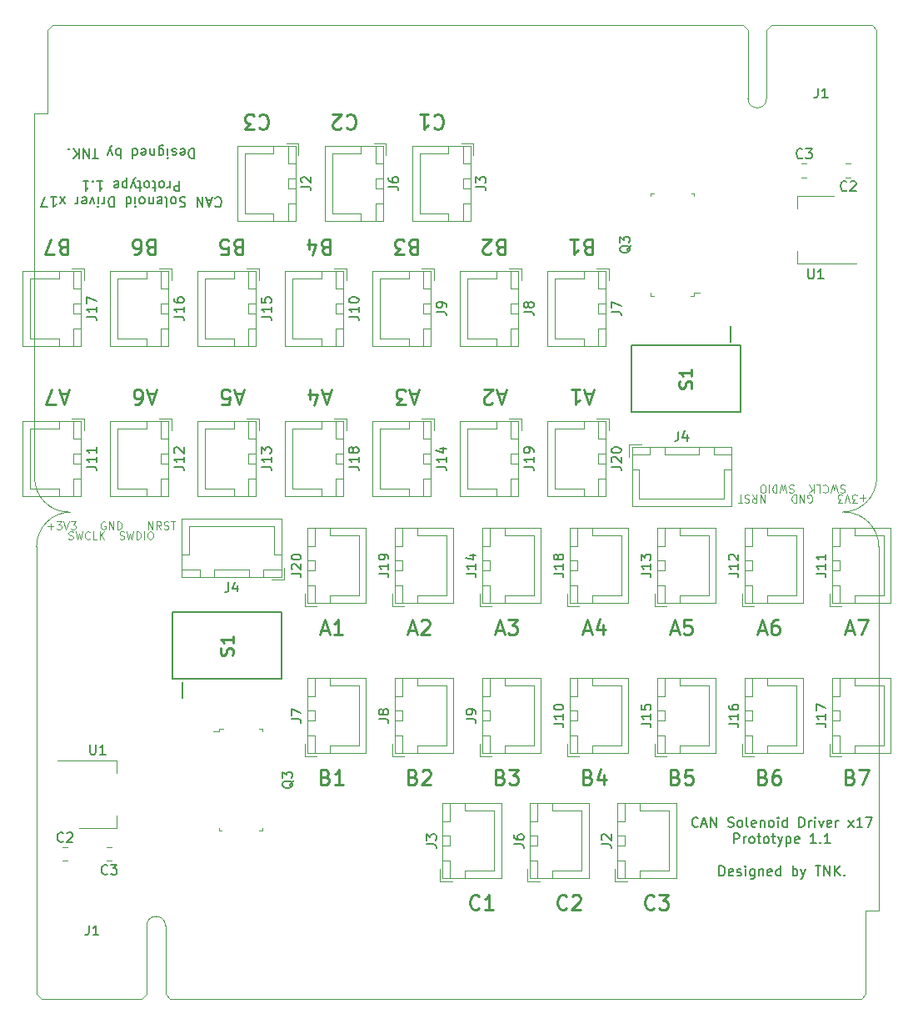
<source format=gto>
G04 #@! TF.GenerationSoftware,KiCad,Pcbnew,(5.1.5)-3*
G04 #@! TF.CreationDate,2020-03-05T02:40:21+09:00*
G04 #@! TF.ProjectId,Solenoid_Valve-fin,536f6c65-6e6f-4696-945f-56616c76652d,rev?*
G04 #@! TF.SameCoordinates,Original*
G04 #@! TF.FileFunction,Legend,Top*
G04 #@! TF.FilePolarity,Positive*
%FSLAX46Y46*%
G04 Gerber Fmt 4.6, Leading zero omitted, Abs format (unit mm)*
G04 Created by KiCad (PCBNEW (5.1.5)-3) date 2020-03-05 02:40:21*
%MOMM*%
%LPD*%
G04 APERTURE LIST*
%ADD10C,0.120000*%
%ADD11C,0.225000*%
%ADD12C,0.150000*%
%ADD13C,0.100000*%
%ADD14C,0.200000*%
%ADD15C,0.254000*%
%ADD16R,0.802000X4.402000*%
%ADD17R,0.802000X3.302000*%
%ADD18R,1.690000X0.740000*%
%ADD19R,0.902000X1.702000*%
%ADD20O,2.102000X1.802000*%
%ADD21O,1.802000X2.052000*%
%ADD22R,2.102000X3.902000*%
%ADD23R,2.102000X1.602000*%
G04 APERTURE END LIST*
D10*
X202305238Y-77276190D02*
X202190952Y-77238095D01*
X202000476Y-77238095D01*
X201924285Y-77276190D01*
X201886190Y-77314285D01*
X201848095Y-77390476D01*
X201848095Y-77466666D01*
X201886190Y-77542857D01*
X201924285Y-77580952D01*
X202000476Y-77619047D01*
X202152857Y-77657142D01*
X202229047Y-77695238D01*
X202267142Y-77733333D01*
X202305238Y-77809523D01*
X202305238Y-77885714D01*
X202267142Y-77961904D01*
X202229047Y-78000000D01*
X202152857Y-78038095D01*
X201962380Y-78038095D01*
X201848095Y-78000000D01*
X201581428Y-78038095D02*
X201390952Y-77238095D01*
X201238571Y-77809523D01*
X201086190Y-77238095D01*
X200895714Y-78038095D01*
X200590952Y-77238095D02*
X200590952Y-78038095D01*
X200400476Y-78038095D01*
X200286190Y-78000000D01*
X200210000Y-77923809D01*
X200171904Y-77847619D01*
X200133809Y-77695238D01*
X200133809Y-77580952D01*
X200171904Y-77428571D01*
X200210000Y-77352380D01*
X200286190Y-77276190D01*
X200400476Y-77238095D01*
X200590952Y-77238095D01*
X199790952Y-77238095D02*
X199790952Y-78038095D01*
X199257619Y-78038095D02*
X199105238Y-78038095D01*
X199029047Y-78000000D01*
X198952857Y-77923809D01*
X198914761Y-77771428D01*
X198914761Y-77504761D01*
X198952857Y-77352380D01*
X199029047Y-77276190D01*
X199105238Y-77238095D01*
X199257619Y-77238095D01*
X199333809Y-77276190D01*
X199410000Y-77352380D01*
X199448095Y-77504761D01*
X199448095Y-77771428D01*
X199410000Y-77923809D01*
X199333809Y-78000000D01*
X199257619Y-78038095D01*
D11*
X181831428Y-67990000D02*
X181117142Y-67990000D01*
X181974285Y-67561428D02*
X181474285Y-69061428D01*
X180974285Y-67561428D01*
X179688571Y-67561428D02*
X180545714Y-67561428D01*
X180117142Y-67561428D02*
X180117142Y-69061428D01*
X180260000Y-68847142D01*
X180402857Y-68704285D01*
X180545714Y-68632857D01*
X164051428Y-67990000D02*
X163337142Y-67990000D01*
X164194285Y-67561428D02*
X163694285Y-69061428D01*
X163194285Y-67561428D01*
X162837142Y-69061428D02*
X161908571Y-69061428D01*
X162408571Y-68490000D01*
X162194285Y-68490000D01*
X162051428Y-68418571D01*
X161980000Y-68347142D01*
X161908571Y-68204285D01*
X161908571Y-67847142D01*
X161980000Y-67704285D01*
X162051428Y-67632857D01*
X162194285Y-67561428D01*
X162622857Y-67561428D01*
X162765714Y-67632857D01*
X162837142Y-67704285D01*
X146271428Y-67990000D02*
X145557142Y-67990000D01*
X146414285Y-67561428D02*
X145914285Y-69061428D01*
X145414285Y-67561428D01*
X144200000Y-69061428D02*
X144914285Y-69061428D01*
X144985714Y-68347142D01*
X144914285Y-68418571D01*
X144771428Y-68490000D01*
X144414285Y-68490000D01*
X144271428Y-68418571D01*
X144200000Y-68347142D01*
X144128571Y-68204285D01*
X144128571Y-67847142D01*
X144200000Y-67704285D01*
X144271428Y-67632857D01*
X144414285Y-67561428D01*
X144771428Y-67561428D01*
X144914285Y-67632857D01*
X144985714Y-67704285D01*
X154697142Y-53107142D02*
X154482857Y-53035714D01*
X154411428Y-52964285D01*
X154340000Y-52821428D01*
X154340000Y-52607142D01*
X154411428Y-52464285D01*
X154482857Y-52392857D01*
X154625714Y-52321428D01*
X155197142Y-52321428D01*
X155197142Y-53821428D01*
X154697142Y-53821428D01*
X154554285Y-53750000D01*
X154482857Y-53678571D01*
X154411428Y-53535714D01*
X154411428Y-53392857D01*
X154482857Y-53250000D01*
X154554285Y-53178571D01*
X154697142Y-53107142D01*
X155197142Y-53107142D01*
X153054285Y-53321428D02*
X153054285Y-52321428D01*
X153411428Y-53892857D02*
X153768571Y-52821428D01*
X152840000Y-52821428D01*
X145807142Y-53107142D02*
X145592857Y-53035714D01*
X145521428Y-52964285D01*
X145450000Y-52821428D01*
X145450000Y-52607142D01*
X145521428Y-52464285D01*
X145592857Y-52392857D01*
X145735714Y-52321428D01*
X146307142Y-52321428D01*
X146307142Y-53821428D01*
X145807142Y-53821428D01*
X145664285Y-53750000D01*
X145592857Y-53678571D01*
X145521428Y-53535714D01*
X145521428Y-53392857D01*
X145592857Y-53250000D01*
X145664285Y-53178571D01*
X145807142Y-53107142D01*
X146307142Y-53107142D01*
X144092857Y-53821428D02*
X144807142Y-53821428D01*
X144878571Y-53107142D01*
X144807142Y-53178571D01*
X144664285Y-53250000D01*
X144307142Y-53250000D01*
X144164285Y-53178571D01*
X144092857Y-53107142D01*
X144021428Y-52964285D01*
X144021428Y-52607142D01*
X144092857Y-52464285D01*
X144164285Y-52392857D01*
X144307142Y-52321428D01*
X144664285Y-52321428D01*
X144807142Y-52392857D01*
X144878571Y-52464285D01*
X147990000Y-39764285D02*
X148061428Y-39692857D01*
X148275714Y-39621428D01*
X148418571Y-39621428D01*
X148632857Y-39692857D01*
X148775714Y-39835714D01*
X148847142Y-39978571D01*
X148918571Y-40264285D01*
X148918571Y-40478571D01*
X148847142Y-40764285D01*
X148775714Y-40907142D01*
X148632857Y-41050000D01*
X148418571Y-41121428D01*
X148275714Y-41121428D01*
X148061428Y-41050000D01*
X147990000Y-40978571D01*
X147490000Y-41121428D02*
X146561428Y-41121428D01*
X147061428Y-40550000D01*
X146847142Y-40550000D01*
X146704285Y-40478571D01*
X146632857Y-40407142D01*
X146561428Y-40264285D01*
X146561428Y-39907142D01*
X146632857Y-39764285D01*
X146704285Y-39692857D01*
X146847142Y-39621428D01*
X147275714Y-39621428D01*
X147418571Y-39692857D01*
X147490000Y-39764285D01*
D10*
X207499523Y-77276190D02*
X207385238Y-77238095D01*
X207194761Y-77238095D01*
X207118571Y-77276190D01*
X207080476Y-77314285D01*
X207042380Y-77390476D01*
X207042380Y-77466666D01*
X207080476Y-77542857D01*
X207118571Y-77580952D01*
X207194761Y-77619047D01*
X207347142Y-77657142D01*
X207423333Y-77695238D01*
X207461428Y-77733333D01*
X207499523Y-77809523D01*
X207499523Y-77885714D01*
X207461428Y-77961904D01*
X207423333Y-78000000D01*
X207347142Y-78038095D01*
X207156666Y-78038095D01*
X207042380Y-78000000D01*
X206775714Y-78038095D02*
X206585238Y-77238095D01*
X206432857Y-77809523D01*
X206280476Y-77238095D01*
X206090000Y-78038095D01*
X205328095Y-77314285D02*
X205366190Y-77276190D01*
X205480476Y-77238095D01*
X205556666Y-77238095D01*
X205670952Y-77276190D01*
X205747142Y-77352380D01*
X205785238Y-77428571D01*
X205823333Y-77580952D01*
X205823333Y-77695238D01*
X205785238Y-77847619D01*
X205747142Y-77923809D01*
X205670952Y-78000000D01*
X205556666Y-78038095D01*
X205480476Y-78038095D01*
X205366190Y-78000000D01*
X205328095Y-77961904D01*
X204604285Y-77238095D02*
X204985238Y-77238095D01*
X204985238Y-78038095D01*
X204337619Y-77238095D02*
X204337619Y-78038095D01*
X203880476Y-77238095D02*
X204223333Y-77695238D01*
X203880476Y-78038095D02*
X204337619Y-77580952D01*
X199384285Y-78238095D02*
X199384285Y-79038095D01*
X198927142Y-78238095D01*
X198927142Y-79038095D01*
X198089047Y-78238095D02*
X198355714Y-78619047D01*
X198546190Y-78238095D02*
X198546190Y-79038095D01*
X198241428Y-79038095D01*
X198165238Y-79000000D01*
X198127142Y-78961904D01*
X198089047Y-78885714D01*
X198089047Y-78771428D01*
X198127142Y-78695238D01*
X198165238Y-78657142D01*
X198241428Y-78619047D01*
X198546190Y-78619047D01*
X197784285Y-78276190D02*
X197670000Y-78238095D01*
X197479523Y-78238095D01*
X197403333Y-78276190D01*
X197365238Y-78314285D01*
X197327142Y-78390476D01*
X197327142Y-78466666D01*
X197365238Y-78542857D01*
X197403333Y-78580952D01*
X197479523Y-78619047D01*
X197631904Y-78657142D01*
X197708095Y-78695238D01*
X197746190Y-78733333D01*
X197784285Y-78809523D01*
X197784285Y-78885714D01*
X197746190Y-78961904D01*
X197708095Y-79000000D01*
X197631904Y-79038095D01*
X197441428Y-79038095D01*
X197327142Y-79000000D01*
X197098571Y-79038095D02*
X196641428Y-79038095D01*
X196870000Y-78238095D02*
X196870000Y-79038095D01*
D11*
X136917142Y-53107142D02*
X136702857Y-53035714D01*
X136631428Y-52964285D01*
X136560000Y-52821428D01*
X136560000Y-52607142D01*
X136631428Y-52464285D01*
X136702857Y-52392857D01*
X136845714Y-52321428D01*
X137417142Y-52321428D01*
X137417142Y-53821428D01*
X136917142Y-53821428D01*
X136774285Y-53750000D01*
X136702857Y-53678571D01*
X136631428Y-53535714D01*
X136631428Y-53392857D01*
X136702857Y-53250000D01*
X136774285Y-53178571D01*
X136917142Y-53107142D01*
X137417142Y-53107142D01*
X135274285Y-53821428D02*
X135560000Y-53821428D01*
X135702857Y-53750000D01*
X135774285Y-53678571D01*
X135917142Y-53464285D01*
X135988571Y-53178571D01*
X135988571Y-52607142D01*
X135917142Y-52464285D01*
X135845714Y-52392857D01*
X135702857Y-52321428D01*
X135417142Y-52321428D01*
X135274285Y-52392857D01*
X135202857Y-52464285D01*
X135131428Y-52607142D01*
X135131428Y-52964285D01*
X135202857Y-53107142D01*
X135274285Y-53178571D01*
X135417142Y-53250000D01*
X135702857Y-53250000D01*
X135845714Y-53178571D01*
X135917142Y-53107142D01*
X135988571Y-52964285D01*
X156880000Y-39764285D02*
X156951428Y-39692857D01*
X157165714Y-39621428D01*
X157308571Y-39621428D01*
X157522857Y-39692857D01*
X157665714Y-39835714D01*
X157737142Y-39978571D01*
X157808571Y-40264285D01*
X157808571Y-40478571D01*
X157737142Y-40764285D01*
X157665714Y-40907142D01*
X157522857Y-41050000D01*
X157308571Y-41121428D01*
X157165714Y-41121428D01*
X156951428Y-41050000D01*
X156880000Y-40978571D01*
X156308571Y-40978571D02*
X156237142Y-41050000D01*
X156094285Y-41121428D01*
X155737142Y-41121428D01*
X155594285Y-41050000D01*
X155522857Y-40978571D01*
X155451428Y-40835714D01*
X155451428Y-40692857D01*
X155522857Y-40478571D01*
X156380000Y-39621428D01*
X155451428Y-39621428D01*
D10*
X203759523Y-79000000D02*
X203835714Y-79038095D01*
X203950000Y-79038095D01*
X204064285Y-79000000D01*
X204140476Y-78923809D01*
X204178571Y-78847619D01*
X204216666Y-78695238D01*
X204216666Y-78580952D01*
X204178571Y-78428571D01*
X204140476Y-78352380D01*
X204064285Y-78276190D01*
X203950000Y-78238095D01*
X203873809Y-78238095D01*
X203759523Y-78276190D01*
X203721428Y-78314285D01*
X203721428Y-78580952D01*
X203873809Y-78580952D01*
X203378571Y-78238095D02*
X203378571Y-79038095D01*
X202921428Y-78238095D01*
X202921428Y-79038095D01*
X202540476Y-78238095D02*
X202540476Y-79038095D01*
X202350000Y-79038095D01*
X202235714Y-79000000D01*
X202159523Y-78923809D01*
X202121428Y-78847619D01*
X202083333Y-78695238D01*
X202083333Y-78580952D01*
X202121428Y-78428571D01*
X202159523Y-78352380D01*
X202235714Y-78276190D01*
X202350000Y-78238095D01*
X202540476Y-78238095D01*
X209639523Y-78542857D02*
X209030000Y-78542857D01*
X209334761Y-78238095D02*
X209334761Y-78847619D01*
X208725238Y-79038095D02*
X208230000Y-79038095D01*
X208496666Y-78733333D01*
X208382380Y-78733333D01*
X208306190Y-78695238D01*
X208268095Y-78657142D01*
X208230000Y-78580952D01*
X208230000Y-78390476D01*
X208268095Y-78314285D01*
X208306190Y-78276190D01*
X208382380Y-78238095D01*
X208610952Y-78238095D01*
X208687142Y-78276190D01*
X208725238Y-78314285D01*
X208001428Y-79038095D02*
X207734761Y-78238095D01*
X207468095Y-79038095D01*
X207277619Y-79038095D02*
X206782380Y-79038095D01*
X207049047Y-78733333D01*
X206934761Y-78733333D01*
X206858571Y-78695238D01*
X206820476Y-78657142D01*
X206782380Y-78580952D01*
X206782380Y-78390476D01*
X206820476Y-78314285D01*
X206858571Y-78276190D01*
X206934761Y-78238095D01*
X207163333Y-78238095D01*
X207239523Y-78276190D01*
X207277619Y-78314285D01*
D11*
X181367142Y-53107142D02*
X181152857Y-53035714D01*
X181081428Y-52964285D01*
X181010000Y-52821428D01*
X181010000Y-52607142D01*
X181081428Y-52464285D01*
X181152857Y-52392857D01*
X181295714Y-52321428D01*
X181867142Y-52321428D01*
X181867142Y-53821428D01*
X181367142Y-53821428D01*
X181224285Y-53750000D01*
X181152857Y-53678571D01*
X181081428Y-53535714D01*
X181081428Y-53392857D01*
X181152857Y-53250000D01*
X181224285Y-53178571D01*
X181367142Y-53107142D01*
X181867142Y-53107142D01*
X179581428Y-52321428D02*
X180438571Y-52321428D01*
X180010000Y-52321428D02*
X180010000Y-53821428D01*
X180152857Y-53607142D01*
X180295714Y-53464285D01*
X180438571Y-53392857D01*
X172477142Y-53107142D02*
X172262857Y-53035714D01*
X172191428Y-52964285D01*
X172120000Y-52821428D01*
X172120000Y-52607142D01*
X172191428Y-52464285D01*
X172262857Y-52392857D01*
X172405714Y-52321428D01*
X172977142Y-52321428D01*
X172977142Y-53821428D01*
X172477142Y-53821428D01*
X172334285Y-53750000D01*
X172262857Y-53678571D01*
X172191428Y-53535714D01*
X172191428Y-53392857D01*
X172262857Y-53250000D01*
X172334285Y-53178571D01*
X172477142Y-53107142D01*
X172977142Y-53107142D01*
X171548571Y-53678571D02*
X171477142Y-53750000D01*
X171334285Y-53821428D01*
X170977142Y-53821428D01*
X170834285Y-53750000D01*
X170762857Y-53678571D01*
X170691428Y-53535714D01*
X170691428Y-53392857D01*
X170762857Y-53178571D01*
X171620000Y-52321428D01*
X170691428Y-52321428D01*
X165770000Y-39764285D02*
X165841428Y-39692857D01*
X166055714Y-39621428D01*
X166198571Y-39621428D01*
X166412857Y-39692857D01*
X166555714Y-39835714D01*
X166627142Y-39978571D01*
X166698571Y-40264285D01*
X166698571Y-40478571D01*
X166627142Y-40764285D01*
X166555714Y-40907142D01*
X166412857Y-41050000D01*
X166198571Y-41121428D01*
X166055714Y-41121428D01*
X165841428Y-41050000D01*
X165770000Y-40978571D01*
X164341428Y-39621428D02*
X165198571Y-39621428D01*
X164770000Y-39621428D02*
X164770000Y-41121428D01*
X164912857Y-40907142D01*
X165055714Y-40764285D01*
X165198571Y-40692857D01*
D12*
X143523809Y-48117857D02*
X143571428Y-48070238D01*
X143714285Y-48022619D01*
X143809523Y-48022619D01*
X143952380Y-48070238D01*
X144047619Y-48165476D01*
X144095238Y-48260714D01*
X144142857Y-48451190D01*
X144142857Y-48594047D01*
X144095238Y-48784523D01*
X144047619Y-48879761D01*
X143952380Y-48975000D01*
X143809523Y-49022619D01*
X143714285Y-49022619D01*
X143571428Y-48975000D01*
X143523809Y-48927380D01*
X143142857Y-48308333D02*
X142666666Y-48308333D01*
X143238095Y-48022619D02*
X142904761Y-49022619D01*
X142571428Y-48022619D01*
X142238095Y-48022619D02*
X142238095Y-49022619D01*
X141666666Y-48022619D01*
X141666666Y-49022619D01*
X140476190Y-48070238D02*
X140333333Y-48022619D01*
X140095238Y-48022619D01*
X140000000Y-48070238D01*
X139952380Y-48117857D01*
X139904761Y-48213095D01*
X139904761Y-48308333D01*
X139952380Y-48403571D01*
X140000000Y-48451190D01*
X140095238Y-48498809D01*
X140285714Y-48546428D01*
X140380952Y-48594047D01*
X140428571Y-48641666D01*
X140476190Y-48736904D01*
X140476190Y-48832142D01*
X140428571Y-48927380D01*
X140380952Y-48975000D01*
X140285714Y-49022619D01*
X140047619Y-49022619D01*
X139904761Y-48975000D01*
X139333333Y-48022619D02*
X139428571Y-48070238D01*
X139476190Y-48117857D01*
X139523809Y-48213095D01*
X139523809Y-48498809D01*
X139476190Y-48594047D01*
X139428571Y-48641666D01*
X139333333Y-48689285D01*
X139190476Y-48689285D01*
X139095238Y-48641666D01*
X139047619Y-48594047D01*
X139000000Y-48498809D01*
X139000000Y-48213095D01*
X139047619Y-48117857D01*
X139095238Y-48070238D01*
X139190476Y-48022619D01*
X139333333Y-48022619D01*
X138428571Y-48022619D02*
X138523809Y-48070238D01*
X138571428Y-48165476D01*
X138571428Y-49022619D01*
X137666666Y-48070238D02*
X137761904Y-48022619D01*
X137952380Y-48022619D01*
X138047619Y-48070238D01*
X138095238Y-48165476D01*
X138095238Y-48546428D01*
X138047619Y-48641666D01*
X137952380Y-48689285D01*
X137761904Y-48689285D01*
X137666666Y-48641666D01*
X137619047Y-48546428D01*
X137619047Y-48451190D01*
X138095238Y-48355952D01*
X137190476Y-48689285D02*
X137190476Y-48022619D01*
X137190476Y-48594047D02*
X137142857Y-48641666D01*
X137047619Y-48689285D01*
X136904761Y-48689285D01*
X136809523Y-48641666D01*
X136761904Y-48546428D01*
X136761904Y-48022619D01*
X136142857Y-48022619D02*
X136238095Y-48070238D01*
X136285714Y-48117857D01*
X136333333Y-48213095D01*
X136333333Y-48498809D01*
X136285714Y-48594047D01*
X136238095Y-48641666D01*
X136142857Y-48689285D01*
X136000000Y-48689285D01*
X135904761Y-48641666D01*
X135857142Y-48594047D01*
X135809523Y-48498809D01*
X135809523Y-48213095D01*
X135857142Y-48117857D01*
X135904761Y-48070238D01*
X136000000Y-48022619D01*
X136142857Y-48022619D01*
X135380952Y-48022619D02*
X135380952Y-48689285D01*
X135380952Y-49022619D02*
X135428571Y-48975000D01*
X135380952Y-48927380D01*
X135333333Y-48975000D01*
X135380952Y-49022619D01*
X135380952Y-48927380D01*
X134476190Y-48022619D02*
X134476190Y-49022619D01*
X134476190Y-48070238D02*
X134571428Y-48022619D01*
X134761904Y-48022619D01*
X134857142Y-48070238D01*
X134904761Y-48117857D01*
X134952380Y-48213095D01*
X134952380Y-48498809D01*
X134904761Y-48594047D01*
X134857142Y-48641666D01*
X134761904Y-48689285D01*
X134571428Y-48689285D01*
X134476190Y-48641666D01*
X133238095Y-48022619D02*
X133238095Y-49022619D01*
X133000000Y-49022619D01*
X132857142Y-48975000D01*
X132761904Y-48879761D01*
X132714285Y-48784523D01*
X132666666Y-48594047D01*
X132666666Y-48451190D01*
X132714285Y-48260714D01*
X132761904Y-48165476D01*
X132857142Y-48070238D01*
X133000000Y-48022619D01*
X133238095Y-48022619D01*
X132238095Y-48022619D02*
X132238095Y-48689285D01*
X132238095Y-48498809D02*
X132190476Y-48594047D01*
X132142857Y-48641666D01*
X132047619Y-48689285D01*
X131952380Y-48689285D01*
X131619047Y-48022619D02*
X131619047Y-48689285D01*
X131619047Y-49022619D02*
X131666666Y-48975000D01*
X131619047Y-48927380D01*
X131571428Y-48975000D01*
X131619047Y-49022619D01*
X131619047Y-48927380D01*
X131238095Y-48689285D02*
X131000000Y-48022619D01*
X130761904Y-48689285D01*
X130000000Y-48070238D02*
X130095238Y-48022619D01*
X130285714Y-48022619D01*
X130380952Y-48070238D01*
X130428571Y-48165476D01*
X130428571Y-48546428D01*
X130380952Y-48641666D01*
X130285714Y-48689285D01*
X130095238Y-48689285D01*
X130000000Y-48641666D01*
X129952380Y-48546428D01*
X129952380Y-48451190D01*
X130428571Y-48355952D01*
X129523809Y-48022619D02*
X129523809Y-48689285D01*
X129523809Y-48498809D02*
X129476190Y-48594047D01*
X129428571Y-48641666D01*
X129333333Y-48689285D01*
X129238095Y-48689285D01*
X128238095Y-48022619D02*
X127714285Y-48689285D01*
X128238095Y-48689285D02*
X127714285Y-48022619D01*
X126809523Y-48022619D02*
X127380952Y-48022619D01*
X127095238Y-48022619D02*
X127095238Y-49022619D01*
X127190476Y-48879761D01*
X127285714Y-48784523D01*
X127380952Y-48736904D01*
X126476190Y-49022619D02*
X125809523Y-49022619D01*
X126238095Y-48022619D01*
X139880952Y-46372619D02*
X139880952Y-47372619D01*
X139500000Y-47372619D01*
X139404761Y-47325000D01*
X139357142Y-47277380D01*
X139309523Y-47182142D01*
X139309523Y-47039285D01*
X139357142Y-46944047D01*
X139404761Y-46896428D01*
X139500000Y-46848809D01*
X139880952Y-46848809D01*
X138880952Y-46372619D02*
X138880952Y-47039285D01*
X138880952Y-46848809D02*
X138833333Y-46944047D01*
X138785714Y-46991666D01*
X138690476Y-47039285D01*
X138595238Y-47039285D01*
X138119047Y-46372619D02*
X138214285Y-46420238D01*
X138261904Y-46467857D01*
X138309523Y-46563095D01*
X138309523Y-46848809D01*
X138261904Y-46944047D01*
X138214285Y-46991666D01*
X138119047Y-47039285D01*
X137976190Y-47039285D01*
X137880952Y-46991666D01*
X137833333Y-46944047D01*
X137785714Y-46848809D01*
X137785714Y-46563095D01*
X137833333Y-46467857D01*
X137880952Y-46420238D01*
X137976190Y-46372619D01*
X138119047Y-46372619D01*
X137500000Y-47039285D02*
X137119047Y-47039285D01*
X137357142Y-47372619D02*
X137357142Y-46515476D01*
X137309523Y-46420238D01*
X137214285Y-46372619D01*
X137119047Y-46372619D01*
X136642857Y-46372619D02*
X136738095Y-46420238D01*
X136785714Y-46467857D01*
X136833333Y-46563095D01*
X136833333Y-46848809D01*
X136785714Y-46944047D01*
X136738095Y-46991666D01*
X136642857Y-47039285D01*
X136500000Y-47039285D01*
X136404761Y-46991666D01*
X136357142Y-46944047D01*
X136309523Y-46848809D01*
X136309523Y-46563095D01*
X136357142Y-46467857D01*
X136404761Y-46420238D01*
X136500000Y-46372619D01*
X136642857Y-46372619D01*
X136023809Y-47039285D02*
X135642857Y-47039285D01*
X135880952Y-47372619D02*
X135880952Y-46515476D01*
X135833333Y-46420238D01*
X135738095Y-46372619D01*
X135642857Y-46372619D01*
X135404761Y-47039285D02*
X135166666Y-46372619D01*
X134928571Y-47039285D02*
X135166666Y-46372619D01*
X135261904Y-46134523D01*
X135309523Y-46086904D01*
X135404761Y-46039285D01*
X134547619Y-47039285D02*
X134547619Y-46039285D01*
X134547619Y-46991666D02*
X134452380Y-47039285D01*
X134261904Y-47039285D01*
X134166666Y-46991666D01*
X134119047Y-46944047D01*
X134071428Y-46848809D01*
X134071428Y-46563095D01*
X134119047Y-46467857D01*
X134166666Y-46420238D01*
X134261904Y-46372619D01*
X134452380Y-46372619D01*
X134547619Y-46420238D01*
X133261904Y-46420238D02*
X133357142Y-46372619D01*
X133547619Y-46372619D01*
X133642857Y-46420238D01*
X133690476Y-46515476D01*
X133690476Y-46896428D01*
X133642857Y-46991666D01*
X133547619Y-47039285D01*
X133357142Y-47039285D01*
X133261904Y-46991666D01*
X133214285Y-46896428D01*
X133214285Y-46801190D01*
X133690476Y-46705952D01*
X131500000Y-46372619D02*
X132071428Y-46372619D01*
X131785714Y-46372619D02*
X131785714Y-47372619D01*
X131880952Y-47229761D01*
X131976190Y-47134523D01*
X132071428Y-47086904D01*
X131071428Y-46467857D02*
X131023809Y-46420238D01*
X131071428Y-46372619D01*
X131119047Y-46420238D01*
X131071428Y-46467857D01*
X131071428Y-46372619D01*
X130071428Y-46372619D02*
X130642857Y-46372619D01*
X130357142Y-46372619D02*
X130357142Y-47372619D01*
X130452380Y-47229761D01*
X130547619Y-47134523D01*
X130642857Y-47086904D01*
X141357142Y-43072619D02*
X141357142Y-44072619D01*
X141119047Y-44072619D01*
X140976190Y-44025000D01*
X140880952Y-43929761D01*
X140833333Y-43834523D01*
X140785714Y-43644047D01*
X140785714Y-43501190D01*
X140833333Y-43310714D01*
X140880952Y-43215476D01*
X140976190Y-43120238D01*
X141119047Y-43072619D01*
X141357142Y-43072619D01*
X139976190Y-43120238D02*
X140071428Y-43072619D01*
X140261904Y-43072619D01*
X140357142Y-43120238D01*
X140404761Y-43215476D01*
X140404761Y-43596428D01*
X140357142Y-43691666D01*
X140261904Y-43739285D01*
X140071428Y-43739285D01*
X139976190Y-43691666D01*
X139928571Y-43596428D01*
X139928571Y-43501190D01*
X140404761Y-43405952D01*
X139547619Y-43120238D02*
X139452380Y-43072619D01*
X139261904Y-43072619D01*
X139166666Y-43120238D01*
X139119047Y-43215476D01*
X139119047Y-43263095D01*
X139166666Y-43358333D01*
X139261904Y-43405952D01*
X139404761Y-43405952D01*
X139500000Y-43453571D01*
X139547619Y-43548809D01*
X139547619Y-43596428D01*
X139500000Y-43691666D01*
X139404761Y-43739285D01*
X139261904Y-43739285D01*
X139166666Y-43691666D01*
X138690476Y-43072619D02*
X138690476Y-43739285D01*
X138690476Y-44072619D02*
X138738095Y-44025000D01*
X138690476Y-43977380D01*
X138642857Y-44025000D01*
X138690476Y-44072619D01*
X138690476Y-43977380D01*
X137785714Y-43739285D02*
X137785714Y-42929761D01*
X137833333Y-42834523D01*
X137880952Y-42786904D01*
X137976190Y-42739285D01*
X138119047Y-42739285D01*
X138214285Y-42786904D01*
X137785714Y-43120238D02*
X137880952Y-43072619D01*
X138071428Y-43072619D01*
X138166666Y-43120238D01*
X138214285Y-43167857D01*
X138261904Y-43263095D01*
X138261904Y-43548809D01*
X138214285Y-43644047D01*
X138166666Y-43691666D01*
X138071428Y-43739285D01*
X137880952Y-43739285D01*
X137785714Y-43691666D01*
X137309523Y-43739285D02*
X137309523Y-43072619D01*
X137309523Y-43644047D02*
X137261904Y-43691666D01*
X137166666Y-43739285D01*
X137023809Y-43739285D01*
X136928571Y-43691666D01*
X136880952Y-43596428D01*
X136880952Y-43072619D01*
X136023809Y-43120238D02*
X136119047Y-43072619D01*
X136309523Y-43072619D01*
X136404761Y-43120238D01*
X136452380Y-43215476D01*
X136452380Y-43596428D01*
X136404761Y-43691666D01*
X136309523Y-43739285D01*
X136119047Y-43739285D01*
X136023809Y-43691666D01*
X135976190Y-43596428D01*
X135976190Y-43501190D01*
X136452380Y-43405952D01*
X135119047Y-43072619D02*
X135119047Y-44072619D01*
X135119047Y-43120238D02*
X135214285Y-43072619D01*
X135404761Y-43072619D01*
X135500000Y-43120238D01*
X135547619Y-43167857D01*
X135595238Y-43263095D01*
X135595238Y-43548809D01*
X135547619Y-43644047D01*
X135500000Y-43691666D01*
X135404761Y-43739285D01*
X135214285Y-43739285D01*
X135119047Y-43691666D01*
X133880952Y-43072619D02*
X133880952Y-44072619D01*
X133880952Y-43691666D02*
X133785714Y-43739285D01*
X133595238Y-43739285D01*
X133500000Y-43691666D01*
X133452380Y-43644047D01*
X133404761Y-43548809D01*
X133404761Y-43263095D01*
X133452380Y-43167857D01*
X133500000Y-43120238D01*
X133595238Y-43072619D01*
X133785714Y-43072619D01*
X133880952Y-43120238D01*
X133071428Y-43739285D02*
X132833333Y-43072619D01*
X132595238Y-43739285D02*
X132833333Y-43072619D01*
X132928571Y-42834523D01*
X132976190Y-42786904D01*
X133071428Y-42739285D01*
X131595238Y-44072619D02*
X131023809Y-44072619D01*
X131309523Y-43072619D02*
X131309523Y-44072619D01*
X130690476Y-43072619D02*
X130690476Y-44072619D01*
X130119047Y-43072619D01*
X130119047Y-44072619D01*
X129642857Y-43072619D02*
X129642857Y-44072619D01*
X129071428Y-43072619D02*
X129500000Y-43644047D01*
X129071428Y-44072619D02*
X129642857Y-43501190D01*
X128642857Y-43167857D02*
X128595238Y-43120238D01*
X128642857Y-43072619D01*
X128690476Y-43120238D01*
X128642857Y-43167857D01*
X128642857Y-43072619D01*
D11*
X172941428Y-67990000D02*
X172227142Y-67990000D01*
X173084285Y-67561428D02*
X172584285Y-69061428D01*
X172084285Y-67561428D01*
X171655714Y-68918571D02*
X171584285Y-68990000D01*
X171441428Y-69061428D01*
X171084285Y-69061428D01*
X170941428Y-68990000D01*
X170870000Y-68918571D01*
X170798571Y-68775714D01*
X170798571Y-68632857D01*
X170870000Y-68418571D01*
X171727142Y-67561428D01*
X170798571Y-67561428D01*
X155161428Y-67990000D02*
X154447142Y-67990000D01*
X155304285Y-67561428D02*
X154804285Y-69061428D01*
X154304285Y-67561428D01*
X153161428Y-68561428D02*
X153161428Y-67561428D01*
X153518571Y-69132857D02*
X153875714Y-68061428D01*
X152947142Y-68061428D01*
X137381428Y-67990000D02*
X136667142Y-67990000D01*
X137524285Y-67561428D02*
X137024285Y-69061428D01*
X136524285Y-67561428D01*
X135381428Y-69061428D02*
X135667142Y-69061428D01*
X135810000Y-68990000D01*
X135881428Y-68918571D01*
X136024285Y-68704285D01*
X136095714Y-68418571D01*
X136095714Y-67847142D01*
X136024285Y-67704285D01*
X135952857Y-67632857D01*
X135810000Y-67561428D01*
X135524285Y-67561428D01*
X135381428Y-67632857D01*
X135310000Y-67704285D01*
X135238571Y-67847142D01*
X135238571Y-68204285D01*
X135310000Y-68347142D01*
X135381428Y-68418571D01*
X135524285Y-68490000D01*
X135810000Y-68490000D01*
X135952857Y-68418571D01*
X136024285Y-68347142D01*
X136095714Y-68204285D01*
X128491428Y-67990000D02*
X127777142Y-67990000D01*
X128634285Y-67561428D02*
X128134285Y-69061428D01*
X127634285Y-67561428D01*
X127277142Y-69061428D02*
X126277142Y-69061428D01*
X126920000Y-67561428D01*
X163587142Y-53107142D02*
X163372857Y-53035714D01*
X163301428Y-52964285D01*
X163230000Y-52821428D01*
X163230000Y-52607142D01*
X163301428Y-52464285D01*
X163372857Y-52392857D01*
X163515714Y-52321428D01*
X164087142Y-52321428D01*
X164087142Y-53821428D01*
X163587142Y-53821428D01*
X163444285Y-53750000D01*
X163372857Y-53678571D01*
X163301428Y-53535714D01*
X163301428Y-53392857D01*
X163372857Y-53250000D01*
X163444285Y-53178571D01*
X163587142Y-53107142D01*
X164087142Y-53107142D01*
X162730000Y-53821428D02*
X161801428Y-53821428D01*
X162301428Y-53250000D01*
X162087142Y-53250000D01*
X161944285Y-53178571D01*
X161872857Y-53107142D01*
X161801428Y-52964285D01*
X161801428Y-52607142D01*
X161872857Y-52464285D01*
X161944285Y-52392857D01*
X162087142Y-52321428D01*
X162515714Y-52321428D01*
X162658571Y-52392857D01*
X162730000Y-52464285D01*
X128027142Y-53107142D02*
X127812857Y-53035714D01*
X127741428Y-52964285D01*
X127670000Y-52821428D01*
X127670000Y-52607142D01*
X127741428Y-52464285D01*
X127812857Y-52392857D01*
X127955714Y-52321428D01*
X128527142Y-52321428D01*
X128527142Y-53821428D01*
X128027142Y-53821428D01*
X127884285Y-53750000D01*
X127812857Y-53678571D01*
X127741428Y-53535714D01*
X127741428Y-53392857D01*
X127812857Y-53250000D01*
X127884285Y-53178571D01*
X128027142Y-53107142D01*
X128527142Y-53107142D01*
X127170000Y-53821428D02*
X126170000Y-53821428D01*
X126812857Y-52321428D01*
D13*
X125150000Y-76500000D02*
X125150000Y-39500000D01*
X210750000Y-76500000D02*
G75*
G02X207250000Y-80000000I-3500000J0D01*
G01*
X210750000Y-38950000D02*
X210750000Y-76500000D01*
X126450000Y-38950000D02*
X126450000Y-39500000D01*
X126450000Y-39500000D02*
X125150000Y-39500000D01*
X128650000Y-80000000D02*
G75*
G02X125150000Y-76500000I0J3500000D01*
G01*
X209650000Y-120500000D02*
X210950000Y-120500000D01*
X209650000Y-121050000D02*
X209650000Y-120500000D01*
X125350000Y-121050000D02*
X125350000Y-83500000D01*
D10*
X136715714Y-81761904D02*
X136715714Y-80961904D01*
X137172857Y-81761904D01*
X137172857Y-80961904D01*
X138010952Y-81761904D02*
X137744285Y-81380952D01*
X137553809Y-81761904D02*
X137553809Y-80961904D01*
X137858571Y-80961904D01*
X137934761Y-81000000D01*
X137972857Y-81038095D01*
X138010952Y-81114285D01*
X138010952Y-81228571D01*
X137972857Y-81304761D01*
X137934761Y-81342857D01*
X137858571Y-81380952D01*
X137553809Y-81380952D01*
X138315714Y-81723809D02*
X138430000Y-81761904D01*
X138620476Y-81761904D01*
X138696666Y-81723809D01*
X138734761Y-81685714D01*
X138772857Y-81609523D01*
X138772857Y-81533333D01*
X138734761Y-81457142D01*
X138696666Y-81419047D01*
X138620476Y-81380952D01*
X138468095Y-81342857D01*
X138391904Y-81304761D01*
X138353809Y-81266666D01*
X138315714Y-81190476D01*
X138315714Y-81114285D01*
X138353809Y-81038095D01*
X138391904Y-81000000D01*
X138468095Y-80961904D01*
X138658571Y-80961904D01*
X138772857Y-81000000D01*
X139001428Y-80961904D02*
X139458571Y-80961904D01*
X139230000Y-81761904D02*
X139230000Y-80961904D01*
X133794761Y-82723809D02*
X133909047Y-82761904D01*
X134099523Y-82761904D01*
X134175714Y-82723809D01*
X134213809Y-82685714D01*
X134251904Y-82609523D01*
X134251904Y-82533333D01*
X134213809Y-82457142D01*
X134175714Y-82419047D01*
X134099523Y-82380952D01*
X133947142Y-82342857D01*
X133870952Y-82304761D01*
X133832857Y-82266666D01*
X133794761Y-82190476D01*
X133794761Y-82114285D01*
X133832857Y-82038095D01*
X133870952Y-82000000D01*
X133947142Y-81961904D01*
X134137619Y-81961904D01*
X134251904Y-82000000D01*
X134518571Y-81961904D02*
X134709047Y-82761904D01*
X134861428Y-82190476D01*
X135013809Y-82761904D01*
X135204285Y-81961904D01*
X135509047Y-82761904D02*
X135509047Y-81961904D01*
X135699523Y-81961904D01*
X135813809Y-82000000D01*
X135890000Y-82076190D01*
X135928095Y-82152380D01*
X135966190Y-82304761D01*
X135966190Y-82419047D01*
X135928095Y-82571428D01*
X135890000Y-82647619D01*
X135813809Y-82723809D01*
X135699523Y-82761904D01*
X135509047Y-82761904D01*
X136309047Y-82761904D02*
X136309047Y-81961904D01*
X136842380Y-81961904D02*
X136994761Y-81961904D01*
X137070952Y-82000000D01*
X137147142Y-82076190D01*
X137185238Y-82228571D01*
X137185238Y-82495238D01*
X137147142Y-82647619D01*
X137070952Y-82723809D01*
X136994761Y-82761904D01*
X136842380Y-82761904D01*
X136766190Y-82723809D01*
X136690000Y-82647619D01*
X136651904Y-82495238D01*
X136651904Y-82228571D01*
X136690000Y-82076190D01*
X136766190Y-82000000D01*
X136842380Y-81961904D01*
X132340476Y-81000000D02*
X132264285Y-80961904D01*
X132150000Y-80961904D01*
X132035714Y-81000000D01*
X131959523Y-81076190D01*
X131921428Y-81152380D01*
X131883333Y-81304761D01*
X131883333Y-81419047D01*
X131921428Y-81571428D01*
X131959523Y-81647619D01*
X132035714Y-81723809D01*
X132150000Y-81761904D01*
X132226190Y-81761904D01*
X132340476Y-81723809D01*
X132378571Y-81685714D01*
X132378571Y-81419047D01*
X132226190Y-81419047D01*
X132721428Y-81761904D02*
X132721428Y-80961904D01*
X133178571Y-81761904D01*
X133178571Y-80961904D01*
X133559523Y-81761904D02*
X133559523Y-80961904D01*
X133750000Y-80961904D01*
X133864285Y-81000000D01*
X133940476Y-81076190D01*
X133978571Y-81152380D01*
X134016666Y-81304761D01*
X134016666Y-81419047D01*
X133978571Y-81571428D01*
X133940476Y-81647619D01*
X133864285Y-81723809D01*
X133750000Y-81761904D01*
X133559523Y-81761904D01*
X128600476Y-82723809D02*
X128714761Y-82761904D01*
X128905238Y-82761904D01*
X128981428Y-82723809D01*
X129019523Y-82685714D01*
X129057619Y-82609523D01*
X129057619Y-82533333D01*
X129019523Y-82457142D01*
X128981428Y-82419047D01*
X128905238Y-82380952D01*
X128752857Y-82342857D01*
X128676666Y-82304761D01*
X128638571Y-82266666D01*
X128600476Y-82190476D01*
X128600476Y-82114285D01*
X128638571Y-82038095D01*
X128676666Y-82000000D01*
X128752857Y-81961904D01*
X128943333Y-81961904D01*
X129057619Y-82000000D01*
X129324285Y-81961904D02*
X129514761Y-82761904D01*
X129667142Y-82190476D01*
X129819523Y-82761904D01*
X130010000Y-81961904D01*
X130771904Y-82685714D02*
X130733809Y-82723809D01*
X130619523Y-82761904D01*
X130543333Y-82761904D01*
X130429047Y-82723809D01*
X130352857Y-82647619D01*
X130314761Y-82571428D01*
X130276666Y-82419047D01*
X130276666Y-82304761D01*
X130314761Y-82152380D01*
X130352857Y-82076190D01*
X130429047Y-82000000D01*
X130543333Y-81961904D01*
X130619523Y-81961904D01*
X130733809Y-82000000D01*
X130771904Y-82038095D01*
X131495714Y-82761904D02*
X131114761Y-82761904D01*
X131114761Y-81961904D01*
X131762380Y-82761904D02*
X131762380Y-81961904D01*
X132219523Y-82761904D02*
X131876666Y-82304761D01*
X132219523Y-81961904D02*
X131762380Y-82419047D01*
X126460476Y-81457142D02*
X127070000Y-81457142D01*
X126765238Y-81761904D02*
X126765238Y-81152380D01*
X127374761Y-80961904D02*
X127870000Y-80961904D01*
X127603333Y-81266666D01*
X127717619Y-81266666D01*
X127793809Y-81304761D01*
X127831904Y-81342857D01*
X127870000Y-81419047D01*
X127870000Y-81609523D01*
X127831904Y-81685714D01*
X127793809Y-81723809D01*
X127717619Y-81761904D01*
X127489047Y-81761904D01*
X127412857Y-81723809D01*
X127374761Y-81685714D01*
X128098571Y-80961904D02*
X128365238Y-81761904D01*
X128631904Y-80961904D01*
X128822380Y-80961904D02*
X129317619Y-80961904D01*
X129050952Y-81266666D01*
X129165238Y-81266666D01*
X129241428Y-81304761D01*
X129279523Y-81342857D01*
X129317619Y-81419047D01*
X129317619Y-81609523D01*
X129279523Y-81685714D01*
X129241428Y-81723809D01*
X129165238Y-81761904D01*
X128936666Y-81761904D01*
X128860476Y-81723809D01*
X128822380Y-81685714D01*
D13*
X125350000Y-83500000D02*
G75*
G02X128850000Y-80000000I3500000J0D01*
G01*
X207450000Y-80000000D02*
G75*
G02X210950000Y-83500000I0J-3500000D01*
G01*
D12*
X192576190Y-111882142D02*
X192528571Y-111929761D01*
X192385714Y-111977380D01*
X192290476Y-111977380D01*
X192147619Y-111929761D01*
X192052380Y-111834523D01*
X192004761Y-111739285D01*
X191957142Y-111548809D01*
X191957142Y-111405952D01*
X192004761Y-111215476D01*
X192052380Y-111120238D01*
X192147619Y-111025000D01*
X192290476Y-110977380D01*
X192385714Y-110977380D01*
X192528571Y-111025000D01*
X192576190Y-111072619D01*
X192957142Y-111691666D02*
X193433333Y-111691666D01*
X192861904Y-111977380D02*
X193195238Y-110977380D01*
X193528571Y-111977380D01*
X193861904Y-111977380D02*
X193861904Y-110977380D01*
X194433333Y-111977380D01*
X194433333Y-110977380D01*
X195623809Y-111929761D02*
X195766666Y-111977380D01*
X196004761Y-111977380D01*
X196100000Y-111929761D01*
X196147619Y-111882142D01*
X196195238Y-111786904D01*
X196195238Y-111691666D01*
X196147619Y-111596428D01*
X196100000Y-111548809D01*
X196004761Y-111501190D01*
X195814285Y-111453571D01*
X195719047Y-111405952D01*
X195671428Y-111358333D01*
X195623809Y-111263095D01*
X195623809Y-111167857D01*
X195671428Y-111072619D01*
X195719047Y-111025000D01*
X195814285Y-110977380D01*
X196052380Y-110977380D01*
X196195238Y-111025000D01*
X196766666Y-111977380D02*
X196671428Y-111929761D01*
X196623809Y-111882142D01*
X196576190Y-111786904D01*
X196576190Y-111501190D01*
X196623809Y-111405952D01*
X196671428Y-111358333D01*
X196766666Y-111310714D01*
X196909523Y-111310714D01*
X197004761Y-111358333D01*
X197052380Y-111405952D01*
X197100000Y-111501190D01*
X197100000Y-111786904D01*
X197052380Y-111882142D01*
X197004761Y-111929761D01*
X196909523Y-111977380D01*
X196766666Y-111977380D01*
X197671428Y-111977380D02*
X197576190Y-111929761D01*
X197528571Y-111834523D01*
X197528571Y-110977380D01*
X198433333Y-111929761D02*
X198338095Y-111977380D01*
X198147619Y-111977380D01*
X198052380Y-111929761D01*
X198004761Y-111834523D01*
X198004761Y-111453571D01*
X198052380Y-111358333D01*
X198147619Y-111310714D01*
X198338095Y-111310714D01*
X198433333Y-111358333D01*
X198480952Y-111453571D01*
X198480952Y-111548809D01*
X198004761Y-111644047D01*
X198909523Y-111310714D02*
X198909523Y-111977380D01*
X198909523Y-111405952D02*
X198957142Y-111358333D01*
X199052380Y-111310714D01*
X199195238Y-111310714D01*
X199290476Y-111358333D01*
X199338095Y-111453571D01*
X199338095Y-111977380D01*
X199957142Y-111977380D02*
X199861904Y-111929761D01*
X199814285Y-111882142D01*
X199766666Y-111786904D01*
X199766666Y-111501190D01*
X199814285Y-111405952D01*
X199861904Y-111358333D01*
X199957142Y-111310714D01*
X200100000Y-111310714D01*
X200195238Y-111358333D01*
X200242857Y-111405952D01*
X200290476Y-111501190D01*
X200290476Y-111786904D01*
X200242857Y-111882142D01*
X200195238Y-111929761D01*
X200100000Y-111977380D01*
X199957142Y-111977380D01*
X200719047Y-111977380D02*
X200719047Y-111310714D01*
X200719047Y-110977380D02*
X200671428Y-111025000D01*
X200719047Y-111072619D01*
X200766666Y-111025000D01*
X200719047Y-110977380D01*
X200719047Y-111072619D01*
X201623809Y-111977380D02*
X201623809Y-110977380D01*
X201623809Y-111929761D02*
X201528571Y-111977380D01*
X201338095Y-111977380D01*
X201242857Y-111929761D01*
X201195238Y-111882142D01*
X201147619Y-111786904D01*
X201147619Y-111501190D01*
X201195238Y-111405952D01*
X201242857Y-111358333D01*
X201338095Y-111310714D01*
X201528571Y-111310714D01*
X201623809Y-111358333D01*
X202861904Y-111977380D02*
X202861904Y-110977380D01*
X203100000Y-110977380D01*
X203242857Y-111025000D01*
X203338095Y-111120238D01*
X203385714Y-111215476D01*
X203433333Y-111405952D01*
X203433333Y-111548809D01*
X203385714Y-111739285D01*
X203338095Y-111834523D01*
X203242857Y-111929761D01*
X203100000Y-111977380D01*
X202861904Y-111977380D01*
X203861904Y-111977380D02*
X203861904Y-111310714D01*
X203861904Y-111501190D02*
X203909523Y-111405952D01*
X203957142Y-111358333D01*
X204052380Y-111310714D01*
X204147619Y-111310714D01*
X204480952Y-111977380D02*
X204480952Y-111310714D01*
X204480952Y-110977380D02*
X204433333Y-111025000D01*
X204480952Y-111072619D01*
X204528571Y-111025000D01*
X204480952Y-110977380D01*
X204480952Y-111072619D01*
X204861904Y-111310714D02*
X205100000Y-111977380D01*
X205338095Y-111310714D01*
X206100000Y-111929761D02*
X206004761Y-111977380D01*
X205814285Y-111977380D01*
X205719047Y-111929761D01*
X205671428Y-111834523D01*
X205671428Y-111453571D01*
X205719047Y-111358333D01*
X205814285Y-111310714D01*
X206004761Y-111310714D01*
X206100000Y-111358333D01*
X206147619Y-111453571D01*
X206147619Y-111548809D01*
X205671428Y-111644047D01*
X206576190Y-111977380D02*
X206576190Y-111310714D01*
X206576190Y-111501190D02*
X206623809Y-111405952D01*
X206671428Y-111358333D01*
X206766666Y-111310714D01*
X206861904Y-111310714D01*
X207861904Y-111977380D02*
X208385714Y-111310714D01*
X207861904Y-111310714D02*
X208385714Y-111977380D01*
X209290476Y-111977380D02*
X208719047Y-111977380D01*
X209004761Y-111977380D02*
X209004761Y-110977380D01*
X208909523Y-111120238D01*
X208814285Y-111215476D01*
X208719047Y-111263095D01*
X209623809Y-110977380D02*
X210290476Y-110977380D01*
X209861904Y-111977380D01*
X196219047Y-113627380D02*
X196219047Y-112627380D01*
X196600000Y-112627380D01*
X196695238Y-112675000D01*
X196742857Y-112722619D01*
X196790476Y-112817857D01*
X196790476Y-112960714D01*
X196742857Y-113055952D01*
X196695238Y-113103571D01*
X196600000Y-113151190D01*
X196219047Y-113151190D01*
X197219047Y-113627380D02*
X197219047Y-112960714D01*
X197219047Y-113151190D02*
X197266666Y-113055952D01*
X197314285Y-113008333D01*
X197409523Y-112960714D01*
X197504761Y-112960714D01*
X197980952Y-113627380D02*
X197885714Y-113579761D01*
X197838095Y-113532142D01*
X197790476Y-113436904D01*
X197790476Y-113151190D01*
X197838095Y-113055952D01*
X197885714Y-113008333D01*
X197980952Y-112960714D01*
X198123809Y-112960714D01*
X198219047Y-113008333D01*
X198266666Y-113055952D01*
X198314285Y-113151190D01*
X198314285Y-113436904D01*
X198266666Y-113532142D01*
X198219047Y-113579761D01*
X198123809Y-113627380D01*
X197980952Y-113627380D01*
X198600000Y-112960714D02*
X198980952Y-112960714D01*
X198742857Y-112627380D02*
X198742857Y-113484523D01*
X198790476Y-113579761D01*
X198885714Y-113627380D01*
X198980952Y-113627380D01*
X199457142Y-113627380D02*
X199361904Y-113579761D01*
X199314285Y-113532142D01*
X199266666Y-113436904D01*
X199266666Y-113151190D01*
X199314285Y-113055952D01*
X199361904Y-113008333D01*
X199457142Y-112960714D01*
X199600000Y-112960714D01*
X199695238Y-113008333D01*
X199742857Y-113055952D01*
X199790476Y-113151190D01*
X199790476Y-113436904D01*
X199742857Y-113532142D01*
X199695238Y-113579761D01*
X199600000Y-113627380D01*
X199457142Y-113627380D01*
X200076190Y-112960714D02*
X200457142Y-112960714D01*
X200219047Y-112627380D02*
X200219047Y-113484523D01*
X200266666Y-113579761D01*
X200361904Y-113627380D01*
X200457142Y-113627380D01*
X200695238Y-112960714D02*
X200933333Y-113627380D01*
X201171428Y-112960714D02*
X200933333Y-113627380D01*
X200838095Y-113865476D01*
X200790476Y-113913095D01*
X200695238Y-113960714D01*
X201552380Y-112960714D02*
X201552380Y-113960714D01*
X201552380Y-113008333D02*
X201647619Y-112960714D01*
X201838095Y-112960714D01*
X201933333Y-113008333D01*
X201980952Y-113055952D01*
X202028571Y-113151190D01*
X202028571Y-113436904D01*
X201980952Y-113532142D01*
X201933333Y-113579761D01*
X201838095Y-113627380D01*
X201647619Y-113627380D01*
X201552380Y-113579761D01*
X202838095Y-113579761D02*
X202742857Y-113627380D01*
X202552380Y-113627380D01*
X202457142Y-113579761D01*
X202409523Y-113484523D01*
X202409523Y-113103571D01*
X202457142Y-113008333D01*
X202552380Y-112960714D01*
X202742857Y-112960714D01*
X202838095Y-113008333D01*
X202885714Y-113103571D01*
X202885714Y-113198809D01*
X202409523Y-113294047D01*
X204600000Y-113627380D02*
X204028571Y-113627380D01*
X204314285Y-113627380D02*
X204314285Y-112627380D01*
X204219047Y-112770238D01*
X204123809Y-112865476D01*
X204028571Y-112913095D01*
X205028571Y-113532142D02*
X205076190Y-113579761D01*
X205028571Y-113627380D01*
X204980952Y-113579761D01*
X205028571Y-113532142D01*
X205028571Y-113627380D01*
X206028571Y-113627380D02*
X205457142Y-113627380D01*
X205742857Y-113627380D02*
X205742857Y-112627380D01*
X205647619Y-112770238D01*
X205552380Y-112865476D01*
X205457142Y-112913095D01*
X194742857Y-116927380D02*
X194742857Y-115927380D01*
X194980952Y-115927380D01*
X195123809Y-115975000D01*
X195219047Y-116070238D01*
X195266666Y-116165476D01*
X195314285Y-116355952D01*
X195314285Y-116498809D01*
X195266666Y-116689285D01*
X195219047Y-116784523D01*
X195123809Y-116879761D01*
X194980952Y-116927380D01*
X194742857Y-116927380D01*
X196123809Y-116879761D02*
X196028571Y-116927380D01*
X195838095Y-116927380D01*
X195742857Y-116879761D01*
X195695238Y-116784523D01*
X195695238Y-116403571D01*
X195742857Y-116308333D01*
X195838095Y-116260714D01*
X196028571Y-116260714D01*
X196123809Y-116308333D01*
X196171428Y-116403571D01*
X196171428Y-116498809D01*
X195695238Y-116594047D01*
X196552380Y-116879761D02*
X196647619Y-116927380D01*
X196838095Y-116927380D01*
X196933333Y-116879761D01*
X196980952Y-116784523D01*
X196980952Y-116736904D01*
X196933333Y-116641666D01*
X196838095Y-116594047D01*
X196695238Y-116594047D01*
X196600000Y-116546428D01*
X196552380Y-116451190D01*
X196552380Y-116403571D01*
X196600000Y-116308333D01*
X196695238Y-116260714D01*
X196838095Y-116260714D01*
X196933333Y-116308333D01*
X197409523Y-116927380D02*
X197409523Y-116260714D01*
X197409523Y-115927380D02*
X197361904Y-115975000D01*
X197409523Y-116022619D01*
X197457142Y-115975000D01*
X197409523Y-115927380D01*
X197409523Y-116022619D01*
X198314285Y-116260714D02*
X198314285Y-117070238D01*
X198266666Y-117165476D01*
X198219047Y-117213095D01*
X198123809Y-117260714D01*
X197980952Y-117260714D01*
X197885714Y-117213095D01*
X198314285Y-116879761D02*
X198219047Y-116927380D01*
X198028571Y-116927380D01*
X197933333Y-116879761D01*
X197885714Y-116832142D01*
X197838095Y-116736904D01*
X197838095Y-116451190D01*
X197885714Y-116355952D01*
X197933333Y-116308333D01*
X198028571Y-116260714D01*
X198219047Y-116260714D01*
X198314285Y-116308333D01*
X198790476Y-116260714D02*
X198790476Y-116927380D01*
X198790476Y-116355952D02*
X198838095Y-116308333D01*
X198933333Y-116260714D01*
X199076190Y-116260714D01*
X199171428Y-116308333D01*
X199219047Y-116403571D01*
X199219047Y-116927380D01*
X200076190Y-116879761D02*
X199980952Y-116927380D01*
X199790476Y-116927380D01*
X199695238Y-116879761D01*
X199647619Y-116784523D01*
X199647619Y-116403571D01*
X199695238Y-116308333D01*
X199790476Y-116260714D01*
X199980952Y-116260714D01*
X200076190Y-116308333D01*
X200123809Y-116403571D01*
X200123809Y-116498809D01*
X199647619Y-116594047D01*
X200980952Y-116927380D02*
X200980952Y-115927380D01*
X200980952Y-116879761D02*
X200885714Y-116927380D01*
X200695238Y-116927380D01*
X200600000Y-116879761D01*
X200552380Y-116832142D01*
X200504761Y-116736904D01*
X200504761Y-116451190D01*
X200552380Y-116355952D01*
X200600000Y-116308333D01*
X200695238Y-116260714D01*
X200885714Y-116260714D01*
X200980952Y-116308333D01*
X202219047Y-116927380D02*
X202219047Y-115927380D01*
X202219047Y-116308333D02*
X202314285Y-116260714D01*
X202504761Y-116260714D01*
X202600000Y-116308333D01*
X202647619Y-116355952D01*
X202695238Y-116451190D01*
X202695238Y-116736904D01*
X202647619Y-116832142D01*
X202600000Y-116879761D01*
X202504761Y-116927380D01*
X202314285Y-116927380D01*
X202219047Y-116879761D01*
X203028571Y-116260714D02*
X203266666Y-116927380D01*
X203504761Y-116260714D02*
X203266666Y-116927380D01*
X203171428Y-117165476D01*
X203123809Y-117213095D01*
X203028571Y-117260714D01*
X204504761Y-115927380D02*
X205076190Y-115927380D01*
X204790476Y-116927380D02*
X204790476Y-115927380D01*
X205409523Y-116927380D02*
X205409523Y-115927380D01*
X205980952Y-116927380D01*
X205980952Y-115927380D01*
X206457142Y-116927380D02*
X206457142Y-115927380D01*
X207028571Y-116927380D02*
X206600000Y-116355952D01*
X207028571Y-115927380D02*
X206457142Y-116498809D01*
X207457142Y-116832142D02*
X207504761Y-116879761D01*
X207457142Y-116927380D01*
X207409523Y-116879761D01*
X207457142Y-116832142D01*
X207457142Y-116927380D01*
D11*
X188110000Y-120235714D02*
X188038571Y-120307142D01*
X187824285Y-120378571D01*
X187681428Y-120378571D01*
X187467142Y-120307142D01*
X187324285Y-120164285D01*
X187252857Y-120021428D01*
X187181428Y-119735714D01*
X187181428Y-119521428D01*
X187252857Y-119235714D01*
X187324285Y-119092857D01*
X187467142Y-118950000D01*
X187681428Y-118878571D01*
X187824285Y-118878571D01*
X188038571Y-118950000D01*
X188110000Y-119021428D01*
X188610000Y-118878571D02*
X189538571Y-118878571D01*
X189038571Y-119450000D01*
X189252857Y-119450000D01*
X189395714Y-119521428D01*
X189467142Y-119592857D01*
X189538571Y-119735714D01*
X189538571Y-120092857D01*
X189467142Y-120235714D01*
X189395714Y-120307142D01*
X189252857Y-120378571D01*
X188824285Y-120378571D01*
X188681428Y-120307142D01*
X188610000Y-120235714D01*
X179220000Y-120235714D02*
X179148571Y-120307142D01*
X178934285Y-120378571D01*
X178791428Y-120378571D01*
X178577142Y-120307142D01*
X178434285Y-120164285D01*
X178362857Y-120021428D01*
X178291428Y-119735714D01*
X178291428Y-119521428D01*
X178362857Y-119235714D01*
X178434285Y-119092857D01*
X178577142Y-118950000D01*
X178791428Y-118878571D01*
X178934285Y-118878571D01*
X179148571Y-118950000D01*
X179220000Y-119021428D01*
X179791428Y-119021428D02*
X179862857Y-118950000D01*
X180005714Y-118878571D01*
X180362857Y-118878571D01*
X180505714Y-118950000D01*
X180577142Y-119021428D01*
X180648571Y-119164285D01*
X180648571Y-119307142D01*
X180577142Y-119521428D01*
X179720000Y-120378571D01*
X180648571Y-120378571D01*
X170330000Y-120235714D02*
X170258571Y-120307142D01*
X170044285Y-120378571D01*
X169901428Y-120378571D01*
X169687142Y-120307142D01*
X169544285Y-120164285D01*
X169472857Y-120021428D01*
X169401428Y-119735714D01*
X169401428Y-119521428D01*
X169472857Y-119235714D01*
X169544285Y-119092857D01*
X169687142Y-118950000D01*
X169901428Y-118878571D01*
X170044285Y-118878571D01*
X170258571Y-118950000D01*
X170330000Y-119021428D01*
X171758571Y-120378571D02*
X170901428Y-120378571D01*
X171330000Y-120378571D02*
X171330000Y-118878571D01*
X171187142Y-119092857D01*
X171044285Y-119235714D01*
X170901428Y-119307142D01*
X208072857Y-106892857D02*
X208287142Y-106964285D01*
X208358571Y-107035714D01*
X208430000Y-107178571D01*
X208430000Y-107392857D01*
X208358571Y-107535714D01*
X208287142Y-107607142D01*
X208144285Y-107678571D01*
X207572857Y-107678571D01*
X207572857Y-106178571D01*
X208072857Y-106178571D01*
X208215714Y-106250000D01*
X208287142Y-106321428D01*
X208358571Y-106464285D01*
X208358571Y-106607142D01*
X208287142Y-106750000D01*
X208215714Y-106821428D01*
X208072857Y-106892857D01*
X207572857Y-106892857D01*
X208930000Y-106178571D02*
X209930000Y-106178571D01*
X209287142Y-107678571D01*
X199182857Y-106892857D02*
X199397142Y-106964285D01*
X199468571Y-107035714D01*
X199540000Y-107178571D01*
X199540000Y-107392857D01*
X199468571Y-107535714D01*
X199397142Y-107607142D01*
X199254285Y-107678571D01*
X198682857Y-107678571D01*
X198682857Y-106178571D01*
X199182857Y-106178571D01*
X199325714Y-106250000D01*
X199397142Y-106321428D01*
X199468571Y-106464285D01*
X199468571Y-106607142D01*
X199397142Y-106750000D01*
X199325714Y-106821428D01*
X199182857Y-106892857D01*
X198682857Y-106892857D01*
X200825714Y-106178571D02*
X200540000Y-106178571D01*
X200397142Y-106250000D01*
X200325714Y-106321428D01*
X200182857Y-106535714D01*
X200111428Y-106821428D01*
X200111428Y-107392857D01*
X200182857Y-107535714D01*
X200254285Y-107607142D01*
X200397142Y-107678571D01*
X200682857Y-107678571D01*
X200825714Y-107607142D01*
X200897142Y-107535714D01*
X200968571Y-107392857D01*
X200968571Y-107035714D01*
X200897142Y-106892857D01*
X200825714Y-106821428D01*
X200682857Y-106750000D01*
X200397142Y-106750000D01*
X200254285Y-106821428D01*
X200182857Y-106892857D01*
X200111428Y-107035714D01*
X190292857Y-106892857D02*
X190507142Y-106964285D01*
X190578571Y-107035714D01*
X190650000Y-107178571D01*
X190650000Y-107392857D01*
X190578571Y-107535714D01*
X190507142Y-107607142D01*
X190364285Y-107678571D01*
X189792857Y-107678571D01*
X189792857Y-106178571D01*
X190292857Y-106178571D01*
X190435714Y-106250000D01*
X190507142Y-106321428D01*
X190578571Y-106464285D01*
X190578571Y-106607142D01*
X190507142Y-106750000D01*
X190435714Y-106821428D01*
X190292857Y-106892857D01*
X189792857Y-106892857D01*
X192007142Y-106178571D02*
X191292857Y-106178571D01*
X191221428Y-106892857D01*
X191292857Y-106821428D01*
X191435714Y-106750000D01*
X191792857Y-106750000D01*
X191935714Y-106821428D01*
X192007142Y-106892857D01*
X192078571Y-107035714D01*
X192078571Y-107392857D01*
X192007142Y-107535714D01*
X191935714Y-107607142D01*
X191792857Y-107678571D01*
X191435714Y-107678571D01*
X191292857Y-107607142D01*
X191221428Y-107535714D01*
X181402857Y-106892857D02*
X181617142Y-106964285D01*
X181688571Y-107035714D01*
X181760000Y-107178571D01*
X181760000Y-107392857D01*
X181688571Y-107535714D01*
X181617142Y-107607142D01*
X181474285Y-107678571D01*
X180902857Y-107678571D01*
X180902857Y-106178571D01*
X181402857Y-106178571D01*
X181545714Y-106250000D01*
X181617142Y-106321428D01*
X181688571Y-106464285D01*
X181688571Y-106607142D01*
X181617142Y-106750000D01*
X181545714Y-106821428D01*
X181402857Y-106892857D01*
X180902857Y-106892857D01*
X183045714Y-106678571D02*
X183045714Y-107678571D01*
X182688571Y-106107142D02*
X182331428Y-107178571D01*
X183260000Y-107178571D01*
X172512857Y-106892857D02*
X172727142Y-106964285D01*
X172798571Y-107035714D01*
X172870000Y-107178571D01*
X172870000Y-107392857D01*
X172798571Y-107535714D01*
X172727142Y-107607142D01*
X172584285Y-107678571D01*
X172012857Y-107678571D01*
X172012857Y-106178571D01*
X172512857Y-106178571D01*
X172655714Y-106250000D01*
X172727142Y-106321428D01*
X172798571Y-106464285D01*
X172798571Y-106607142D01*
X172727142Y-106750000D01*
X172655714Y-106821428D01*
X172512857Y-106892857D01*
X172012857Y-106892857D01*
X173370000Y-106178571D02*
X174298571Y-106178571D01*
X173798571Y-106750000D01*
X174012857Y-106750000D01*
X174155714Y-106821428D01*
X174227142Y-106892857D01*
X174298571Y-107035714D01*
X174298571Y-107392857D01*
X174227142Y-107535714D01*
X174155714Y-107607142D01*
X174012857Y-107678571D01*
X173584285Y-107678571D01*
X173441428Y-107607142D01*
X173370000Y-107535714D01*
X163622857Y-106892857D02*
X163837142Y-106964285D01*
X163908571Y-107035714D01*
X163980000Y-107178571D01*
X163980000Y-107392857D01*
X163908571Y-107535714D01*
X163837142Y-107607142D01*
X163694285Y-107678571D01*
X163122857Y-107678571D01*
X163122857Y-106178571D01*
X163622857Y-106178571D01*
X163765714Y-106250000D01*
X163837142Y-106321428D01*
X163908571Y-106464285D01*
X163908571Y-106607142D01*
X163837142Y-106750000D01*
X163765714Y-106821428D01*
X163622857Y-106892857D01*
X163122857Y-106892857D01*
X164551428Y-106321428D02*
X164622857Y-106250000D01*
X164765714Y-106178571D01*
X165122857Y-106178571D01*
X165265714Y-106250000D01*
X165337142Y-106321428D01*
X165408571Y-106464285D01*
X165408571Y-106607142D01*
X165337142Y-106821428D01*
X164480000Y-107678571D01*
X165408571Y-107678571D01*
X154732857Y-106892857D02*
X154947142Y-106964285D01*
X155018571Y-107035714D01*
X155090000Y-107178571D01*
X155090000Y-107392857D01*
X155018571Y-107535714D01*
X154947142Y-107607142D01*
X154804285Y-107678571D01*
X154232857Y-107678571D01*
X154232857Y-106178571D01*
X154732857Y-106178571D01*
X154875714Y-106250000D01*
X154947142Y-106321428D01*
X155018571Y-106464285D01*
X155018571Y-106607142D01*
X154947142Y-106750000D01*
X154875714Y-106821428D01*
X154732857Y-106892857D01*
X154232857Y-106892857D01*
X156518571Y-107678571D02*
X155661428Y-107678571D01*
X156090000Y-107678571D02*
X156090000Y-106178571D01*
X155947142Y-106392857D01*
X155804285Y-106535714D01*
X155661428Y-106607142D01*
X207608571Y-92010000D02*
X208322857Y-92010000D01*
X207465714Y-92438571D02*
X207965714Y-90938571D01*
X208465714Y-92438571D01*
X208822857Y-90938571D02*
X209822857Y-90938571D01*
X209180000Y-92438571D01*
X198718571Y-92010000D02*
X199432857Y-92010000D01*
X198575714Y-92438571D02*
X199075714Y-90938571D01*
X199575714Y-92438571D01*
X200718571Y-90938571D02*
X200432857Y-90938571D01*
X200290000Y-91010000D01*
X200218571Y-91081428D01*
X200075714Y-91295714D01*
X200004285Y-91581428D01*
X200004285Y-92152857D01*
X200075714Y-92295714D01*
X200147142Y-92367142D01*
X200290000Y-92438571D01*
X200575714Y-92438571D01*
X200718571Y-92367142D01*
X200790000Y-92295714D01*
X200861428Y-92152857D01*
X200861428Y-91795714D01*
X200790000Y-91652857D01*
X200718571Y-91581428D01*
X200575714Y-91510000D01*
X200290000Y-91510000D01*
X200147142Y-91581428D01*
X200075714Y-91652857D01*
X200004285Y-91795714D01*
X189828571Y-92010000D02*
X190542857Y-92010000D01*
X189685714Y-92438571D02*
X190185714Y-90938571D01*
X190685714Y-92438571D01*
X191900000Y-90938571D02*
X191185714Y-90938571D01*
X191114285Y-91652857D01*
X191185714Y-91581428D01*
X191328571Y-91510000D01*
X191685714Y-91510000D01*
X191828571Y-91581428D01*
X191900000Y-91652857D01*
X191971428Y-91795714D01*
X191971428Y-92152857D01*
X191900000Y-92295714D01*
X191828571Y-92367142D01*
X191685714Y-92438571D01*
X191328571Y-92438571D01*
X191185714Y-92367142D01*
X191114285Y-92295714D01*
X180938571Y-92010000D02*
X181652857Y-92010000D01*
X180795714Y-92438571D02*
X181295714Y-90938571D01*
X181795714Y-92438571D01*
X182938571Y-91438571D02*
X182938571Y-92438571D01*
X182581428Y-90867142D02*
X182224285Y-91938571D01*
X183152857Y-91938571D01*
X172048571Y-92010000D02*
X172762857Y-92010000D01*
X171905714Y-92438571D02*
X172405714Y-90938571D01*
X172905714Y-92438571D01*
X173262857Y-90938571D02*
X174191428Y-90938571D01*
X173691428Y-91510000D01*
X173905714Y-91510000D01*
X174048571Y-91581428D01*
X174120000Y-91652857D01*
X174191428Y-91795714D01*
X174191428Y-92152857D01*
X174120000Y-92295714D01*
X174048571Y-92367142D01*
X173905714Y-92438571D01*
X173477142Y-92438571D01*
X173334285Y-92367142D01*
X173262857Y-92295714D01*
X163158571Y-92010000D02*
X163872857Y-92010000D01*
X163015714Y-92438571D02*
X163515714Y-90938571D01*
X164015714Y-92438571D01*
X164444285Y-91081428D02*
X164515714Y-91010000D01*
X164658571Y-90938571D01*
X165015714Y-90938571D01*
X165158571Y-91010000D01*
X165230000Y-91081428D01*
X165301428Y-91224285D01*
X165301428Y-91367142D01*
X165230000Y-91581428D01*
X164372857Y-92438571D01*
X165301428Y-92438571D01*
X154268571Y-92010000D02*
X154982857Y-92010000D01*
X154125714Y-92438571D02*
X154625714Y-90938571D01*
X155125714Y-92438571D01*
X156411428Y-92438571D02*
X155554285Y-92438571D01*
X155982857Y-92438571D02*
X155982857Y-90938571D01*
X155840000Y-91152857D01*
X155697142Y-91295714D01*
X155554285Y-91367142D01*
D13*
X210950000Y-83500000D02*
X210950000Y-120500000D01*
X199550000Y-38000000D02*
X199550000Y-31050000D01*
X197650000Y-38000000D02*
X197650000Y-31050000D01*
X210750000Y-38950000D02*
X210750000Y-31050000D01*
X210250000Y-30550000D02*
X200050000Y-30550000D01*
X126450000Y-38950000D02*
X126450000Y-31050000D01*
X197150000Y-30550000D02*
X126950000Y-30550000D01*
X210750000Y-31050000D02*
X210250000Y-30550000D01*
X199550000Y-31050000D02*
X200050000Y-30550000D01*
X197650000Y-31050000D02*
X197150000Y-30550000D01*
X126450000Y-31050000D02*
X126950000Y-30550000D01*
X199550000Y-38000000D02*
G75*
G02X197650000Y-38000000I-950000J0D01*
G01*
X187800000Y-47625000D02*
X188100000Y-47625000D01*
X187800000Y-47625000D02*
X187800000Y-47925000D01*
X187800000Y-58025000D02*
X188100000Y-58025000D01*
X192200000Y-47925000D02*
X192200000Y-47625000D01*
X192200000Y-47625000D02*
X191900000Y-47625000D01*
X191800000Y-58025000D02*
X192200000Y-58025000D01*
X192200000Y-58025000D02*
X192200000Y-57725000D01*
X192200000Y-57725000D02*
X192800000Y-57725000D01*
X187800000Y-57725000D02*
X187800000Y-58025000D01*
D14*
X196920000Y-63050000D02*
X196920000Y-69850000D01*
X196920000Y-69850000D02*
X185820000Y-69850000D01*
X185820000Y-69850000D02*
X185820000Y-63050000D01*
X185820000Y-63050000D02*
X196920000Y-63050000D01*
X195930000Y-61100000D02*
X195930000Y-62700000D01*
D10*
X183220000Y-70760000D02*
X177250000Y-70760000D01*
X177250000Y-70760000D02*
X177250000Y-78380000D01*
X177250000Y-78380000D02*
X183220000Y-78380000D01*
X183220000Y-78380000D02*
X183220000Y-70760000D01*
X183210000Y-74070000D02*
X182460000Y-74070000D01*
X182460000Y-74070000D02*
X182460000Y-75070000D01*
X182460000Y-75070000D02*
X183210000Y-75070000D01*
X183210000Y-75070000D02*
X183210000Y-74070000D01*
X183210000Y-70770000D02*
X182460000Y-70770000D01*
X182460000Y-70770000D02*
X182460000Y-72570000D01*
X182460000Y-72570000D02*
X183210000Y-72570000D01*
X183210000Y-72570000D02*
X183210000Y-70770000D01*
X183210000Y-76570000D02*
X182460000Y-76570000D01*
X182460000Y-76570000D02*
X182460000Y-78370000D01*
X182460000Y-78370000D02*
X183210000Y-78370000D01*
X183210000Y-78370000D02*
X183210000Y-76570000D01*
X180960000Y-70770000D02*
X180960000Y-71520000D01*
X180960000Y-71520000D02*
X178010000Y-71520000D01*
X178010000Y-71520000D02*
X178010000Y-74570000D01*
X180960000Y-78370000D02*
X180960000Y-77620000D01*
X180960000Y-77620000D02*
X178010000Y-77620000D01*
X178010000Y-77620000D02*
X178010000Y-74570000D01*
X183510000Y-71720000D02*
X183510000Y-70470000D01*
X183510000Y-70470000D02*
X182260000Y-70470000D01*
X203100748Y-44590000D02*
X203623252Y-44590000D01*
X203100748Y-46010000D02*
X203623252Y-46010000D01*
X208123252Y-46010000D02*
X207600748Y-46010000D01*
X208123252Y-44590000D02*
X207600748Y-44590000D01*
X185860000Y-73400000D02*
X185860000Y-79370000D01*
X185860000Y-79370000D02*
X195980000Y-79370000D01*
X195980000Y-79370000D02*
X195980000Y-73400000D01*
X195980000Y-73400000D02*
X185860000Y-73400000D01*
X189170000Y-73410000D02*
X189170000Y-74160000D01*
X189170000Y-74160000D02*
X192670000Y-74160000D01*
X192670000Y-74160000D02*
X192670000Y-73410000D01*
X192670000Y-73410000D02*
X189170000Y-73410000D01*
X185870000Y-73410000D02*
X185870000Y-74160000D01*
X185870000Y-74160000D02*
X187670000Y-74160000D01*
X187670000Y-74160000D02*
X187670000Y-73410000D01*
X187670000Y-73410000D02*
X185870000Y-73410000D01*
X194170000Y-73410000D02*
X194170000Y-74160000D01*
X194170000Y-74160000D02*
X195970000Y-74160000D01*
X195970000Y-74160000D02*
X195970000Y-73410000D01*
X195970000Y-73410000D02*
X194170000Y-73410000D01*
X185870000Y-75660000D02*
X186620000Y-75660000D01*
X186620000Y-75660000D02*
X186620000Y-78610000D01*
X186620000Y-78610000D02*
X190920000Y-78610000D01*
X195970000Y-75660000D02*
X195220000Y-75660000D01*
X195220000Y-75660000D02*
X195220000Y-78610000D01*
X195220000Y-78610000D02*
X190920000Y-78610000D01*
X186820000Y-73110000D02*
X185570000Y-73110000D01*
X185570000Y-73110000D02*
X185570000Y-74360000D01*
X202640000Y-47940000D02*
X202640000Y-49200000D01*
X202640000Y-54760000D02*
X202640000Y-53500000D01*
X206400000Y-47940000D02*
X202640000Y-47940000D01*
X208650000Y-54760000D02*
X202640000Y-54760000D01*
X147660000Y-55520000D02*
X141690000Y-55520000D01*
X141690000Y-55520000D02*
X141690000Y-63140000D01*
X141690000Y-63140000D02*
X147660000Y-63140000D01*
X147660000Y-63140000D02*
X147660000Y-55520000D01*
X147650000Y-58830000D02*
X146900000Y-58830000D01*
X146900000Y-58830000D02*
X146900000Y-59830000D01*
X146900000Y-59830000D02*
X147650000Y-59830000D01*
X147650000Y-59830000D02*
X147650000Y-58830000D01*
X147650000Y-55530000D02*
X146900000Y-55530000D01*
X146900000Y-55530000D02*
X146900000Y-57330000D01*
X146900000Y-57330000D02*
X147650000Y-57330000D01*
X147650000Y-57330000D02*
X147650000Y-55530000D01*
X147650000Y-61330000D02*
X146900000Y-61330000D01*
X146900000Y-61330000D02*
X146900000Y-63130000D01*
X146900000Y-63130000D02*
X147650000Y-63130000D01*
X147650000Y-63130000D02*
X147650000Y-61330000D01*
X145400000Y-55530000D02*
X145400000Y-56280000D01*
X145400000Y-56280000D02*
X142450000Y-56280000D01*
X142450000Y-56280000D02*
X142450000Y-59330000D01*
X145400000Y-63130000D02*
X145400000Y-62380000D01*
X145400000Y-62380000D02*
X142450000Y-62380000D01*
X142450000Y-62380000D02*
X142450000Y-59330000D01*
X147950000Y-56480000D02*
X147950000Y-55230000D01*
X147950000Y-55230000D02*
X146700000Y-55230000D01*
X174330000Y-70760000D02*
X168360000Y-70760000D01*
X168360000Y-70760000D02*
X168360000Y-78380000D01*
X168360000Y-78380000D02*
X174330000Y-78380000D01*
X174330000Y-78380000D02*
X174330000Y-70760000D01*
X174320000Y-74070000D02*
X173570000Y-74070000D01*
X173570000Y-74070000D02*
X173570000Y-75070000D01*
X173570000Y-75070000D02*
X174320000Y-75070000D01*
X174320000Y-75070000D02*
X174320000Y-74070000D01*
X174320000Y-70770000D02*
X173570000Y-70770000D01*
X173570000Y-70770000D02*
X173570000Y-72570000D01*
X173570000Y-72570000D02*
X174320000Y-72570000D01*
X174320000Y-72570000D02*
X174320000Y-70770000D01*
X174320000Y-76570000D02*
X173570000Y-76570000D01*
X173570000Y-76570000D02*
X173570000Y-78370000D01*
X173570000Y-78370000D02*
X174320000Y-78370000D01*
X174320000Y-78370000D02*
X174320000Y-76570000D01*
X172070000Y-70770000D02*
X172070000Y-71520000D01*
X172070000Y-71520000D02*
X169120000Y-71520000D01*
X169120000Y-71520000D02*
X169120000Y-74570000D01*
X172070000Y-78370000D02*
X172070000Y-77620000D01*
X172070000Y-77620000D02*
X169120000Y-77620000D01*
X169120000Y-77620000D02*
X169120000Y-74570000D01*
X174620000Y-71720000D02*
X174620000Y-70470000D01*
X174620000Y-70470000D02*
X173370000Y-70470000D01*
X138770000Y-55520000D02*
X132800000Y-55520000D01*
X132800000Y-55520000D02*
X132800000Y-63140000D01*
X132800000Y-63140000D02*
X138770000Y-63140000D01*
X138770000Y-63140000D02*
X138770000Y-55520000D01*
X138760000Y-58830000D02*
X138010000Y-58830000D01*
X138010000Y-58830000D02*
X138010000Y-59830000D01*
X138010000Y-59830000D02*
X138760000Y-59830000D01*
X138760000Y-59830000D02*
X138760000Y-58830000D01*
X138760000Y-55530000D02*
X138010000Y-55530000D01*
X138010000Y-55530000D02*
X138010000Y-57330000D01*
X138010000Y-57330000D02*
X138760000Y-57330000D01*
X138760000Y-57330000D02*
X138760000Y-55530000D01*
X138760000Y-61330000D02*
X138010000Y-61330000D01*
X138010000Y-61330000D02*
X138010000Y-63130000D01*
X138010000Y-63130000D02*
X138760000Y-63130000D01*
X138760000Y-63130000D02*
X138760000Y-61330000D01*
X136510000Y-55530000D02*
X136510000Y-56280000D01*
X136510000Y-56280000D02*
X133560000Y-56280000D01*
X133560000Y-56280000D02*
X133560000Y-59330000D01*
X136510000Y-63130000D02*
X136510000Y-62380000D01*
X136510000Y-62380000D02*
X133560000Y-62380000D01*
X133560000Y-62380000D02*
X133560000Y-59330000D01*
X139060000Y-56480000D02*
X139060000Y-55230000D01*
X139060000Y-55230000D02*
X137810000Y-55230000D01*
X183220000Y-55520000D02*
X177250000Y-55520000D01*
X177250000Y-55520000D02*
X177250000Y-63140000D01*
X177250000Y-63140000D02*
X183220000Y-63140000D01*
X183220000Y-63140000D02*
X183220000Y-55520000D01*
X183210000Y-58830000D02*
X182460000Y-58830000D01*
X182460000Y-58830000D02*
X182460000Y-59830000D01*
X182460000Y-59830000D02*
X183210000Y-59830000D01*
X183210000Y-59830000D02*
X183210000Y-58830000D01*
X183210000Y-55530000D02*
X182460000Y-55530000D01*
X182460000Y-55530000D02*
X182460000Y-57330000D01*
X182460000Y-57330000D02*
X183210000Y-57330000D01*
X183210000Y-57330000D02*
X183210000Y-55530000D01*
X183210000Y-61330000D02*
X182460000Y-61330000D01*
X182460000Y-61330000D02*
X182460000Y-63130000D01*
X182460000Y-63130000D02*
X183210000Y-63130000D01*
X183210000Y-63130000D02*
X183210000Y-61330000D01*
X180960000Y-55530000D02*
X180960000Y-56280000D01*
X180960000Y-56280000D02*
X178010000Y-56280000D01*
X178010000Y-56280000D02*
X178010000Y-59330000D01*
X180960000Y-63130000D02*
X180960000Y-62380000D01*
X180960000Y-62380000D02*
X178010000Y-62380000D01*
X178010000Y-62380000D02*
X178010000Y-59330000D01*
X183510000Y-56480000D02*
X183510000Y-55230000D01*
X183510000Y-55230000D02*
X182260000Y-55230000D01*
X129880000Y-55520000D02*
X123910000Y-55520000D01*
X123910000Y-55520000D02*
X123910000Y-63140000D01*
X123910000Y-63140000D02*
X129880000Y-63140000D01*
X129880000Y-63140000D02*
X129880000Y-55520000D01*
X129870000Y-58830000D02*
X129120000Y-58830000D01*
X129120000Y-58830000D02*
X129120000Y-59830000D01*
X129120000Y-59830000D02*
X129870000Y-59830000D01*
X129870000Y-59830000D02*
X129870000Y-58830000D01*
X129870000Y-55530000D02*
X129120000Y-55530000D01*
X129120000Y-55530000D02*
X129120000Y-57330000D01*
X129120000Y-57330000D02*
X129870000Y-57330000D01*
X129870000Y-57330000D02*
X129870000Y-55530000D01*
X129870000Y-61330000D02*
X129120000Y-61330000D01*
X129120000Y-61330000D02*
X129120000Y-63130000D01*
X129120000Y-63130000D02*
X129870000Y-63130000D01*
X129870000Y-63130000D02*
X129870000Y-61330000D01*
X127620000Y-55530000D02*
X127620000Y-56280000D01*
X127620000Y-56280000D02*
X124670000Y-56280000D01*
X124670000Y-56280000D02*
X124670000Y-59330000D01*
X127620000Y-63130000D02*
X127620000Y-62380000D01*
X127620000Y-62380000D02*
X124670000Y-62380000D01*
X124670000Y-62380000D02*
X124670000Y-59330000D01*
X130170000Y-56480000D02*
X130170000Y-55230000D01*
X130170000Y-55230000D02*
X128920000Y-55230000D01*
X156550000Y-70760000D02*
X150580000Y-70760000D01*
X150580000Y-70760000D02*
X150580000Y-78380000D01*
X150580000Y-78380000D02*
X156550000Y-78380000D01*
X156550000Y-78380000D02*
X156550000Y-70760000D01*
X156540000Y-74070000D02*
X155790000Y-74070000D01*
X155790000Y-74070000D02*
X155790000Y-75070000D01*
X155790000Y-75070000D02*
X156540000Y-75070000D01*
X156540000Y-75070000D02*
X156540000Y-74070000D01*
X156540000Y-70770000D02*
X155790000Y-70770000D01*
X155790000Y-70770000D02*
X155790000Y-72570000D01*
X155790000Y-72570000D02*
X156540000Y-72570000D01*
X156540000Y-72570000D02*
X156540000Y-70770000D01*
X156540000Y-76570000D02*
X155790000Y-76570000D01*
X155790000Y-76570000D02*
X155790000Y-78370000D01*
X155790000Y-78370000D02*
X156540000Y-78370000D01*
X156540000Y-78370000D02*
X156540000Y-76570000D01*
X154290000Y-70770000D02*
X154290000Y-71520000D01*
X154290000Y-71520000D02*
X151340000Y-71520000D01*
X151340000Y-71520000D02*
X151340000Y-74570000D01*
X154290000Y-78370000D02*
X154290000Y-77620000D01*
X154290000Y-77620000D02*
X151340000Y-77620000D01*
X151340000Y-77620000D02*
X151340000Y-74570000D01*
X156840000Y-71720000D02*
X156840000Y-70470000D01*
X156840000Y-70470000D02*
X155590000Y-70470000D01*
X129880000Y-70760000D02*
X123910000Y-70760000D01*
X123910000Y-70760000D02*
X123910000Y-78380000D01*
X123910000Y-78380000D02*
X129880000Y-78380000D01*
X129880000Y-78380000D02*
X129880000Y-70760000D01*
X129870000Y-74070000D02*
X129120000Y-74070000D01*
X129120000Y-74070000D02*
X129120000Y-75070000D01*
X129120000Y-75070000D02*
X129870000Y-75070000D01*
X129870000Y-75070000D02*
X129870000Y-74070000D01*
X129870000Y-70770000D02*
X129120000Y-70770000D01*
X129120000Y-70770000D02*
X129120000Y-72570000D01*
X129120000Y-72570000D02*
X129870000Y-72570000D01*
X129870000Y-72570000D02*
X129870000Y-70770000D01*
X129870000Y-76570000D02*
X129120000Y-76570000D01*
X129120000Y-76570000D02*
X129120000Y-78370000D01*
X129120000Y-78370000D02*
X129870000Y-78370000D01*
X129870000Y-78370000D02*
X129870000Y-76570000D01*
X127620000Y-70770000D02*
X127620000Y-71520000D01*
X127620000Y-71520000D02*
X124670000Y-71520000D01*
X124670000Y-71520000D02*
X124670000Y-74570000D01*
X127620000Y-78370000D02*
X127620000Y-77620000D01*
X127620000Y-77620000D02*
X124670000Y-77620000D01*
X124670000Y-77620000D02*
X124670000Y-74570000D01*
X130170000Y-71720000D02*
X130170000Y-70470000D01*
X130170000Y-70470000D02*
X128920000Y-70470000D01*
X169770000Y-42530000D02*
X168520000Y-42530000D01*
X169770000Y-43780000D02*
X169770000Y-42530000D01*
X164270000Y-49680000D02*
X164270000Y-46630000D01*
X167220000Y-49680000D02*
X164270000Y-49680000D01*
X167220000Y-50430000D02*
X167220000Y-49680000D01*
X164270000Y-43580000D02*
X164270000Y-46630000D01*
X167220000Y-43580000D02*
X164270000Y-43580000D01*
X167220000Y-42830000D02*
X167220000Y-43580000D01*
X169470000Y-50430000D02*
X169470000Y-48630000D01*
X168720000Y-50430000D02*
X169470000Y-50430000D01*
X168720000Y-48630000D02*
X168720000Y-50430000D01*
X169470000Y-48630000D02*
X168720000Y-48630000D01*
X169470000Y-44630000D02*
X169470000Y-42830000D01*
X168720000Y-44630000D02*
X169470000Y-44630000D01*
X168720000Y-42830000D02*
X168720000Y-44630000D01*
X169470000Y-42830000D02*
X168720000Y-42830000D01*
X169470000Y-47130000D02*
X169470000Y-46130000D01*
X168720000Y-47130000D02*
X169470000Y-47130000D01*
X168720000Y-46130000D02*
X168720000Y-47130000D01*
X169470000Y-46130000D02*
X168720000Y-46130000D01*
X169480000Y-50440000D02*
X169480000Y-42820000D01*
X163510000Y-50440000D02*
X169480000Y-50440000D01*
X163510000Y-42820000D02*
X163510000Y-50440000D01*
X169480000Y-42820000D02*
X163510000Y-42820000D01*
X165440000Y-55520000D02*
X159470000Y-55520000D01*
X159470000Y-55520000D02*
X159470000Y-63140000D01*
X159470000Y-63140000D02*
X165440000Y-63140000D01*
X165440000Y-63140000D02*
X165440000Y-55520000D01*
X165430000Y-58830000D02*
X164680000Y-58830000D01*
X164680000Y-58830000D02*
X164680000Y-59830000D01*
X164680000Y-59830000D02*
X165430000Y-59830000D01*
X165430000Y-59830000D02*
X165430000Y-58830000D01*
X165430000Y-55530000D02*
X164680000Y-55530000D01*
X164680000Y-55530000D02*
X164680000Y-57330000D01*
X164680000Y-57330000D02*
X165430000Y-57330000D01*
X165430000Y-57330000D02*
X165430000Y-55530000D01*
X165430000Y-61330000D02*
X164680000Y-61330000D01*
X164680000Y-61330000D02*
X164680000Y-63130000D01*
X164680000Y-63130000D02*
X165430000Y-63130000D01*
X165430000Y-63130000D02*
X165430000Y-61330000D01*
X163180000Y-55530000D02*
X163180000Y-56280000D01*
X163180000Y-56280000D02*
X160230000Y-56280000D01*
X160230000Y-56280000D02*
X160230000Y-59330000D01*
X163180000Y-63130000D02*
X163180000Y-62380000D01*
X163180000Y-62380000D02*
X160230000Y-62380000D01*
X160230000Y-62380000D02*
X160230000Y-59330000D01*
X165730000Y-56480000D02*
X165730000Y-55230000D01*
X165730000Y-55230000D02*
X164480000Y-55230000D01*
X138770000Y-70760000D02*
X132800000Y-70760000D01*
X132800000Y-70760000D02*
X132800000Y-78380000D01*
X132800000Y-78380000D02*
X138770000Y-78380000D01*
X138770000Y-78380000D02*
X138770000Y-70760000D01*
X138760000Y-74070000D02*
X138010000Y-74070000D01*
X138010000Y-74070000D02*
X138010000Y-75070000D01*
X138010000Y-75070000D02*
X138760000Y-75070000D01*
X138760000Y-75070000D02*
X138760000Y-74070000D01*
X138760000Y-70770000D02*
X138010000Y-70770000D01*
X138010000Y-70770000D02*
X138010000Y-72570000D01*
X138010000Y-72570000D02*
X138760000Y-72570000D01*
X138760000Y-72570000D02*
X138760000Y-70770000D01*
X138760000Y-76570000D02*
X138010000Y-76570000D01*
X138010000Y-76570000D02*
X138010000Y-78370000D01*
X138010000Y-78370000D02*
X138760000Y-78370000D01*
X138760000Y-78370000D02*
X138760000Y-76570000D01*
X136510000Y-70770000D02*
X136510000Y-71520000D01*
X136510000Y-71520000D02*
X133560000Y-71520000D01*
X133560000Y-71520000D02*
X133560000Y-74570000D01*
X136510000Y-78370000D02*
X136510000Y-77620000D01*
X136510000Y-77620000D02*
X133560000Y-77620000D01*
X133560000Y-77620000D02*
X133560000Y-74570000D01*
X139060000Y-71720000D02*
X139060000Y-70470000D01*
X139060000Y-70470000D02*
X137810000Y-70470000D01*
X165440000Y-70760000D02*
X159470000Y-70760000D01*
X159470000Y-70760000D02*
X159470000Y-78380000D01*
X159470000Y-78380000D02*
X165440000Y-78380000D01*
X165440000Y-78380000D02*
X165440000Y-70760000D01*
X165430000Y-74070000D02*
X164680000Y-74070000D01*
X164680000Y-74070000D02*
X164680000Y-75070000D01*
X164680000Y-75070000D02*
X165430000Y-75070000D01*
X165430000Y-75070000D02*
X165430000Y-74070000D01*
X165430000Y-70770000D02*
X164680000Y-70770000D01*
X164680000Y-70770000D02*
X164680000Y-72570000D01*
X164680000Y-72570000D02*
X165430000Y-72570000D01*
X165430000Y-72570000D02*
X165430000Y-70770000D01*
X165430000Y-76570000D02*
X164680000Y-76570000D01*
X164680000Y-76570000D02*
X164680000Y-78370000D01*
X164680000Y-78370000D02*
X165430000Y-78370000D01*
X165430000Y-78370000D02*
X165430000Y-76570000D01*
X163180000Y-70770000D02*
X163180000Y-71520000D01*
X163180000Y-71520000D02*
X160230000Y-71520000D01*
X160230000Y-71520000D02*
X160230000Y-74570000D01*
X163180000Y-78370000D02*
X163180000Y-77620000D01*
X163180000Y-77620000D02*
X160230000Y-77620000D01*
X160230000Y-77620000D02*
X160230000Y-74570000D01*
X165730000Y-71720000D02*
X165730000Y-70470000D01*
X165730000Y-70470000D02*
X164480000Y-70470000D01*
X156550000Y-55520000D02*
X150580000Y-55520000D01*
X150580000Y-55520000D02*
X150580000Y-63140000D01*
X150580000Y-63140000D02*
X156550000Y-63140000D01*
X156550000Y-63140000D02*
X156550000Y-55520000D01*
X156540000Y-58830000D02*
X155790000Y-58830000D01*
X155790000Y-58830000D02*
X155790000Y-59830000D01*
X155790000Y-59830000D02*
X156540000Y-59830000D01*
X156540000Y-59830000D02*
X156540000Y-58830000D01*
X156540000Y-55530000D02*
X155790000Y-55530000D01*
X155790000Y-55530000D02*
X155790000Y-57330000D01*
X155790000Y-57330000D02*
X156540000Y-57330000D01*
X156540000Y-57330000D02*
X156540000Y-55530000D01*
X156540000Y-61330000D02*
X155790000Y-61330000D01*
X155790000Y-61330000D02*
X155790000Y-63130000D01*
X155790000Y-63130000D02*
X156540000Y-63130000D01*
X156540000Y-63130000D02*
X156540000Y-61330000D01*
X154290000Y-55530000D02*
X154290000Y-56280000D01*
X154290000Y-56280000D02*
X151340000Y-56280000D01*
X151340000Y-56280000D02*
X151340000Y-59330000D01*
X154290000Y-63130000D02*
X154290000Y-62380000D01*
X154290000Y-62380000D02*
X151340000Y-62380000D01*
X151340000Y-62380000D02*
X151340000Y-59330000D01*
X156840000Y-56480000D02*
X156840000Y-55230000D01*
X156840000Y-55230000D02*
X155590000Y-55230000D01*
X174330000Y-55520000D02*
X168360000Y-55520000D01*
X168360000Y-55520000D02*
X168360000Y-63140000D01*
X168360000Y-63140000D02*
X174330000Y-63140000D01*
X174330000Y-63140000D02*
X174330000Y-55520000D01*
X174320000Y-58830000D02*
X173570000Y-58830000D01*
X173570000Y-58830000D02*
X173570000Y-59830000D01*
X173570000Y-59830000D02*
X174320000Y-59830000D01*
X174320000Y-59830000D02*
X174320000Y-58830000D01*
X174320000Y-55530000D02*
X173570000Y-55530000D01*
X173570000Y-55530000D02*
X173570000Y-57330000D01*
X173570000Y-57330000D02*
X174320000Y-57330000D01*
X174320000Y-57330000D02*
X174320000Y-55530000D01*
X174320000Y-61330000D02*
X173570000Y-61330000D01*
X173570000Y-61330000D02*
X173570000Y-63130000D01*
X173570000Y-63130000D02*
X174320000Y-63130000D01*
X174320000Y-63130000D02*
X174320000Y-61330000D01*
X172070000Y-55530000D02*
X172070000Y-56280000D01*
X172070000Y-56280000D02*
X169120000Y-56280000D01*
X169120000Y-56280000D02*
X169120000Y-59330000D01*
X172070000Y-63130000D02*
X172070000Y-62380000D01*
X172070000Y-62380000D02*
X169120000Y-62380000D01*
X169120000Y-62380000D02*
X169120000Y-59330000D01*
X174620000Y-56480000D02*
X174620000Y-55230000D01*
X174620000Y-55230000D02*
X173370000Y-55230000D01*
X160590000Y-42820000D02*
X154620000Y-42820000D01*
X154620000Y-42820000D02*
X154620000Y-50440000D01*
X154620000Y-50440000D02*
X160590000Y-50440000D01*
X160590000Y-50440000D02*
X160590000Y-42820000D01*
X160580000Y-46130000D02*
X159830000Y-46130000D01*
X159830000Y-46130000D02*
X159830000Y-47130000D01*
X159830000Y-47130000D02*
X160580000Y-47130000D01*
X160580000Y-47130000D02*
X160580000Y-46130000D01*
X160580000Y-42830000D02*
X159830000Y-42830000D01*
X159830000Y-42830000D02*
X159830000Y-44630000D01*
X159830000Y-44630000D02*
X160580000Y-44630000D01*
X160580000Y-44630000D02*
X160580000Y-42830000D01*
X160580000Y-48630000D02*
X159830000Y-48630000D01*
X159830000Y-48630000D02*
X159830000Y-50430000D01*
X159830000Y-50430000D02*
X160580000Y-50430000D01*
X160580000Y-50430000D02*
X160580000Y-48630000D01*
X158330000Y-42830000D02*
X158330000Y-43580000D01*
X158330000Y-43580000D02*
X155380000Y-43580000D01*
X155380000Y-43580000D02*
X155380000Y-46630000D01*
X158330000Y-50430000D02*
X158330000Y-49680000D01*
X158330000Y-49680000D02*
X155380000Y-49680000D01*
X155380000Y-49680000D02*
X155380000Y-46630000D01*
X160880000Y-43780000D02*
X160880000Y-42530000D01*
X160880000Y-42530000D02*
X159630000Y-42530000D01*
X151700000Y-42820000D02*
X145730000Y-42820000D01*
X145730000Y-42820000D02*
X145730000Y-50440000D01*
X145730000Y-50440000D02*
X151700000Y-50440000D01*
X151700000Y-50440000D02*
X151700000Y-42820000D01*
X151690000Y-46130000D02*
X150940000Y-46130000D01*
X150940000Y-46130000D02*
X150940000Y-47130000D01*
X150940000Y-47130000D02*
X151690000Y-47130000D01*
X151690000Y-47130000D02*
X151690000Y-46130000D01*
X151690000Y-42830000D02*
X150940000Y-42830000D01*
X150940000Y-42830000D02*
X150940000Y-44630000D01*
X150940000Y-44630000D02*
X151690000Y-44630000D01*
X151690000Y-44630000D02*
X151690000Y-42830000D01*
X151690000Y-48630000D02*
X150940000Y-48630000D01*
X150940000Y-48630000D02*
X150940000Y-50430000D01*
X150940000Y-50430000D02*
X151690000Y-50430000D01*
X151690000Y-50430000D02*
X151690000Y-48630000D01*
X149440000Y-42830000D02*
X149440000Y-43580000D01*
X149440000Y-43580000D02*
X146490000Y-43580000D01*
X146490000Y-43580000D02*
X146490000Y-46630000D01*
X149440000Y-50430000D02*
X149440000Y-49680000D01*
X149440000Y-49680000D02*
X146490000Y-49680000D01*
X146490000Y-49680000D02*
X146490000Y-46630000D01*
X151990000Y-43780000D02*
X151990000Y-42530000D01*
X151990000Y-42530000D02*
X150740000Y-42530000D01*
X147660000Y-70760000D02*
X141690000Y-70760000D01*
X141690000Y-70760000D02*
X141690000Y-78380000D01*
X141690000Y-78380000D02*
X147660000Y-78380000D01*
X147660000Y-78380000D02*
X147660000Y-70760000D01*
X147650000Y-74070000D02*
X146900000Y-74070000D01*
X146900000Y-74070000D02*
X146900000Y-75070000D01*
X146900000Y-75070000D02*
X147650000Y-75070000D01*
X147650000Y-75070000D02*
X147650000Y-74070000D01*
X147650000Y-70770000D02*
X146900000Y-70770000D01*
X146900000Y-70770000D02*
X146900000Y-72570000D01*
X146900000Y-72570000D02*
X147650000Y-72570000D01*
X147650000Y-72570000D02*
X147650000Y-70770000D01*
X147650000Y-76570000D02*
X146900000Y-76570000D01*
X146900000Y-76570000D02*
X146900000Y-78370000D01*
X146900000Y-78370000D02*
X147650000Y-78370000D01*
X147650000Y-78370000D02*
X147650000Y-76570000D01*
X145400000Y-70770000D02*
X145400000Y-71520000D01*
X145400000Y-71520000D02*
X142450000Y-71520000D01*
X142450000Y-71520000D02*
X142450000Y-74570000D01*
X145400000Y-78370000D02*
X145400000Y-77620000D01*
X145400000Y-77620000D02*
X142450000Y-77620000D01*
X142450000Y-77620000D02*
X142450000Y-74570000D01*
X147950000Y-71720000D02*
X147950000Y-70470000D01*
X147950000Y-70470000D02*
X146700000Y-70470000D01*
X132999252Y-113990000D02*
X132476748Y-113990000D01*
X132999252Y-115410000D02*
X132476748Y-115410000D01*
X127976748Y-115410000D02*
X128499252Y-115410000D01*
X127976748Y-113990000D02*
X128499252Y-113990000D01*
D13*
X136550000Y-122000000D02*
G75*
G02X138450000Y-122000000I950000J0D01*
G01*
X209650000Y-128950000D02*
X209150000Y-129450000D01*
X138450000Y-128950000D02*
X138950000Y-129450000D01*
X136550000Y-128950000D02*
X136050000Y-129450000D01*
X125350000Y-128950000D02*
X125850000Y-129450000D01*
X138950000Y-129450000D02*
X209150000Y-129450000D01*
X209650000Y-121050000D02*
X209650000Y-128950000D01*
X125850000Y-129450000D02*
X136050000Y-129450000D01*
X125350000Y-121050000D02*
X125350000Y-128950000D01*
X138450000Y-122000000D02*
X138450000Y-128950000D01*
X136550000Y-122000000D02*
X136550000Y-128950000D01*
D10*
X150530000Y-86890000D02*
X150530000Y-85640000D01*
X149280000Y-86890000D02*
X150530000Y-86890000D01*
X140880000Y-81390000D02*
X145180000Y-81390000D01*
X140880000Y-84340000D02*
X140880000Y-81390000D01*
X140130000Y-84340000D02*
X140880000Y-84340000D01*
X149480000Y-81390000D02*
X145180000Y-81390000D01*
X149480000Y-84340000D02*
X149480000Y-81390000D01*
X150230000Y-84340000D02*
X149480000Y-84340000D01*
X140130000Y-86590000D02*
X141930000Y-86590000D01*
X140130000Y-85840000D02*
X140130000Y-86590000D01*
X141930000Y-85840000D02*
X140130000Y-85840000D01*
X141930000Y-86590000D02*
X141930000Y-85840000D01*
X148430000Y-86590000D02*
X150230000Y-86590000D01*
X148430000Y-85840000D02*
X148430000Y-86590000D01*
X150230000Y-85840000D02*
X148430000Y-85840000D01*
X150230000Y-86590000D02*
X150230000Y-85840000D01*
X143430000Y-86590000D02*
X146930000Y-86590000D01*
X143430000Y-85840000D02*
X143430000Y-86590000D01*
X146930000Y-85840000D02*
X143430000Y-85840000D01*
X146930000Y-86590000D02*
X146930000Y-85840000D01*
X140120000Y-86600000D02*
X150240000Y-86600000D01*
X140120000Y-80630000D02*
X140120000Y-86600000D01*
X150240000Y-80630000D02*
X140120000Y-80630000D01*
X150240000Y-86600000D02*
X150240000Y-80630000D01*
X127450000Y-105240000D02*
X133460000Y-105240000D01*
X129700000Y-112060000D02*
X133460000Y-112060000D01*
X133460000Y-105240000D02*
X133460000Y-106500000D01*
X133460000Y-112060000D02*
X133460000Y-110800000D01*
D14*
X140170000Y-98900000D02*
X140170000Y-97300000D01*
X150280000Y-96950000D02*
X139180000Y-96950000D01*
X150280000Y-90150000D02*
X150280000Y-96950000D01*
X139180000Y-90150000D02*
X150280000Y-90150000D01*
X139180000Y-96950000D02*
X139180000Y-90150000D01*
D13*
X148300000Y-102275000D02*
X148300000Y-101975000D01*
X143900000Y-102275000D02*
X143300000Y-102275000D01*
X143900000Y-101975000D02*
X143900000Y-102275000D01*
X144300000Y-101975000D02*
X143900000Y-101975000D01*
X143900000Y-112375000D02*
X144200000Y-112375000D01*
X143900000Y-112075000D02*
X143900000Y-112375000D01*
X148300000Y-101975000D02*
X148000000Y-101975000D01*
X148300000Y-112375000D02*
X148300000Y-112075000D01*
X148300000Y-112375000D02*
X148000000Y-112375000D01*
D10*
X152590000Y-89530000D02*
X153840000Y-89530000D01*
X152590000Y-88280000D02*
X152590000Y-89530000D01*
X158090000Y-82380000D02*
X158090000Y-85430000D01*
X155140000Y-82380000D02*
X158090000Y-82380000D01*
X155140000Y-81630000D02*
X155140000Y-82380000D01*
X158090000Y-88480000D02*
X158090000Y-85430000D01*
X155140000Y-88480000D02*
X158090000Y-88480000D01*
X155140000Y-89230000D02*
X155140000Y-88480000D01*
X152890000Y-81630000D02*
X152890000Y-83430000D01*
X153640000Y-81630000D02*
X152890000Y-81630000D01*
X153640000Y-83430000D02*
X153640000Y-81630000D01*
X152890000Y-83430000D02*
X153640000Y-83430000D01*
X152890000Y-87430000D02*
X152890000Y-89230000D01*
X153640000Y-87430000D02*
X152890000Y-87430000D01*
X153640000Y-89230000D02*
X153640000Y-87430000D01*
X152890000Y-89230000D02*
X153640000Y-89230000D01*
X152890000Y-84930000D02*
X152890000Y-85930000D01*
X153640000Y-84930000D02*
X152890000Y-84930000D01*
X153640000Y-85930000D02*
X153640000Y-84930000D01*
X152890000Y-85930000D02*
X153640000Y-85930000D01*
X152880000Y-81620000D02*
X152880000Y-89240000D01*
X158850000Y-81620000D02*
X152880000Y-81620000D01*
X158850000Y-89240000D02*
X158850000Y-81620000D01*
X152880000Y-89240000D02*
X158850000Y-89240000D01*
X161480000Y-89530000D02*
X162730000Y-89530000D01*
X161480000Y-88280000D02*
X161480000Y-89530000D01*
X166980000Y-82380000D02*
X166980000Y-85430000D01*
X164030000Y-82380000D02*
X166980000Y-82380000D01*
X164030000Y-81630000D02*
X164030000Y-82380000D01*
X166980000Y-88480000D02*
X166980000Y-85430000D01*
X164030000Y-88480000D02*
X166980000Y-88480000D01*
X164030000Y-89230000D02*
X164030000Y-88480000D01*
X161780000Y-81630000D02*
X161780000Y-83430000D01*
X162530000Y-81630000D02*
X161780000Y-81630000D01*
X162530000Y-83430000D02*
X162530000Y-81630000D01*
X161780000Y-83430000D02*
X162530000Y-83430000D01*
X161780000Y-87430000D02*
X161780000Y-89230000D01*
X162530000Y-87430000D02*
X161780000Y-87430000D01*
X162530000Y-89230000D02*
X162530000Y-87430000D01*
X161780000Y-89230000D02*
X162530000Y-89230000D01*
X161780000Y-84930000D02*
X161780000Y-85930000D01*
X162530000Y-84930000D02*
X161780000Y-84930000D01*
X162530000Y-85930000D02*
X162530000Y-84930000D01*
X161780000Y-85930000D02*
X162530000Y-85930000D01*
X161770000Y-81620000D02*
X161770000Y-89240000D01*
X167740000Y-81620000D02*
X161770000Y-81620000D01*
X167740000Y-89240000D02*
X167740000Y-81620000D01*
X161770000Y-89240000D02*
X167740000Y-89240000D01*
X179260000Y-89530000D02*
X180510000Y-89530000D01*
X179260000Y-88280000D02*
X179260000Y-89530000D01*
X184760000Y-82380000D02*
X184760000Y-85430000D01*
X181810000Y-82380000D02*
X184760000Y-82380000D01*
X181810000Y-81630000D02*
X181810000Y-82380000D01*
X184760000Y-88480000D02*
X184760000Y-85430000D01*
X181810000Y-88480000D02*
X184760000Y-88480000D01*
X181810000Y-89230000D02*
X181810000Y-88480000D01*
X179560000Y-81630000D02*
X179560000Y-83430000D01*
X180310000Y-81630000D02*
X179560000Y-81630000D01*
X180310000Y-83430000D02*
X180310000Y-81630000D01*
X179560000Y-83430000D02*
X180310000Y-83430000D01*
X179560000Y-87430000D02*
X179560000Y-89230000D01*
X180310000Y-87430000D02*
X179560000Y-87430000D01*
X180310000Y-89230000D02*
X180310000Y-87430000D01*
X179560000Y-89230000D02*
X180310000Y-89230000D01*
X179560000Y-84930000D02*
X179560000Y-85930000D01*
X180310000Y-84930000D02*
X179560000Y-84930000D01*
X180310000Y-85930000D02*
X180310000Y-84930000D01*
X179560000Y-85930000D02*
X180310000Y-85930000D01*
X179550000Y-81620000D02*
X179550000Y-89240000D01*
X185520000Y-81620000D02*
X179550000Y-81620000D01*
X185520000Y-89240000D02*
X185520000Y-81620000D01*
X179550000Y-89240000D02*
X185520000Y-89240000D01*
X205930000Y-104770000D02*
X207180000Y-104770000D01*
X205930000Y-103520000D02*
X205930000Y-104770000D01*
X211430000Y-97620000D02*
X211430000Y-100670000D01*
X208480000Y-97620000D02*
X211430000Y-97620000D01*
X208480000Y-96870000D02*
X208480000Y-97620000D01*
X211430000Y-103720000D02*
X211430000Y-100670000D01*
X208480000Y-103720000D02*
X211430000Y-103720000D01*
X208480000Y-104470000D02*
X208480000Y-103720000D01*
X206230000Y-96870000D02*
X206230000Y-98670000D01*
X206980000Y-96870000D02*
X206230000Y-96870000D01*
X206980000Y-98670000D02*
X206980000Y-96870000D01*
X206230000Y-98670000D02*
X206980000Y-98670000D01*
X206230000Y-102670000D02*
X206230000Y-104470000D01*
X206980000Y-102670000D02*
X206230000Y-102670000D01*
X206980000Y-104470000D02*
X206980000Y-102670000D01*
X206230000Y-104470000D02*
X206980000Y-104470000D01*
X206230000Y-100170000D02*
X206230000Y-101170000D01*
X206980000Y-100170000D02*
X206230000Y-100170000D01*
X206980000Y-101170000D02*
X206980000Y-100170000D01*
X206230000Y-101170000D02*
X206980000Y-101170000D01*
X206220000Y-96860000D02*
X206220000Y-104480000D01*
X212190000Y-96860000D02*
X206220000Y-96860000D01*
X212190000Y-104480000D02*
X212190000Y-96860000D01*
X206220000Y-104480000D02*
X212190000Y-104480000D01*
X197040000Y-104770000D02*
X198290000Y-104770000D01*
X197040000Y-103520000D02*
X197040000Y-104770000D01*
X202540000Y-97620000D02*
X202540000Y-100670000D01*
X199590000Y-97620000D02*
X202540000Y-97620000D01*
X199590000Y-96870000D02*
X199590000Y-97620000D01*
X202540000Y-103720000D02*
X202540000Y-100670000D01*
X199590000Y-103720000D02*
X202540000Y-103720000D01*
X199590000Y-104470000D02*
X199590000Y-103720000D01*
X197340000Y-96870000D02*
X197340000Y-98670000D01*
X198090000Y-96870000D02*
X197340000Y-96870000D01*
X198090000Y-98670000D02*
X198090000Y-96870000D01*
X197340000Y-98670000D02*
X198090000Y-98670000D01*
X197340000Y-102670000D02*
X197340000Y-104470000D01*
X198090000Y-102670000D02*
X197340000Y-102670000D01*
X198090000Y-104470000D02*
X198090000Y-102670000D01*
X197340000Y-104470000D02*
X198090000Y-104470000D01*
X197340000Y-100170000D02*
X197340000Y-101170000D01*
X198090000Y-100170000D02*
X197340000Y-100170000D01*
X198090000Y-101170000D02*
X198090000Y-100170000D01*
X197340000Y-101170000D02*
X198090000Y-101170000D01*
X197330000Y-96860000D02*
X197330000Y-104480000D01*
X203300000Y-96860000D02*
X197330000Y-96860000D01*
X203300000Y-104480000D02*
X203300000Y-96860000D01*
X197330000Y-104480000D02*
X203300000Y-104480000D01*
X188150000Y-104770000D02*
X189400000Y-104770000D01*
X188150000Y-103520000D02*
X188150000Y-104770000D01*
X193650000Y-97620000D02*
X193650000Y-100670000D01*
X190700000Y-97620000D02*
X193650000Y-97620000D01*
X190700000Y-96870000D02*
X190700000Y-97620000D01*
X193650000Y-103720000D02*
X193650000Y-100670000D01*
X190700000Y-103720000D02*
X193650000Y-103720000D01*
X190700000Y-104470000D02*
X190700000Y-103720000D01*
X188450000Y-96870000D02*
X188450000Y-98670000D01*
X189200000Y-96870000D02*
X188450000Y-96870000D01*
X189200000Y-98670000D02*
X189200000Y-96870000D01*
X188450000Y-98670000D02*
X189200000Y-98670000D01*
X188450000Y-102670000D02*
X188450000Y-104470000D01*
X189200000Y-102670000D02*
X188450000Y-102670000D01*
X189200000Y-104470000D02*
X189200000Y-102670000D01*
X188450000Y-104470000D02*
X189200000Y-104470000D01*
X188450000Y-100170000D02*
X188450000Y-101170000D01*
X189200000Y-100170000D02*
X188450000Y-100170000D01*
X189200000Y-101170000D02*
X189200000Y-100170000D01*
X188450000Y-101170000D02*
X189200000Y-101170000D01*
X188440000Y-96860000D02*
X188440000Y-104480000D01*
X194410000Y-96860000D02*
X188440000Y-96860000D01*
X194410000Y-104480000D02*
X194410000Y-96860000D01*
X188440000Y-104480000D02*
X194410000Y-104480000D01*
X170370000Y-89530000D02*
X171620000Y-89530000D01*
X170370000Y-88280000D02*
X170370000Y-89530000D01*
X175870000Y-82380000D02*
X175870000Y-85430000D01*
X172920000Y-82380000D02*
X175870000Y-82380000D01*
X172920000Y-81630000D02*
X172920000Y-82380000D01*
X175870000Y-88480000D02*
X175870000Y-85430000D01*
X172920000Y-88480000D02*
X175870000Y-88480000D01*
X172920000Y-89230000D02*
X172920000Y-88480000D01*
X170670000Y-81630000D02*
X170670000Y-83430000D01*
X171420000Y-81630000D02*
X170670000Y-81630000D01*
X171420000Y-83430000D02*
X171420000Y-81630000D01*
X170670000Y-83430000D02*
X171420000Y-83430000D01*
X170670000Y-87430000D02*
X170670000Y-89230000D01*
X171420000Y-87430000D02*
X170670000Y-87430000D01*
X171420000Y-89230000D02*
X171420000Y-87430000D01*
X170670000Y-89230000D02*
X171420000Y-89230000D01*
X170670000Y-84930000D02*
X170670000Y-85930000D01*
X171420000Y-84930000D02*
X170670000Y-84930000D01*
X171420000Y-85930000D02*
X171420000Y-84930000D01*
X170670000Y-85930000D02*
X171420000Y-85930000D01*
X170660000Y-81620000D02*
X170660000Y-89240000D01*
X176630000Y-81620000D02*
X170660000Y-81620000D01*
X176630000Y-89240000D02*
X176630000Y-81620000D01*
X170660000Y-89240000D02*
X176630000Y-89240000D01*
X188150000Y-89530000D02*
X189400000Y-89530000D01*
X188150000Y-88280000D02*
X188150000Y-89530000D01*
X193650000Y-82380000D02*
X193650000Y-85430000D01*
X190700000Y-82380000D02*
X193650000Y-82380000D01*
X190700000Y-81630000D02*
X190700000Y-82380000D01*
X193650000Y-88480000D02*
X193650000Y-85430000D01*
X190700000Y-88480000D02*
X193650000Y-88480000D01*
X190700000Y-89230000D02*
X190700000Y-88480000D01*
X188450000Y-81630000D02*
X188450000Y-83430000D01*
X189200000Y-81630000D02*
X188450000Y-81630000D01*
X189200000Y-83430000D02*
X189200000Y-81630000D01*
X188450000Y-83430000D02*
X189200000Y-83430000D01*
X188450000Y-87430000D02*
X188450000Y-89230000D01*
X189200000Y-87430000D02*
X188450000Y-87430000D01*
X189200000Y-89230000D02*
X189200000Y-87430000D01*
X188450000Y-89230000D02*
X189200000Y-89230000D01*
X188450000Y-84930000D02*
X188450000Y-85930000D01*
X189200000Y-84930000D02*
X188450000Y-84930000D01*
X189200000Y-85930000D02*
X189200000Y-84930000D01*
X188450000Y-85930000D02*
X189200000Y-85930000D01*
X188440000Y-81620000D02*
X188440000Y-89240000D01*
X194410000Y-81620000D02*
X188440000Y-81620000D01*
X194410000Y-89240000D02*
X194410000Y-81620000D01*
X188440000Y-89240000D02*
X194410000Y-89240000D01*
X197040000Y-89530000D02*
X198290000Y-89530000D01*
X197040000Y-88280000D02*
X197040000Y-89530000D01*
X202540000Y-82380000D02*
X202540000Y-85430000D01*
X199590000Y-82380000D02*
X202540000Y-82380000D01*
X199590000Y-81630000D02*
X199590000Y-82380000D01*
X202540000Y-88480000D02*
X202540000Y-85430000D01*
X199590000Y-88480000D02*
X202540000Y-88480000D01*
X199590000Y-89230000D02*
X199590000Y-88480000D01*
X197340000Y-81630000D02*
X197340000Y-83430000D01*
X198090000Y-81630000D02*
X197340000Y-81630000D01*
X198090000Y-83430000D02*
X198090000Y-81630000D01*
X197340000Y-83430000D02*
X198090000Y-83430000D01*
X197340000Y-87430000D02*
X197340000Y-89230000D01*
X198090000Y-87430000D02*
X197340000Y-87430000D01*
X198090000Y-89230000D02*
X198090000Y-87430000D01*
X197340000Y-89230000D02*
X198090000Y-89230000D01*
X197340000Y-84930000D02*
X197340000Y-85930000D01*
X198090000Y-84930000D02*
X197340000Y-84930000D01*
X198090000Y-85930000D02*
X198090000Y-84930000D01*
X197340000Y-85930000D02*
X198090000Y-85930000D01*
X197330000Y-81620000D02*
X197330000Y-89240000D01*
X203300000Y-81620000D02*
X197330000Y-81620000D01*
X203300000Y-89240000D02*
X203300000Y-81620000D01*
X197330000Y-89240000D02*
X203300000Y-89240000D01*
X205930000Y-89530000D02*
X207180000Y-89530000D01*
X205930000Y-88280000D02*
X205930000Y-89530000D01*
X211430000Y-82380000D02*
X211430000Y-85430000D01*
X208480000Y-82380000D02*
X211430000Y-82380000D01*
X208480000Y-81630000D02*
X208480000Y-82380000D01*
X211430000Y-88480000D02*
X211430000Y-85430000D01*
X208480000Y-88480000D02*
X211430000Y-88480000D01*
X208480000Y-89230000D02*
X208480000Y-88480000D01*
X206230000Y-81630000D02*
X206230000Y-83430000D01*
X206980000Y-81630000D02*
X206230000Y-81630000D01*
X206980000Y-83430000D02*
X206980000Y-81630000D01*
X206230000Y-83430000D02*
X206980000Y-83430000D01*
X206230000Y-87430000D02*
X206230000Y-89230000D01*
X206980000Y-87430000D02*
X206230000Y-87430000D01*
X206980000Y-89230000D02*
X206980000Y-87430000D01*
X206230000Y-89230000D02*
X206980000Y-89230000D01*
X206230000Y-84930000D02*
X206230000Y-85930000D01*
X206980000Y-84930000D02*
X206230000Y-84930000D01*
X206980000Y-85930000D02*
X206980000Y-84930000D01*
X206230000Y-85930000D02*
X206980000Y-85930000D01*
X206220000Y-81620000D02*
X206220000Y-89240000D01*
X212190000Y-81620000D02*
X206220000Y-81620000D01*
X212190000Y-89240000D02*
X212190000Y-81620000D01*
X206220000Y-89240000D02*
X212190000Y-89240000D01*
X179260000Y-104770000D02*
X180510000Y-104770000D01*
X179260000Y-103520000D02*
X179260000Y-104770000D01*
X184760000Y-97620000D02*
X184760000Y-100670000D01*
X181810000Y-97620000D02*
X184760000Y-97620000D01*
X181810000Y-96870000D02*
X181810000Y-97620000D01*
X184760000Y-103720000D02*
X184760000Y-100670000D01*
X181810000Y-103720000D02*
X184760000Y-103720000D01*
X181810000Y-104470000D02*
X181810000Y-103720000D01*
X179560000Y-96870000D02*
X179560000Y-98670000D01*
X180310000Y-96870000D02*
X179560000Y-96870000D01*
X180310000Y-98670000D02*
X180310000Y-96870000D01*
X179560000Y-98670000D02*
X180310000Y-98670000D01*
X179560000Y-102670000D02*
X179560000Y-104470000D01*
X180310000Y-102670000D02*
X179560000Y-102670000D01*
X180310000Y-104470000D02*
X180310000Y-102670000D01*
X179560000Y-104470000D02*
X180310000Y-104470000D01*
X179560000Y-100170000D02*
X179560000Y-101170000D01*
X180310000Y-100170000D02*
X179560000Y-100170000D01*
X180310000Y-101170000D02*
X180310000Y-100170000D01*
X179560000Y-101170000D02*
X180310000Y-101170000D01*
X179550000Y-96860000D02*
X179550000Y-104480000D01*
X185520000Y-96860000D02*
X179550000Y-96860000D01*
X185520000Y-104480000D02*
X185520000Y-96860000D01*
X179550000Y-104480000D02*
X185520000Y-104480000D01*
X170370000Y-104770000D02*
X171620000Y-104770000D01*
X170370000Y-103520000D02*
X170370000Y-104770000D01*
X175870000Y-97620000D02*
X175870000Y-100670000D01*
X172920000Y-97620000D02*
X175870000Y-97620000D01*
X172920000Y-96870000D02*
X172920000Y-97620000D01*
X175870000Y-103720000D02*
X175870000Y-100670000D01*
X172920000Y-103720000D02*
X175870000Y-103720000D01*
X172920000Y-104470000D02*
X172920000Y-103720000D01*
X170670000Y-96870000D02*
X170670000Y-98670000D01*
X171420000Y-96870000D02*
X170670000Y-96870000D01*
X171420000Y-98670000D02*
X171420000Y-96870000D01*
X170670000Y-98670000D02*
X171420000Y-98670000D01*
X170670000Y-102670000D02*
X170670000Y-104470000D01*
X171420000Y-102670000D02*
X170670000Y-102670000D01*
X171420000Y-104470000D02*
X171420000Y-102670000D01*
X170670000Y-104470000D02*
X171420000Y-104470000D01*
X170670000Y-100170000D02*
X170670000Y-101170000D01*
X171420000Y-100170000D02*
X170670000Y-100170000D01*
X171420000Y-101170000D02*
X171420000Y-100170000D01*
X170670000Y-101170000D02*
X171420000Y-101170000D01*
X170660000Y-96860000D02*
X170660000Y-104480000D01*
X176630000Y-96860000D02*
X170660000Y-96860000D01*
X176630000Y-104480000D02*
X176630000Y-96860000D01*
X170660000Y-104480000D02*
X176630000Y-104480000D01*
X152590000Y-104770000D02*
X153840000Y-104770000D01*
X152590000Y-103520000D02*
X152590000Y-104770000D01*
X158090000Y-97620000D02*
X158090000Y-100670000D01*
X155140000Y-97620000D02*
X158090000Y-97620000D01*
X155140000Y-96870000D02*
X155140000Y-97620000D01*
X158090000Y-103720000D02*
X158090000Y-100670000D01*
X155140000Y-103720000D02*
X158090000Y-103720000D01*
X155140000Y-104470000D02*
X155140000Y-103720000D01*
X152890000Y-96870000D02*
X152890000Y-98670000D01*
X153640000Y-96870000D02*
X152890000Y-96870000D01*
X153640000Y-98670000D02*
X153640000Y-96870000D01*
X152890000Y-98670000D02*
X153640000Y-98670000D01*
X152890000Y-102670000D02*
X152890000Y-104470000D01*
X153640000Y-102670000D02*
X152890000Y-102670000D01*
X153640000Y-104470000D02*
X153640000Y-102670000D01*
X152890000Y-104470000D02*
X153640000Y-104470000D01*
X152890000Y-100170000D02*
X152890000Y-101170000D01*
X153640000Y-100170000D02*
X152890000Y-100170000D01*
X153640000Y-101170000D02*
X153640000Y-100170000D01*
X152890000Y-101170000D02*
X153640000Y-101170000D01*
X152880000Y-96860000D02*
X152880000Y-104480000D01*
X158850000Y-96860000D02*
X152880000Y-96860000D01*
X158850000Y-104480000D02*
X158850000Y-96860000D01*
X152880000Y-104480000D02*
X158850000Y-104480000D01*
X175220000Y-117470000D02*
X176470000Y-117470000D01*
X175220000Y-116220000D02*
X175220000Y-117470000D01*
X180720000Y-110320000D02*
X180720000Y-113370000D01*
X177770000Y-110320000D02*
X180720000Y-110320000D01*
X177770000Y-109570000D02*
X177770000Y-110320000D01*
X180720000Y-116420000D02*
X180720000Y-113370000D01*
X177770000Y-116420000D02*
X180720000Y-116420000D01*
X177770000Y-117170000D02*
X177770000Y-116420000D01*
X175520000Y-109570000D02*
X175520000Y-111370000D01*
X176270000Y-109570000D02*
X175520000Y-109570000D01*
X176270000Y-111370000D02*
X176270000Y-109570000D01*
X175520000Y-111370000D02*
X176270000Y-111370000D01*
X175520000Y-115370000D02*
X175520000Y-117170000D01*
X176270000Y-115370000D02*
X175520000Y-115370000D01*
X176270000Y-117170000D02*
X176270000Y-115370000D01*
X175520000Y-117170000D02*
X176270000Y-117170000D01*
X175520000Y-112870000D02*
X175520000Y-113870000D01*
X176270000Y-112870000D02*
X175520000Y-112870000D01*
X176270000Y-113870000D02*
X176270000Y-112870000D01*
X175520000Y-113870000D02*
X176270000Y-113870000D01*
X175510000Y-109560000D02*
X175510000Y-117180000D01*
X181480000Y-109560000D02*
X175510000Y-109560000D01*
X181480000Y-117180000D02*
X181480000Y-109560000D01*
X175510000Y-117180000D02*
X181480000Y-117180000D01*
X166620000Y-117180000D02*
X172590000Y-117180000D01*
X172590000Y-117180000D02*
X172590000Y-109560000D01*
X172590000Y-109560000D02*
X166620000Y-109560000D01*
X166620000Y-109560000D02*
X166620000Y-117180000D01*
X166630000Y-113870000D02*
X167380000Y-113870000D01*
X167380000Y-113870000D02*
X167380000Y-112870000D01*
X167380000Y-112870000D02*
X166630000Y-112870000D01*
X166630000Y-112870000D02*
X166630000Y-113870000D01*
X166630000Y-117170000D02*
X167380000Y-117170000D01*
X167380000Y-117170000D02*
X167380000Y-115370000D01*
X167380000Y-115370000D02*
X166630000Y-115370000D01*
X166630000Y-115370000D02*
X166630000Y-117170000D01*
X166630000Y-111370000D02*
X167380000Y-111370000D01*
X167380000Y-111370000D02*
X167380000Y-109570000D01*
X167380000Y-109570000D02*
X166630000Y-109570000D01*
X166630000Y-109570000D02*
X166630000Y-111370000D01*
X168880000Y-117170000D02*
X168880000Y-116420000D01*
X168880000Y-116420000D02*
X171830000Y-116420000D01*
X171830000Y-116420000D02*
X171830000Y-113370000D01*
X168880000Y-109570000D02*
X168880000Y-110320000D01*
X168880000Y-110320000D02*
X171830000Y-110320000D01*
X171830000Y-110320000D02*
X171830000Y-113370000D01*
X166330000Y-116220000D02*
X166330000Y-117470000D01*
X166330000Y-117470000D02*
X167580000Y-117470000D01*
X184110000Y-117470000D02*
X185360000Y-117470000D01*
X184110000Y-116220000D02*
X184110000Y-117470000D01*
X189610000Y-110320000D02*
X189610000Y-113370000D01*
X186660000Y-110320000D02*
X189610000Y-110320000D01*
X186660000Y-109570000D02*
X186660000Y-110320000D01*
X189610000Y-116420000D02*
X189610000Y-113370000D01*
X186660000Y-116420000D02*
X189610000Y-116420000D01*
X186660000Y-117170000D02*
X186660000Y-116420000D01*
X184410000Y-109570000D02*
X184410000Y-111370000D01*
X185160000Y-109570000D02*
X184410000Y-109570000D01*
X185160000Y-111370000D02*
X185160000Y-109570000D01*
X184410000Y-111370000D02*
X185160000Y-111370000D01*
X184410000Y-115370000D02*
X184410000Y-117170000D01*
X185160000Y-115370000D02*
X184410000Y-115370000D01*
X185160000Y-117170000D02*
X185160000Y-115370000D01*
X184410000Y-117170000D02*
X185160000Y-117170000D01*
X184410000Y-112870000D02*
X184410000Y-113870000D01*
X185160000Y-112870000D02*
X184410000Y-112870000D01*
X185160000Y-113870000D02*
X185160000Y-112870000D01*
X184410000Y-113870000D02*
X185160000Y-113870000D01*
X184400000Y-109560000D02*
X184400000Y-117180000D01*
X190370000Y-109560000D02*
X184400000Y-109560000D01*
X190370000Y-117180000D02*
X190370000Y-109560000D01*
X184400000Y-117180000D02*
X190370000Y-117180000D01*
X161480000Y-104770000D02*
X162730000Y-104770000D01*
X161480000Y-103520000D02*
X161480000Y-104770000D01*
X166980000Y-97620000D02*
X166980000Y-100670000D01*
X164030000Y-97620000D02*
X166980000Y-97620000D01*
X164030000Y-96870000D02*
X164030000Y-97620000D01*
X166980000Y-103720000D02*
X166980000Y-100670000D01*
X164030000Y-103720000D02*
X166980000Y-103720000D01*
X164030000Y-104470000D02*
X164030000Y-103720000D01*
X161780000Y-96870000D02*
X161780000Y-98670000D01*
X162530000Y-96870000D02*
X161780000Y-96870000D01*
X162530000Y-98670000D02*
X162530000Y-96870000D01*
X161780000Y-98670000D02*
X162530000Y-98670000D01*
X161780000Y-102670000D02*
X161780000Y-104470000D01*
X162530000Y-102670000D02*
X161780000Y-102670000D01*
X162530000Y-104470000D02*
X162530000Y-102670000D01*
X161780000Y-104470000D02*
X162530000Y-104470000D01*
X161780000Y-100170000D02*
X161780000Y-101170000D01*
X162530000Y-100170000D02*
X161780000Y-100170000D01*
X162530000Y-101170000D02*
X162530000Y-100170000D01*
X161780000Y-101170000D02*
X162530000Y-101170000D01*
X161770000Y-96860000D02*
X161770000Y-104480000D01*
X167740000Y-96860000D02*
X161770000Y-96860000D01*
X167740000Y-104480000D02*
X167740000Y-96860000D01*
X161770000Y-104480000D02*
X167740000Y-104480000D01*
D12*
X204766666Y-36952380D02*
X204766666Y-37666666D01*
X204719047Y-37809523D01*
X204623809Y-37904761D01*
X204480952Y-37952380D01*
X204385714Y-37952380D01*
X205766666Y-37952380D02*
X205195238Y-37952380D01*
X205480952Y-37952380D02*
X205480952Y-36952380D01*
X205385714Y-37095238D01*
X205290476Y-37190476D01*
X205195238Y-37238095D01*
X185747619Y-52920238D02*
X185700000Y-53015476D01*
X185604761Y-53110714D01*
X185461904Y-53253571D01*
X185414285Y-53348809D01*
X185414285Y-53444047D01*
X185652380Y-53396428D02*
X185604761Y-53491666D01*
X185509523Y-53586904D01*
X185319047Y-53634523D01*
X184985714Y-53634523D01*
X184795238Y-53586904D01*
X184700000Y-53491666D01*
X184652380Y-53396428D01*
X184652380Y-53205952D01*
X184700000Y-53110714D01*
X184795238Y-53015476D01*
X184985714Y-52967857D01*
X185319047Y-52967857D01*
X185509523Y-53015476D01*
X185604761Y-53110714D01*
X185652380Y-53205952D01*
X185652380Y-53396428D01*
X184652380Y-52634523D02*
X184652380Y-52015476D01*
X185033333Y-52348809D01*
X185033333Y-52205952D01*
X185080952Y-52110714D01*
X185128571Y-52063095D01*
X185223809Y-52015476D01*
X185461904Y-52015476D01*
X185557142Y-52063095D01*
X185604761Y-52110714D01*
X185652380Y-52205952D01*
X185652380Y-52491666D01*
X185604761Y-52586904D01*
X185557142Y-52634523D01*
D15*
X191884047Y-67417619D02*
X191944523Y-67236190D01*
X191944523Y-66933809D01*
X191884047Y-66812857D01*
X191823571Y-66752380D01*
X191702619Y-66691904D01*
X191581666Y-66691904D01*
X191460714Y-66752380D01*
X191400238Y-66812857D01*
X191339761Y-66933809D01*
X191279285Y-67175714D01*
X191218809Y-67296666D01*
X191158333Y-67357142D01*
X191037380Y-67417619D01*
X190916428Y-67417619D01*
X190795476Y-67357142D01*
X190735000Y-67296666D01*
X190674523Y-67175714D01*
X190674523Y-66873333D01*
X190735000Y-66691904D01*
X191944523Y-65482380D02*
X191944523Y-66208095D01*
X191944523Y-65845238D02*
X190674523Y-65845238D01*
X190855952Y-65966190D01*
X190976904Y-66087142D01*
X191037380Y-66208095D01*
D12*
X183762380Y-75379523D02*
X184476666Y-75379523D01*
X184619523Y-75427142D01*
X184714761Y-75522380D01*
X184762380Y-75665238D01*
X184762380Y-75760476D01*
X183857619Y-74950952D02*
X183810000Y-74903333D01*
X183762380Y-74808095D01*
X183762380Y-74570000D01*
X183810000Y-74474761D01*
X183857619Y-74427142D01*
X183952857Y-74379523D01*
X184048095Y-74379523D01*
X184190952Y-74427142D01*
X184762380Y-74998571D01*
X184762380Y-74379523D01*
X183762380Y-73760476D02*
X183762380Y-73665238D01*
X183810000Y-73570000D01*
X183857619Y-73522380D01*
X183952857Y-73474761D01*
X184143333Y-73427142D01*
X184381428Y-73427142D01*
X184571904Y-73474761D01*
X184667142Y-73522380D01*
X184714761Y-73570000D01*
X184762380Y-73665238D01*
X184762380Y-73760476D01*
X184714761Y-73855714D01*
X184667142Y-73903333D01*
X184571904Y-73950952D01*
X184381428Y-73998571D01*
X184143333Y-73998571D01*
X183952857Y-73950952D01*
X183857619Y-73903333D01*
X183810000Y-73855714D01*
X183762380Y-73760476D01*
X203195333Y-44007142D02*
X203147714Y-44054761D01*
X203004857Y-44102380D01*
X202909619Y-44102380D01*
X202766761Y-44054761D01*
X202671523Y-43959523D01*
X202623904Y-43864285D01*
X202576285Y-43673809D01*
X202576285Y-43530952D01*
X202623904Y-43340476D01*
X202671523Y-43245238D01*
X202766761Y-43150000D01*
X202909619Y-43102380D01*
X203004857Y-43102380D01*
X203147714Y-43150000D01*
X203195333Y-43197619D01*
X203528666Y-43102380D02*
X204147714Y-43102380D01*
X203814380Y-43483333D01*
X203957238Y-43483333D01*
X204052476Y-43530952D01*
X204100095Y-43578571D01*
X204147714Y-43673809D01*
X204147714Y-43911904D01*
X204100095Y-44007142D01*
X204052476Y-44054761D01*
X203957238Y-44102380D01*
X203671523Y-44102380D01*
X203576285Y-44054761D01*
X203528666Y-44007142D01*
X207695333Y-47307142D02*
X207647714Y-47354761D01*
X207504857Y-47402380D01*
X207409619Y-47402380D01*
X207266761Y-47354761D01*
X207171523Y-47259523D01*
X207123904Y-47164285D01*
X207076285Y-46973809D01*
X207076285Y-46830952D01*
X207123904Y-46640476D01*
X207171523Y-46545238D01*
X207266761Y-46450000D01*
X207409619Y-46402380D01*
X207504857Y-46402380D01*
X207647714Y-46450000D01*
X207695333Y-46497619D01*
X208076285Y-46497619D02*
X208123904Y-46450000D01*
X208219142Y-46402380D01*
X208457238Y-46402380D01*
X208552476Y-46450000D01*
X208600095Y-46497619D01*
X208647714Y-46592857D01*
X208647714Y-46688095D01*
X208600095Y-46830952D01*
X208028666Y-47402380D01*
X208647714Y-47402380D01*
X190586666Y-71762380D02*
X190586666Y-72476666D01*
X190539047Y-72619523D01*
X190443809Y-72714761D01*
X190300952Y-72762380D01*
X190205714Y-72762380D01*
X191491428Y-72095714D02*
X191491428Y-72762380D01*
X191253333Y-71714761D02*
X191015238Y-72429047D01*
X191634285Y-72429047D01*
X203788095Y-55302380D02*
X203788095Y-56111904D01*
X203835714Y-56207142D01*
X203883333Y-56254761D01*
X203978571Y-56302380D01*
X204169047Y-56302380D01*
X204264285Y-56254761D01*
X204311904Y-56207142D01*
X204359523Y-56111904D01*
X204359523Y-55302380D01*
X205359523Y-56302380D02*
X204788095Y-56302380D01*
X205073809Y-56302380D02*
X205073809Y-55302380D01*
X204978571Y-55445238D01*
X204883333Y-55540476D01*
X204788095Y-55588095D01*
X148202380Y-60139523D02*
X148916666Y-60139523D01*
X149059523Y-60187142D01*
X149154761Y-60282380D01*
X149202380Y-60425238D01*
X149202380Y-60520476D01*
X149202380Y-59139523D02*
X149202380Y-59710952D01*
X149202380Y-59425238D02*
X148202380Y-59425238D01*
X148345238Y-59520476D01*
X148440476Y-59615714D01*
X148488095Y-59710952D01*
X148202380Y-58234761D02*
X148202380Y-58710952D01*
X148678571Y-58758571D01*
X148630952Y-58710952D01*
X148583333Y-58615714D01*
X148583333Y-58377619D01*
X148630952Y-58282380D01*
X148678571Y-58234761D01*
X148773809Y-58187142D01*
X149011904Y-58187142D01*
X149107142Y-58234761D01*
X149154761Y-58282380D01*
X149202380Y-58377619D01*
X149202380Y-58615714D01*
X149154761Y-58710952D01*
X149107142Y-58758571D01*
X174872380Y-75379523D02*
X175586666Y-75379523D01*
X175729523Y-75427142D01*
X175824761Y-75522380D01*
X175872380Y-75665238D01*
X175872380Y-75760476D01*
X175872380Y-74379523D02*
X175872380Y-74950952D01*
X175872380Y-74665238D02*
X174872380Y-74665238D01*
X175015238Y-74760476D01*
X175110476Y-74855714D01*
X175158095Y-74950952D01*
X175872380Y-73903333D02*
X175872380Y-73712857D01*
X175824761Y-73617619D01*
X175777142Y-73570000D01*
X175634285Y-73474761D01*
X175443809Y-73427142D01*
X175062857Y-73427142D01*
X174967619Y-73474761D01*
X174920000Y-73522380D01*
X174872380Y-73617619D01*
X174872380Y-73808095D01*
X174920000Y-73903333D01*
X174967619Y-73950952D01*
X175062857Y-73998571D01*
X175300952Y-73998571D01*
X175396190Y-73950952D01*
X175443809Y-73903333D01*
X175491428Y-73808095D01*
X175491428Y-73617619D01*
X175443809Y-73522380D01*
X175396190Y-73474761D01*
X175300952Y-73427142D01*
X139312380Y-60139523D02*
X140026666Y-60139523D01*
X140169523Y-60187142D01*
X140264761Y-60282380D01*
X140312380Y-60425238D01*
X140312380Y-60520476D01*
X140312380Y-59139523D02*
X140312380Y-59710952D01*
X140312380Y-59425238D02*
X139312380Y-59425238D01*
X139455238Y-59520476D01*
X139550476Y-59615714D01*
X139598095Y-59710952D01*
X139312380Y-58282380D02*
X139312380Y-58472857D01*
X139360000Y-58568095D01*
X139407619Y-58615714D01*
X139550476Y-58710952D01*
X139740952Y-58758571D01*
X140121904Y-58758571D01*
X140217142Y-58710952D01*
X140264761Y-58663333D01*
X140312380Y-58568095D01*
X140312380Y-58377619D01*
X140264761Y-58282380D01*
X140217142Y-58234761D01*
X140121904Y-58187142D01*
X139883809Y-58187142D01*
X139788571Y-58234761D01*
X139740952Y-58282380D01*
X139693333Y-58377619D01*
X139693333Y-58568095D01*
X139740952Y-58663333D01*
X139788571Y-58710952D01*
X139883809Y-58758571D01*
X183762380Y-59663333D02*
X184476666Y-59663333D01*
X184619523Y-59710952D01*
X184714761Y-59806190D01*
X184762380Y-59949047D01*
X184762380Y-60044285D01*
X183762380Y-59282380D02*
X183762380Y-58615714D01*
X184762380Y-59044285D01*
X130422380Y-60139523D02*
X131136666Y-60139523D01*
X131279523Y-60187142D01*
X131374761Y-60282380D01*
X131422380Y-60425238D01*
X131422380Y-60520476D01*
X131422380Y-59139523D02*
X131422380Y-59710952D01*
X131422380Y-59425238D02*
X130422380Y-59425238D01*
X130565238Y-59520476D01*
X130660476Y-59615714D01*
X130708095Y-59710952D01*
X130422380Y-58806190D02*
X130422380Y-58139523D01*
X131422380Y-58568095D01*
X157092380Y-75379523D02*
X157806666Y-75379523D01*
X157949523Y-75427142D01*
X158044761Y-75522380D01*
X158092380Y-75665238D01*
X158092380Y-75760476D01*
X158092380Y-74379523D02*
X158092380Y-74950952D01*
X158092380Y-74665238D02*
X157092380Y-74665238D01*
X157235238Y-74760476D01*
X157330476Y-74855714D01*
X157378095Y-74950952D01*
X157520952Y-73808095D02*
X157473333Y-73903333D01*
X157425714Y-73950952D01*
X157330476Y-73998571D01*
X157282857Y-73998571D01*
X157187619Y-73950952D01*
X157140000Y-73903333D01*
X157092380Y-73808095D01*
X157092380Y-73617619D01*
X157140000Y-73522380D01*
X157187619Y-73474761D01*
X157282857Y-73427142D01*
X157330476Y-73427142D01*
X157425714Y-73474761D01*
X157473333Y-73522380D01*
X157520952Y-73617619D01*
X157520952Y-73808095D01*
X157568571Y-73903333D01*
X157616190Y-73950952D01*
X157711428Y-73998571D01*
X157901904Y-73998571D01*
X157997142Y-73950952D01*
X158044761Y-73903333D01*
X158092380Y-73808095D01*
X158092380Y-73617619D01*
X158044761Y-73522380D01*
X157997142Y-73474761D01*
X157901904Y-73427142D01*
X157711428Y-73427142D01*
X157616190Y-73474761D01*
X157568571Y-73522380D01*
X157520952Y-73617619D01*
X130422380Y-75379523D02*
X131136666Y-75379523D01*
X131279523Y-75427142D01*
X131374761Y-75522380D01*
X131422380Y-75665238D01*
X131422380Y-75760476D01*
X131422380Y-74379523D02*
X131422380Y-74950952D01*
X131422380Y-74665238D02*
X130422380Y-74665238D01*
X130565238Y-74760476D01*
X130660476Y-74855714D01*
X130708095Y-74950952D01*
X131422380Y-73427142D02*
X131422380Y-73998571D01*
X131422380Y-73712857D02*
X130422380Y-73712857D01*
X130565238Y-73808095D01*
X130660476Y-73903333D01*
X130708095Y-73998571D01*
X170022380Y-46963333D02*
X170736666Y-46963333D01*
X170879523Y-47010952D01*
X170974761Y-47106190D01*
X171022380Y-47249047D01*
X171022380Y-47344285D01*
X170022380Y-46582380D02*
X170022380Y-45963333D01*
X170403333Y-46296666D01*
X170403333Y-46153809D01*
X170450952Y-46058571D01*
X170498571Y-46010952D01*
X170593809Y-45963333D01*
X170831904Y-45963333D01*
X170927142Y-46010952D01*
X170974761Y-46058571D01*
X171022380Y-46153809D01*
X171022380Y-46439523D01*
X170974761Y-46534761D01*
X170927142Y-46582380D01*
X165982380Y-59663333D02*
X166696666Y-59663333D01*
X166839523Y-59710952D01*
X166934761Y-59806190D01*
X166982380Y-59949047D01*
X166982380Y-60044285D01*
X166982380Y-59139523D02*
X166982380Y-58949047D01*
X166934761Y-58853809D01*
X166887142Y-58806190D01*
X166744285Y-58710952D01*
X166553809Y-58663333D01*
X166172857Y-58663333D01*
X166077619Y-58710952D01*
X166030000Y-58758571D01*
X165982380Y-58853809D01*
X165982380Y-59044285D01*
X166030000Y-59139523D01*
X166077619Y-59187142D01*
X166172857Y-59234761D01*
X166410952Y-59234761D01*
X166506190Y-59187142D01*
X166553809Y-59139523D01*
X166601428Y-59044285D01*
X166601428Y-58853809D01*
X166553809Y-58758571D01*
X166506190Y-58710952D01*
X166410952Y-58663333D01*
X139312380Y-75379523D02*
X140026666Y-75379523D01*
X140169523Y-75427142D01*
X140264761Y-75522380D01*
X140312380Y-75665238D01*
X140312380Y-75760476D01*
X140312380Y-74379523D02*
X140312380Y-74950952D01*
X140312380Y-74665238D02*
X139312380Y-74665238D01*
X139455238Y-74760476D01*
X139550476Y-74855714D01*
X139598095Y-74950952D01*
X139407619Y-73998571D02*
X139360000Y-73950952D01*
X139312380Y-73855714D01*
X139312380Y-73617619D01*
X139360000Y-73522380D01*
X139407619Y-73474761D01*
X139502857Y-73427142D01*
X139598095Y-73427142D01*
X139740952Y-73474761D01*
X140312380Y-74046190D01*
X140312380Y-73427142D01*
X165982380Y-75379523D02*
X166696666Y-75379523D01*
X166839523Y-75427142D01*
X166934761Y-75522380D01*
X166982380Y-75665238D01*
X166982380Y-75760476D01*
X166982380Y-74379523D02*
X166982380Y-74950952D01*
X166982380Y-74665238D02*
X165982380Y-74665238D01*
X166125238Y-74760476D01*
X166220476Y-74855714D01*
X166268095Y-74950952D01*
X166315714Y-73522380D02*
X166982380Y-73522380D01*
X165934761Y-73760476D02*
X166649047Y-73998571D01*
X166649047Y-73379523D01*
X157092380Y-60139523D02*
X157806666Y-60139523D01*
X157949523Y-60187142D01*
X158044761Y-60282380D01*
X158092380Y-60425238D01*
X158092380Y-60520476D01*
X158092380Y-59139523D02*
X158092380Y-59710952D01*
X158092380Y-59425238D02*
X157092380Y-59425238D01*
X157235238Y-59520476D01*
X157330476Y-59615714D01*
X157378095Y-59710952D01*
X157092380Y-58520476D02*
X157092380Y-58425238D01*
X157140000Y-58330000D01*
X157187619Y-58282380D01*
X157282857Y-58234761D01*
X157473333Y-58187142D01*
X157711428Y-58187142D01*
X157901904Y-58234761D01*
X157997142Y-58282380D01*
X158044761Y-58330000D01*
X158092380Y-58425238D01*
X158092380Y-58520476D01*
X158044761Y-58615714D01*
X157997142Y-58663333D01*
X157901904Y-58710952D01*
X157711428Y-58758571D01*
X157473333Y-58758571D01*
X157282857Y-58710952D01*
X157187619Y-58663333D01*
X157140000Y-58615714D01*
X157092380Y-58520476D01*
X174872380Y-59663333D02*
X175586666Y-59663333D01*
X175729523Y-59710952D01*
X175824761Y-59806190D01*
X175872380Y-59949047D01*
X175872380Y-60044285D01*
X175300952Y-59044285D02*
X175253333Y-59139523D01*
X175205714Y-59187142D01*
X175110476Y-59234761D01*
X175062857Y-59234761D01*
X174967619Y-59187142D01*
X174920000Y-59139523D01*
X174872380Y-59044285D01*
X174872380Y-58853809D01*
X174920000Y-58758571D01*
X174967619Y-58710952D01*
X175062857Y-58663333D01*
X175110476Y-58663333D01*
X175205714Y-58710952D01*
X175253333Y-58758571D01*
X175300952Y-58853809D01*
X175300952Y-59044285D01*
X175348571Y-59139523D01*
X175396190Y-59187142D01*
X175491428Y-59234761D01*
X175681904Y-59234761D01*
X175777142Y-59187142D01*
X175824761Y-59139523D01*
X175872380Y-59044285D01*
X175872380Y-58853809D01*
X175824761Y-58758571D01*
X175777142Y-58710952D01*
X175681904Y-58663333D01*
X175491428Y-58663333D01*
X175396190Y-58710952D01*
X175348571Y-58758571D01*
X175300952Y-58853809D01*
X161132380Y-46963333D02*
X161846666Y-46963333D01*
X161989523Y-47010952D01*
X162084761Y-47106190D01*
X162132380Y-47249047D01*
X162132380Y-47344285D01*
X161132380Y-46058571D02*
X161132380Y-46249047D01*
X161180000Y-46344285D01*
X161227619Y-46391904D01*
X161370476Y-46487142D01*
X161560952Y-46534761D01*
X161941904Y-46534761D01*
X162037142Y-46487142D01*
X162084761Y-46439523D01*
X162132380Y-46344285D01*
X162132380Y-46153809D01*
X162084761Y-46058571D01*
X162037142Y-46010952D01*
X161941904Y-45963333D01*
X161703809Y-45963333D01*
X161608571Y-46010952D01*
X161560952Y-46058571D01*
X161513333Y-46153809D01*
X161513333Y-46344285D01*
X161560952Y-46439523D01*
X161608571Y-46487142D01*
X161703809Y-46534761D01*
X152242380Y-46963333D02*
X152956666Y-46963333D01*
X153099523Y-47010952D01*
X153194761Y-47106190D01*
X153242380Y-47249047D01*
X153242380Y-47344285D01*
X152337619Y-46534761D02*
X152290000Y-46487142D01*
X152242380Y-46391904D01*
X152242380Y-46153809D01*
X152290000Y-46058571D01*
X152337619Y-46010952D01*
X152432857Y-45963333D01*
X152528095Y-45963333D01*
X152670952Y-46010952D01*
X153242380Y-46582380D01*
X153242380Y-45963333D01*
X148202380Y-75379523D02*
X148916666Y-75379523D01*
X149059523Y-75427142D01*
X149154761Y-75522380D01*
X149202380Y-75665238D01*
X149202380Y-75760476D01*
X149202380Y-74379523D02*
X149202380Y-74950952D01*
X149202380Y-74665238D02*
X148202380Y-74665238D01*
X148345238Y-74760476D01*
X148440476Y-74855714D01*
X148488095Y-74950952D01*
X148202380Y-74046190D02*
X148202380Y-73427142D01*
X148583333Y-73760476D01*
X148583333Y-73617619D01*
X148630952Y-73522380D01*
X148678571Y-73474761D01*
X148773809Y-73427142D01*
X149011904Y-73427142D01*
X149107142Y-73474761D01*
X149154761Y-73522380D01*
X149202380Y-73617619D01*
X149202380Y-73903333D01*
X149154761Y-73998571D01*
X149107142Y-74046190D01*
X132571333Y-116707142D02*
X132523714Y-116754761D01*
X132380857Y-116802380D01*
X132285619Y-116802380D01*
X132142761Y-116754761D01*
X132047523Y-116659523D01*
X131999904Y-116564285D01*
X131952285Y-116373809D01*
X131952285Y-116230952D01*
X131999904Y-116040476D01*
X132047523Y-115945238D01*
X132142761Y-115850000D01*
X132285619Y-115802380D01*
X132380857Y-115802380D01*
X132523714Y-115850000D01*
X132571333Y-115897619D01*
X132904666Y-115802380D02*
X133523714Y-115802380D01*
X133190380Y-116183333D01*
X133333238Y-116183333D01*
X133428476Y-116230952D01*
X133476095Y-116278571D01*
X133523714Y-116373809D01*
X133523714Y-116611904D01*
X133476095Y-116707142D01*
X133428476Y-116754761D01*
X133333238Y-116802380D01*
X133047523Y-116802380D01*
X132952285Y-116754761D01*
X132904666Y-116707142D01*
X128071333Y-113407142D02*
X128023714Y-113454761D01*
X127880857Y-113502380D01*
X127785619Y-113502380D01*
X127642761Y-113454761D01*
X127547523Y-113359523D01*
X127499904Y-113264285D01*
X127452285Y-113073809D01*
X127452285Y-112930952D01*
X127499904Y-112740476D01*
X127547523Y-112645238D01*
X127642761Y-112550000D01*
X127785619Y-112502380D01*
X127880857Y-112502380D01*
X128023714Y-112550000D01*
X128071333Y-112597619D01*
X128452285Y-112597619D02*
X128499904Y-112550000D01*
X128595142Y-112502380D01*
X128833238Y-112502380D01*
X128928476Y-112550000D01*
X128976095Y-112597619D01*
X129023714Y-112692857D01*
X129023714Y-112788095D01*
X128976095Y-112930952D01*
X128404666Y-113502380D01*
X129023714Y-113502380D01*
X130666666Y-121952380D02*
X130666666Y-122666666D01*
X130619047Y-122809523D01*
X130523809Y-122904761D01*
X130380952Y-122952380D01*
X130285714Y-122952380D01*
X131666666Y-122952380D02*
X131095238Y-122952380D01*
X131380952Y-122952380D02*
X131380952Y-121952380D01*
X131285714Y-122095238D01*
X131190476Y-122190476D01*
X131095238Y-122238095D01*
X144846666Y-87142380D02*
X144846666Y-87856666D01*
X144799047Y-87999523D01*
X144703809Y-88094761D01*
X144560952Y-88142380D01*
X144465714Y-88142380D01*
X145751428Y-87475714D02*
X145751428Y-88142380D01*
X145513333Y-87094761D02*
X145275238Y-87809047D01*
X145894285Y-87809047D01*
X130788095Y-103602380D02*
X130788095Y-104411904D01*
X130835714Y-104507142D01*
X130883333Y-104554761D01*
X130978571Y-104602380D01*
X131169047Y-104602380D01*
X131264285Y-104554761D01*
X131311904Y-104507142D01*
X131359523Y-104411904D01*
X131359523Y-103602380D01*
X132359523Y-104602380D02*
X131788095Y-104602380D01*
X132073809Y-104602380D02*
X132073809Y-103602380D01*
X131978571Y-103745238D01*
X131883333Y-103840476D01*
X131788095Y-103888095D01*
D15*
X145244047Y-94517619D02*
X145304523Y-94336190D01*
X145304523Y-94033809D01*
X145244047Y-93912857D01*
X145183571Y-93852380D01*
X145062619Y-93791904D01*
X144941666Y-93791904D01*
X144820714Y-93852380D01*
X144760238Y-93912857D01*
X144699761Y-94033809D01*
X144639285Y-94275714D01*
X144578809Y-94396666D01*
X144518333Y-94457142D01*
X144397380Y-94517619D01*
X144276428Y-94517619D01*
X144155476Y-94457142D01*
X144095000Y-94396666D01*
X144034523Y-94275714D01*
X144034523Y-93973333D01*
X144095000Y-93791904D01*
X145304523Y-92582380D02*
X145304523Y-93308095D01*
X145304523Y-92945238D02*
X144034523Y-92945238D01*
X144215952Y-93066190D01*
X144336904Y-93187142D01*
X144397380Y-93308095D01*
D12*
X151447619Y-107270238D02*
X151400000Y-107365476D01*
X151304761Y-107460714D01*
X151161904Y-107603571D01*
X151114285Y-107698809D01*
X151114285Y-107794047D01*
X151352380Y-107746428D02*
X151304761Y-107841666D01*
X151209523Y-107936904D01*
X151019047Y-107984523D01*
X150685714Y-107984523D01*
X150495238Y-107936904D01*
X150400000Y-107841666D01*
X150352380Y-107746428D01*
X150352380Y-107555952D01*
X150400000Y-107460714D01*
X150495238Y-107365476D01*
X150685714Y-107317857D01*
X151019047Y-107317857D01*
X151209523Y-107365476D01*
X151304761Y-107460714D01*
X151352380Y-107555952D01*
X151352380Y-107746428D01*
X150352380Y-106984523D02*
X150352380Y-106365476D01*
X150733333Y-106698809D01*
X150733333Y-106555952D01*
X150780952Y-106460714D01*
X150828571Y-106413095D01*
X150923809Y-106365476D01*
X151161904Y-106365476D01*
X151257142Y-106413095D01*
X151304761Y-106460714D01*
X151352380Y-106555952D01*
X151352380Y-106841666D01*
X151304761Y-106936904D01*
X151257142Y-106984523D01*
X151242380Y-86239523D02*
X151956666Y-86239523D01*
X152099523Y-86287142D01*
X152194761Y-86382380D01*
X152242380Y-86525238D01*
X152242380Y-86620476D01*
X151337619Y-85810952D02*
X151290000Y-85763333D01*
X151242380Y-85668095D01*
X151242380Y-85430000D01*
X151290000Y-85334761D01*
X151337619Y-85287142D01*
X151432857Y-85239523D01*
X151528095Y-85239523D01*
X151670952Y-85287142D01*
X152242380Y-85858571D01*
X152242380Y-85239523D01*
X151242380Y-84620476D02*
X151242380Y-84525238D01*
X151290000Y-84430000D01*
X151337619Y-84382380D01*
X151432857Y-84334761D01*
X151623333Y-84287142D01*
X151861428Y-84287142D01*
X152051904Y-84334761D01*
X152147142Y-84382380D01*
X152194761Y-84430000D01*
X152242380Y-84525238D01*
X152242380Y-84620476D01*
X152194761Y-84715714D01*
X152147142Y-84763333D01*
X152051904Y-84810952D01*
X151861428Y-84858571D01*
X151623333Y-84858571D01*
X151432857Y-84810952D01*
X151337619Y-84763333D01*
X151290000Y-84715714D01*
X151242380Y-84620476D01*
X160132380Y-86239523D02*
X160846666Y-86239523D01*
X160989523Y-86287142D01*
X161084761Y-86382380D01*
X161132380Y-86525238D01*
X161132380Y-86620476D01*
X161132380Y-85239523D02*
X161132380Y-85810952D01*
X161132380Y-85525238D02*
X160132380Y-85525238D01*
X160275238Y-85620476D01*
X160370476Y-85715714D01*
X160418095Y-85810952D01*
X161132380Y-84763333D02*
X161132380Y-84572857D01*
X161084761Y-84477619D01*
X161037142Y-84430000D01*
X160894285Y-84334761D01*
X160703809Y-84287142D01*
X160322857Y-84287142D01*
X160227619Y-84334761D01*
X160180000Y-84382380D01*
X160132380Y-84477619D01*
X160132380Y-84668095D01*
X160180000Y-84763333D01*
X160227619Y-84810952D01*
X160322857Y-84858571D01*
X160560952Y-84858571D01*
X160656190Y-84810952D01*
X160703809Y-84763333D01*
X160751428Y-84668095D01*
X160751428Y-84477619D01*
X160703809Y-84382380D01*
X160656190Y-84334761D01*
X160560952Y-84287142D01*
X177912380Y-86239523D02*
X178626666Y-86239523D01*
X178769523Y-86287142D01*
X178864761Y-86382380D01*
X178912380Y-86525238D01*
X178912380Y-86620476D01*
X178912380Y-85239523D02*
X178912380Y-85810952D01*
X178912380Y-85525238D02*
X177912380Y-85525238D01*
X178055238Y-85620476D01*
X178150476Y-85715714D01*
X178198095Y-85810952D01*
X178340952Y-84668095D02*
X178293333Y-84763333D01*
X178245714Y-84810952D01*
X178150476Y-84858571D01*
X178102857Y-84858571D01*
X178007619Y-84810952D01*
X177960000Y-84763333D01*
X177912380Y-84668095D01*
X177912380Y-84477619D01*
X177960000Y-84382380D01*
X178007619Y-84334761D01*
X178102857Y-84287142D01*
X178150476Y-84287142D01*
X178245714Y-84334761D01*
X178293333Y-84382380D01*
X178340952Y-84477619D01*
X178340952Y-84668095D01*
X178388571Y-84763333D01*
X178436190Y-84810952D01*
X178531428Y-84858571D01*
X178721904Y-84858571D01*
X178817142Y-84810952D01*
X178864761Y-84763333D01*
X178912380Y-84668095D01*
X178912380Y-84477619D01*
X178864761Y-84382380D01*
X178817142Y-84334761D01*
X178721904Y-84287142D01*
X178531428Y-84287142D01*
X178436190Y-84334761D01*
X178388571Y-84382380D01*
X178340952Y-84477619D01*
X204582380Y-101479523D02*
X205296666Y-101479523D01*
X205439523Y-101527142D01*
X205534761Y-101622380D01*
X205582380Y-101765238D01*
X205582380Y-101860476D01*
X205582380Y-100479523D02*
X205582380Y-101050952D01*
X205582380Y-100765238D02*
X204582380Y-100765238D01*
X204725238Y-100860476D01*
X204820476Y-100955714D01*
X204868095Y-101050952D01*
X204582380Y-100146190D02*
X204582380Y-99479523D01*
X205582380Y-99908095D01*
X195692380Y-101479523D02*
X196406666Y-101479523D01*
X196549523Y-101527142D01*
X196644761Y-101622380D01*
X196692380Y-101765238D01*
X196692380Y-101860476D01*
X196692380Y-100479523D02*
X196692380Y-101050952D01*
X196692380Y-100765238D02*
X195692380Y-100765238D01*
X195835238Y-100860476D01*
X195930476Y-100955714D01*
X195978095Y-101050952D01*
X195692380Y-99622380D02*
X195692380Y-99812857D01*
X195740000Y-99908095D01*
X195787619Y-99955714D01*
X195930476Y-100050952D01*
X196120952Y-100098571D01*
X196501904Y-100098571D01*
X196597142Y-100050952D01*
X196644761Y-100003333D01*
X196692380Y-99908095D01*
X196692380Y-99717619D01*
X196644761Y-99622380D01*
X196597142Y-99574761D01*
X196501904Y-99527142D01*
X196263809Y-99527142D01*
X196168571Y-99574761D01*
X196120952Y-99622380D01*
X196073333Y-99717619D01*
X196073333Y-99908095D01*
X196120952Y-100003333D01*
X196168571Y-100050952D01*
X196263809Y-100098571D01*
X186802380Y-101479523D02*
X187516666Y-101479523D01*
X187659523Y-101527142D01*
X187754761Y-101622380D01*
X187802380Y-101765238D01*
X187802380Y-101860476D01*
X187802380Y-100479523D02*
X187802380Y-101050952D01*
X187802380Y-100765238D02*
X186802380Y-100765238D01*
X186945238Y-100860476D01*
X187040476Y-100955714D01*
X187088095Y-101050952D01*
X186802380Y-99574761D02*
X186802380Y-100050952D01*
X187278571Y-100098571D01*
X187230952Y-100050952D01*
X187183333Y-99955714D01*
X187183333Y-99717619D01*
X187230952Y-99622380D01*
X187278571Y-99574761D01*
X187373809Y-99527142D01*
X187611904Y-99527142D01*
X187707142Y-99574761D01*
X187754761Y-99622380D01*
X187802380Y-99717619D01*
X187802380Y-99955714D01*
X187754761Y-100050952D01*
X187707142Y-100098571D01*
X169022380Y-86239523D02*
X169736666Y-86239523D01*
X169879523Y-86287142D01*
X169974761Y-86382380D01*
X170022380Y-86525238D01*
X170022380Y-86620476D01*
X170022380Y-85239523D02*
X170022380Y-85810952D01*
X170022380Y-85525238D02*
X169022380Y-85525238D01*
X169165238Y-85620476D01*
X169260476Y-85715714D01*
X169308095Y-85810952D01*
X169355714Y-84382380D02*
X170022380Y-84382380D01*
X168974761Y-84620476D02*
X169689047Y-84858571D01*
X169689047Y-84239523D01*
X186802380Y-86239523D02*
X187516666Y-86239523D01*
X187659523Y-86287142D01*
X187754761Y-86382380D01*
X187802380Y-86525238D01*
X187802380Y-86620476D01*
X187802380Y-85239523D02*
X187802380Y-85810952D01*
X187802380Y-85525238D02*
X186802380Y-85525238D01*
X186945238Y-85620476D01*
X187040476Y-85715714D01*
X187088095Y-85810952D01*
X186802380Y-84906190D02*
X186802380Y-84287142D01*
X187183333Y-84620476D01*
X187183333Y-84477619D01*
X187230952Y-84382380D01*
X187278571Y-84334761D01*
X187373809Y-84287142D01*
X187611904Y-84287142D01*
X187707142Y-84334761D01*
X187754761Y-84382380D01*
X187802380Y-84477619D01*
X187802380Y-84763333D01*
X187754761Y-84858571D01*
X187707142Y-84906190D01*
X195692380Y-86239523D02*
X196406666Y-86239523D01*
X196549523Y-86287142D01*
X196644761Y-86382380D01*
X196692380Y-86525238D01*
X196692380Y-86620476D01*
X196692380Y-85239523D02*
X196692380Y-85810952D01*
X196692380Y-85525238D02*
X195692380Y-85525238D01*
X195835238Y-85620476D01*
X195930476Y-85715714D01*
X195978095Y-85810952D01*
X195787619Y-84858571D02*
X195740000Y-84810952D01*
X195692380Y-84715714D01*
X195692380Y-84477619D01*
X195740000Y-84382380D01*
X195787619Y-84334761D01*
X195882857Y-84287142D01*
X195978095Y-84287142D01*
X196120952Y-84334761D01*
X196692380Y-84906190D01*
X196692380Y-84287142D01*
X204582380Y-86239523D02*
X205296666Y-86239523D01*
X205439523Y-86287142D01*
X205534761Y-86382380D01*
X205582380Y-86525238D01*
X205582380Y-86620476D01*
X205582380Y-85239523D02*
X205582380Y-85810952D01*
X205582380Y-85525238D02*
X204582380Y-85525238D01*
X204725238Y-85620476D01*
X204820476Y-85715714D01*
X204868095Y-85810952D01*
X205582380Y-84287142D02*
X205582380Y-84858571D01*
X205582380Y-84572857D02*
X204582380Y-84572857D01*
X204725238Y-84668095D01*
X204820476Y-84763333D01*
X204868095Y-84858571D01*
X177912380Y-101479523D02*
X178626666Y-101479523D01*
X178769523Y-101527142D01*
X178864761Y-101622380D01*
X178912380Y-101765238D01*
X178912380Y-101860476D01*
X178912380Y-100479523D02*
X178912380Y-101050952D01*
X178912380Y-100765238D02*
X177912380Y-100765238D01*
X178055238Y-100860476D01*
X178150476Y-100955714D01*
X178198095Y-101050952D01*
X177912380Y-99860476D02*
X177912380Y-99765238D01*
X177960000Y-99670000D01*
X178007619Y-99622380D01*
X178102857Y-99574761D01*
X178293333Y-99527142D01*
X178531428Y-99527142D01*
X178721904Y-99574761D01*
X178817142Y-99622380D01*
X178864761Y-99670000D01*
X178912380Y-99765238D01*
X178912380Y-99860476D01*
X178864761Y-99955714D01*
X178817142Y-100003333D01*
X178721904Y-100050952D01*
X178531428Y-100098571D01*
X178293333Y-100098571D01*
X178102857Y-100050952D01*
X178007619Y-100003333D01*
X177960000Y-99955714D01*
X177912380Y-99860476D01*
X169022380Y-101003333D02*
X169736666Y-101003333D01*
X169879523Y-101050952D01*
X169974761Y-101146190D01*
X170022380Y-101289047D01*
X170022380Y-101384285D01*
X170022380Y-100479523D02*
X170022380Y-100289047D01*
X169974761Y-100193809D01*
X169927142Y-100146190D01*
X169784285Y-100050952D01*
X169593809Y-100003333D01*
X169212857Y-100003333D01*
X169117619Y-100050952D01*
X169070000Y-100098571D01*
X169022380Y-100193809D01*
X169022380Y-100384285D01*
X169070000Y-100479523D01*
X169117619Y-100527142D01*
X169212857Y-100574761D01*
X169450952Y-100574761D01*
X169546190Y-100527142D01*
X169593809Y-100479523D01*
X169641428Y-100384285D01*
X169641428Y-100193809D01*
X169593809Y-100098571D01*
X169546190Y-100050952D01*
X169450952Y-100003333D01*
X151242380Y-101003333D02*
X151956666Y-101003333D01*
X152099523Y-101050952D01*
X152194761Y-101146190D01*
X152242380Y-101289047D01*
X152242380Y-101384285D01*
X151242380Y-100622380D02*
X151242380Y-99955714D01*
X152242380Y-100384285D01*
X173872380Y-113703333D02*
X174586666Y-113703333D01*
X174729523Y-113750952D01*
X174824761Y-113846190D01*
X174872380Y-113989047D01*
X174872380Y-114084285D01*
X173872380Y-112798571D02*
X173872380Y-112989047D01*
X173920000Y-113084285D01*
X173967619Y-113131904D01*
X174110476Y-113227142D01*
X174300952Y-113274761D01*
X174681904Y-113274761D01*
X174777142Y-113227142D01*
X174824761Y-113179523D01*
X174872380Y-113084285D01*
X174872380Y-112893809D01*
X174824761Y-112798571D01*
X174777142Y-112750952D01*
X174681904Y-112703333D01*
X174443809Y-112703333D01*
X174348571Y-112750952D01*
X174300952Y-112798571D01*
X174253333Y-112893809D01*
X174253333Y-113084285D01*
X174300952Y-113179523D01*
X174348571Y-113227142D01*
X174443809Y-113274761D01*
X164982380Y-113703333D02*
X165696666Y-113703333D01*
X165839523Y-113750952D01*
X165934761Y-113846190D01*
X165982380Y-113989047D01*
X165982380Y-114084285D01*
X164982380Y-113322380D02*
X164982380Y-112703333D01*
X165363333Y-113036666D01*
X165363333Y-112893809D01*
X165410952Y-112798571D01*
X165458571Y-112750952D01*
X165553809Y-112703333D01*
X165791904Y-112703333D01*
X165887142Y-112750952D01*
X165934761Y-112798571D01*
X165982380Y-112893809D01*
X165982380Y-113179523D01*
X165934761Y-113274761D01*
X165887142Y-113322380D01*
X182762380Y-113703333D02*
X183476666Y-113703333D01*
X183619523Y-113750952D01*
X183714761Y-113846190D01*
X183762380Y-113989047D01*
X183762380Y-114084285D01*
X182857619Y-113274761D02*
X182810000Y-113227142D01*
X182762380Y-113131904D01*
X182762380Y-112893809D01*
X182810000Y-112798571D01*
X182857619Y-112750952D01*
X182952857Y-112703333D01*
X183048095Y-112703333D01*
X183190952Y-112750952D01*
X183762380Y-113322380D01*
X183762380Y-112703333D01*
X160132380Y-101003333D02*
X160846666Y-101003333D01*
X160989523Y-101050952D01*
X161084761Y-101146190D01*
X161132380Y-101289047D01*
X161132380Y-101384285D01*
X160560952Y-100384285D02*
X160513333Y-100479523D01*
X160465714Y-100527142D01*
X160370476Y-100574761D01*
X160322857Y-100574761D01*
X160227619Y-100527142D01*
X160180000Y-100479523D01*
X160132380Y-100384285D01*
X160132380Y-100193809D01*
X160180000Y-100098571D01*
X160227619Y-100050952D01*
X160322857Y-100003333D01*
X160370476Y-100003333D01*
X160465714Y-100050952D01*
X160513333Y-100098571D01*
X160560952Y-100193809D01*
X160560952Y-100384285D01*
X160608571Y-100479523D01*
X160656190Y-100527142D01*
X160751428Y-100574761D01*
X160941904Y-100574761D01*
X161037142Y-100527142D01*
X161084761Y-100479523D01*
X161132380Y-100384285D01*
X161132380Y-100193809D01*
X161084761Y-100098571D01*
X161037142Y-100050952D01*
X160941904Y-100003333D01*
X160751428Y-100003333D01*
X160656190Y-100050952D01*
X160608571Y-100098571D01*
X160560952Y-100193809D01*
%LPC*%
D16*
X160100000Y-34000000D03*
X161100000Y-34000000D03*
X162100000Y-34000000D03*
X163100000Y-34000000D03*
X164100000Y-34000000D03*
X165100000Y-34000000D03*
X166100000Y-34000000D03*
X167100000Y-34000000D03*
X168100000Y-34000000D03*
X169100000Y-34000000D03*
X170100000Y-34000000D03*
X171100000Y-34000000D03*
X172100000Y-34000000D03*
X173100000Y-34000000D03*
X174100000Y-34000000D03*
X175100000Y-34000000D03*
X176100000Y-34000000D03*
X177100000Y-34000000D03*
X178100000Y-34000000D03*
X179100000Y-34000000D03*
X180100000Y-34000000D03*
X181100000Y-34000000D03*
X182100000Y-34000000D03*
X183100000Y-34000000D03*
X184100000Y-34000000D03*
X185100000Y-34000000D03*
X186100000Y-34000000D03*
X187100000Y-34000000D03*
X188100000Y-34000000D03*
X189100000Y-34000000D03*
X190100000Y-34000000D03*
X210100000Y-34000000D03*
X209100000Y-34000000D03*
X208100000Y-34000000D03*
X207100000Y-34000000D03*
X206100000Y-34000000D03*
X205100000Y-34000000D03*
X204100000Y-34000000D03*
X203100000Y-34000000D03*
X202100000Y-34000000D03*
X201100000Y-34000000D03*
X200100000Y-34000000D03*
X195100000Y-34000000D03*
X194100000Y-34000000D03*
X193100000Y-34000000D03*
X192100000Y-34000000D03*
X191100000Y-34000000D03*
X197100000Y-34000000D03*
X196100000Y-34000000D03*
X159100000Y-34000000D03*
X158100000Y-34000000D03*
X157100000Y-34000000D03*
X156100000Y-34000000D03*
X155100000Y-34000000D03*
X154100000Y-34000000D03*
X153100000Y-34000000D03*
X152100000Y-34000000D03*
X151100000Y-34000000D03*
X150100000Y-34000000D03*
X149100000Y-34000000D03*
X148100000Y-34000000D03*
X147100000Y-34000000D03*
X146100000Y-34000000D03*
X145100000Y-34000000D03*
X144100000Y-34000000D03*
X143100000Y-34000000D03*
X142100000Y-34000000D03*
X141100000Y-34000000D03*
X140100000Y-34000000D03*
X139100000Y-34000000D03*
X138100000Y-34000000D03*
X137100000Y-34000000D03*
X136100000Y-34000000D03*
X135100000Y-34000000D03*
X134100000Y-34000000D03*
X133100000Y-34000000D03*
X132100000Y-34000000D03*
X131100000Y-34000000D03*
X130100000Y-34000000D03*
X129100000Y-34000000D03*
D17*
X128100000Y-34550000D03*
D16*
X127100000Y-34000000D03*
D18*
X192700000Y-57270000D03*
X192700000Y-56000000D03*
X192700000Y-54730000D03*
X192700000Y-53460000D03*
X192700000Y-52190000D03*
X192700000Y-50920000D03*
X192700000Y-49650000D03*
X192700000Y-48380000D03*
X187300000Y-48380000D03*
X187300000Y-49650000D03*
X187300000Y-50920000D03*
X187300000Y-52190000D03*
X187300000Y-53460000D03*
X187300000Y-54730000D03*
X187300000Y-56000000D03*
X187300000Y-57270000D03*
D19*
X195180000Y-61900000D03*
X192640000Y-61900000D03*
X190100000Y-61900000D03*
X187560000Y-61900000D03*
X187560000Y-71000000D03*
X190100000Y-71000000D03*
X192640000Y-71000000D03*
X195180000Y-71000000D03*
D13*
G36*
X181571975Y-72420276D02*
G01*
X181597699Y-72424092D01*
X181622925Y-72430411D01*
X181647411Y-72439172D01*
X181670920Y-72450291D01*
X181693226Y-72463661D01*
X181714114Y-72479152D01*
X181733383Y-72496617D01*
X181750848Y-72515886D01*
X181766339Y-72536774D01*
X181779709Y-72559080D01*
X181790828Y-72582589D01*
X181799589Y-72607075D01*
X181805908Y-72632301D01*
X181809724Y-72658025D01*
X181811000Y-72684000D01*
X181811000Y-73956000D01*
X181809724Y-73981975D01*
X181805908Y-74007699D01*
X181799589Y-74032925D01*
X181790828Y-74057411D01*
X181779709Y-74080920D01*
X181766339Y-74103226D01*
X181750848Y-74124114D01*
X181733383Y-74143383D01*
X181714114Y-74160848D01*
X181693226Y-74176339D01*
X181670920Y-74189709D01*
X181647411Y-74200828D01*
X181622925Y-74209589D01*
X181597699Y-74215908D01*
X181571975Y-74219724D01*
X181546000Y-74221000D01*
X179974000Y-74221000D01*
X179948025Y-74219724D01*
X179922301Y-74215908D01*
X179897075Y-74209589D01*
X179872589Y-74200828D01*
X179849080Y-74189709D01*
X179826774Y-74176339D01*
X179805886Y-74160848D01*
X179786617Y-74143383D01*
X179769152Y-74124114D01*
X179753661Y-74103226D01*
X179740291Y-74080920D01*
X179729172Y-74057411D01*
X179720411Y-74032925D01*
X179714092Y-74007699D01*
X179710276Y-73981975D01*
X179709000Y-73956000D01*
X179709000Y-72684000D01*
X179710276Y-72658025D01*
X179714092Y-72632301D01*
X179720411Y-72607075D01*
X179729172Y-72582589D01*
X179740291Y-72559080D01*
X179753661Y-72536774D01*
X179769152Y-72515886D01*
X179786617Y-72496617D01*
X179805886Y-72479152D01*
X179826774Y-72463661D01*
X179849080Y-72450291D01*
X179872589Y-72439172D01*
X179897075Y-72430411D01*
X179922301Y-72424092D01*
X179948025Y-72420276D01*
X179974000Y-72419000D01*
X181546000Y-72419000D01*
X181571975Y-72420276D01*
G37*
D20*
X180760000Y-75820000D03*
D13*
G36*
X202717505Y-44550311D02*
G01*
X202743925Y-44554230D01*
X202769835Y-44560720D01*
X202794983Y-44569718D01*
X202819128Y-44581138D01*
X202842038Y-44594869D01*
X202863492Y-44610780D01*
X202883282Y-44628718D01*
X202901220Y-44648508D01*
X202917131Y-44669962D01*
X202930862Y-44692872D01*
X202942282Y-44717017D01*
X202951280Y-44742165D01*
X202957770Y-44768075D01*
X202961689Y-44794495D01*
X202963000Y-44821173D01*
X202963000Y-45778827D01*
X202961689Y-45805505D01*
X202957770Y-45831925D01*
X202951280Y-45857835D01*
X202942282Y-45882983D01*
X202930862Y-45907128D01*
X202917131Y-45930038D01*
X202901220Y-45951492D01*
X202883282Y-45971282D01*
X202863492Y-45989220D01*
X202842038Y-46005131D01*
X202819128Y-46018862D01*
X202794983Y-46030282D01*
X202769835Y-46039280D01*
X202743925Y-46045770D01*
X202717505Y-46049689D01*
X202690827Y-46051000D01*
X201983173Y-46051000D01*
X201956495Y-46049689D01*
X201930075Y-46045770D01*
X201904165Y-46039280D01*
X201879017Y-46030282D01*
X201854872Y-46018862D01*
X201831962Y-46005131D01*
X201810508Y-45989220D01*
X201790718Y-45971282D01*
X201772780Y-45951492D01*
X201756869Y-45930038D01*
X201743138Y-45907128D01*
X201731718Y-45882983D01*
X201722720Y-45857835D01*
X201716230Y-45831925D01*
X201712311Y-45805505D01*
X201711000Y-45778827D01*
X201711000Y-44821173D01*
X201712311Y-44794495D01*
X201716230Y-44768075D01*
X201722720Y-44742165D01*
X201731718Y-44717017D01*
X201743138Y-44692872D01*
X201756869Y-44669962D01*
X201772780Y-44648508D01*
X201790718Y-44628718D01*
X201810508Y-44610780D01*
X201831962Y-44594869D01*
X201854872Y-44581138D01*
X201879017Y-44569718D01*
X201904165Y-44560720D01*
X201930075Y-44554230D01*
X201956495Y-44550311D01*
X201983173Y-44549000D01*
X202690827Y-44549000D01*
X202717505Y-44550311D01*
G37*
G36*
X204767505Y-44550311D02*
G01*
X204793925Y-44554230D01*
X204819835Y-44560720D01*
X204844983Y-44569718D01*
X204869128Y-44581138D01*
X204892038Y-44594869D01*
X204913492Y-44610780D01*
X204933282Y-44628718D01*
X204951220Y-44648508D01*
X204967131Y-44669962D01*
X204980862Y-44692872D01*
X204992282Y-44717017D01*
X205001280Y-44742165D01*
X205007770Y-44768075D01*
X205011689Y-44794495D01*
X205013000Y-44821173D01*
X205013000Y-45778827D01*
X205011689Y-45805505D01*
X205007770Y-45831925D01*
X205001280Y-45857835D01*
X204992282Y-45882983D01*
X204980862Y-45907128D01*
X204967131Y-45930038D01*
X204951220Y-45951492D01*
X204933282Y-45971282D01*
X204913492Y-45989220D01*
X204892038Y-46005131D01*
X204869128Y-46018862D01*
X204844983Y-46030282D01*
X204819835Y-46039280D01*
X204793925Y-46045770D01*
X204767505Y-46049689D01*
X204740827Y-46051000D01*
X204033173Y-46051000D01*
X204006495Y-46049689D01*
X203980075Y-46045770D01*
X203954165Y-46039280D01*
X203929017Y-46030282D01*
X203904872Y-46018862D01*
X203881962Y-46005131D01*
X203860508Y-45989220D01*
X203840718Y-45971282D01*
X203822780Y-45951492D01*
X203806869Y-45930038D01*
X203793138Y-45907128D01*
X203781718Y-45882983D01*
X203772720Y-45857835D01*
X203766230Y-45831925D01*
X203762311Y-45805505D01*
X203761000Y-45778827D01*
X203761000Y-44821173D01*
X203762311Y-44794495D01*
X203766230Y-44768075D01*
X203772720Y-44742165D01*
X203781718Y-44717017D01*
X203793138Y-44692872D01*
X203806869Y-44669962D01*
X203822780Y-44648508D01*
X203840718Y-44628718D01*
X203860508Y-44610780D01*
X203881962Y-44594869D01*
X203904872Y-44581138D01*
X203929017Y-44569718D01*
X203954165Y-44560720D01*
X203980075Y-44554230D01*
X204006495Y-44550311D01*
X204033173Y-44549000D01*
X204740827Y-44549000D01*
X204767505Y-44550311D01*
G37*
G36*
X209267505Y-44550311D02*
G01*
X209293925Y-44554230D01*
X209319835Y-44560720D01*
X209344983Y-44569718D01*
X209369128Y-44581138D01*
X209392038Y-44594869D01*
X209413492Y-44610780D01*
X209433282Y-44628718D01*
X209451220Y-44648508D01*
X209467131Y-44669962D01*
X209480862Y-44692872D01*
X209492282Y-44717017D01*
X209501280Y-44742165D01*
X209507770Y-44768075D01*
X209511689Y-44794495D01*
X209513000Y-44821173D01*
X209513000Y-45778827D01*
X209511689Y-45805505D01*
X209507770Y-45831925D01*
X209501280Y-45857835D01*
X209492282Y-45882983D01*
X209480862Y-45907128D01*
X209467131Y-45930038D01*
X209451220Y-45951492D01*
X209433282Y-45971282D01*
X209413492Y-45989220D01*
X209392038Y-46005131D01*
X209369128Y-46018862D01*
X209344983Y-46030282D01*
X209319835Y-46039280D01*
X209293925Y-46045770D01*
X209267505Y-46049689D01*
X209240827Y-46051000D01*
X208533173Y-46051000D01*
X208506495Y-46049689D01*
X208480075Y-46045770D01*
X208454165Y-46039280D01*
X208429017Y-46030282D01*
X208404872Y-46018862D01*
X208381962Y-46005131D01*
X208360508Y-45989220D01*
X208340718Y-45971282D01*
X208322780Y-45951492D01*
X208306869Y-45930038D01*
X208293138Y-45907128D01*
X208281718Y-45882983D01*
X208272720Y-45857835D01*
X208266230Y-45831925D01*
X208262311Y-45805505D01*
X208261000Y-45778827D01*
X208261000Y-44821173D01*
X208262311Y-44794495D01*
X208266230Y-44768075D01*
X208272720Y-44742165D01*
X208281718Y-44717017D01*
X208293138Y-44692872D01*
X208306869Y-44669962D01*
X208322780Y-44648508D01*
X208340718Y-44628718D01*
X208360508Y-44610780D01*
X208381962Y-44594869D01*
X208404872Y-44581138D01*
X208429017Y-44569718D01*
X208454165Y-44560720D01*
X208480075Y-44554230D01*
X208506495Y-44550311D01*
X208533173Y-44549000D01*
X209240827Y-44549000D01*
X209267505Y-44550311D01*
G37*
G36*
X207217505Y-44550311D02*
G01*
X207243925Y-44554230D01*
X207269835Y-44560720D01*
X207294983Y-44569718D01*
X207319128Y-44581138D01*
X207342038Y-44594869D01*
X207363492Y-44610780D01*
X207383282Y-44628718D01*
X207401220Y-44648508D01*
X207417131Y-44669962D01*
X207430862Y-44692872D01*
X207442282Y-44717017D01*
X207451280Y-44742165D01*
X207457770Y-44768075D01*
X207461689Y-44794495D01*
X207463000Y-44821173D01*
X207463000Y-45778827D01*
X207461689Y-45805505D01*
X207457770Y-45831925D01*
X207451280Y-45857835D01*
X207442282Y-45882983D01*
X207430862Y-45907128D01*
X207417131Y-45930038D01*
X207401220Y-45951492D01*
X207383282Y-45971282D01*
X207363492Y-45989220D01*
X207342038Y-46005131D01*
X207319128Y-46018862D01*
X207294983Y-46030282D01*
X207269835Y-46039280D01*
X207243925Y-46045770D01*
X207217505Y-46049689D01*
X207190827Y-46051000D01*
X206483173Y-46051000D01*
X206456495Y-46049689D01*
X206430075Y-46045770D01*
X206404165Y-46039280D01*
X206379017Y-46030282D01*
X206354872Y-46018862D01*
X206331962Y-46005131D01*
X206310508Y-45989220D01*
X206290718Y-45971282D01*
X206272780Y-45951492D01*
X206256869Y-45930038D01*
X206243138Y-45907128D01*
X206231718Y-45882983D01*
X206222720Y-45857835D01*
X206216230Y-45831925D01*
X206212311Y-45805505D01*
X206211000Y-45778827D01*
X206211000Y-44821173D01*
X206212311Y-44794495D01*
X206216230Y-44768075D01*
X206222720Y-44742165D01*
X206231718Y-44717017D01*
X206243138Y-44692872D01*
X206256869Y-44669962D01*
X206272780Y-44648508D01*
X206290718Y-44628718D01*
X206310508Y-44610780D01*
X206331962Y-44594869D01*
X206354872Y-44581138D01*
X206379017Y-44569718D01*
X206404165Y-44560720D01*
X206430075Y-44554230D01*
X206456495Y-44550311D01*
X206483173Y-44549000D01*
X207190827Y-44549000D01*
X207217505Y-44550311D01*
G37*
G36*
X189081975Y-74835276D02*
G01*
X189107699Y-74839092D01*
X189132925Y-74845411D01*
X189157411Y-74854172D01*
X189180920Y-74865291D01*
X189203226Y-74878661D01*
X189224114Y-74894152D01*
X189243383Y-74911617D01*
X189260848Y-74930886D01*
X189276339Y-74951774D01*
X189289709Y-74974080D01*
X189300828Y-74997589D01*
X189309589Y-75022075D01*
X189315908Y-75047301D01*
X189319724Y-75073025D01*
X189321000Y-75099000D01*
X189321000Y-76621000D01*
X189319724Y-76646975D01*
X189315908Y-76672699D01*
X189309589Y-76697925D01*
X189300828Y-76722411D01*
X189289709Y-76745920D01*
X189276339Y-76768226D01*
X189260848Y-76789114D01*
X189243383Y-76808383D01*
X189224114Y-76825848D01*
X189203226Y-76841339D01*
X189180920Y-76854709D01*
X189157411Y-76865828D01*
X189132925Y-76874589D01*
X189107699Y-76880908D01*
X189081975Y-76884724D01*
X189056000Y-76886000D01*
X187784000Y-76886000D01*
X187758025Y-76884724D01*
X187732301Y-76880908D01*
X187707075Y-76874589D01*
X187682589Y-76865828D01*
X187659080Y-76854709D01*
X187636774Y-76841339D01*
X187615886Y-76825848D01*
X187596617Y-76808383D01*
X187579152Y-76789114D01*
X187563661Y-76768226D01*
X187550291Y-76745920D01*
X187539172Y-76722411D01*
X187530411Y-76697925D01*
X187524092Y-76672699D01*
X187520276Y-76646975D01*
X187519000Y-76621000D01*
X187519000Y-75099000D01*
X187520276Y-75073025D01*
X187524092Y-75047301D01*
X187530411Y-75022075D01*
X187539172Y-74997589D01*
X187550291Y-74974080D01*
X187563661Y-74951774D01*
X187579152Y-74930886D01*
X187596617Y-74911617D01*
X187615886Y-74894152D01*
X187636774Y-74878661D01*
X187659080Y-74865291D01*
X187682589Y-74854172D01*
X187707075Y-74845411D01*
X187732301Y-74839092D01*
X187758025Y-74835276D01*
X187784000Y-74834000D01*
X189056000Y-74834000D01*
X189081975Y-74835276D01*
G37*
D21*
X190920000Y-75860000D03*
X193420000Y-75860000D03*
D22*
X201400000Y-51350000D03*
D23*
X207700000Y-51350000D03*
X207700000Y-49050000D03*
X207700000Y-53650000D03*
D13*
G36*
X146011975Y-57180276D02*
G01*
X146037699Y-57184092D01*
X146062925Y-57190411D01*
X146087411Y-57199172D01*
X146110920Y-57210291D01*
X146133226Y-57223661D01*
X146154114Y-57239152D01*
X146173383Y-57256617D01*
X146190848Y-57275886D01*
X146206339Y-57296774D01*
X146219709Y-57319080D01*
X146230828Y-57342589D01*
X146239589Y-57367075D01*
X146245908Y-57392301D01*
X146249724Y-57418025D01*
X146251000Y-57444000D01*
X146251000Y-58716000D01*
X146249724Y-58741975D01*
X146245908Y-58767699D01*
X146239589Y-58792925D01*
X146230828Y-58817411D01*
X146219709Y-58840920D01*
X146206339Y-58863226D01*
X146190848Y-58884114D01*
X146173383Y-58903383D01*
X146154114Y-58920848D01*
X146133226Y-58936339D01*
X146110920Y-58949709D01*
X146087411Y-58960828D01*
X146062925Y-58969589D01*
X146037699Y-58975908D01*
X146011975Y-58979724D01*
X145986000Y-58981000D01*
X144414000Y-58981000D01*
X144388025Y-58979724D01*
X144362301Y-58975908D01*
X144337075Y-58969589D01*
X144312589Y-58960828D01*
X144289080Y-58949709D01*
X144266774Y-58936339D01*
X144245886Y-58920848D01*
X144226617Y-58903383D01*
X144209152Y-58884114D01*
X144193661Y-58863226D01*
X144180291Y-58840920D01*
X144169172Y-58817411D01*
X144160411Y-58792925D01*
X144154092Y-58767699D01*
X144150276Y-58741975D01*
X144149000Y-58716000D01*
X144149000Y-57444000D01*
X144150276Y-57418025D01*
X144154092Y-57392301D01*
X144160411Y-57367075D01*
X144169172Y-57342589D01*
X144180291Y-57319080D01*
X144193661Y-57296774D01*
X144209152Y-57275886D01*
X144226617Y-57256617D01*
X144245886Y-57239152D01*
X144266774Y-57223661D01*
X144289080Y-57210291D01*
X144312589Y-57199172D01*
X144337075Y-57190411D01*
X144362301Y-57184092D01*
X144388025Y-57180276D01*
X144414000Y-57179000D01*
X145986000Y-57179000D01*
X146011975Y-57180276D01*
G37*
D20*
X145200000Y-60580000D03*
D13*
G36*
X172681975Y-72420276D02*
G01*
X172707699Y-72424092D01*
X172732925Y-72430411D01*
X172757411Y-72439172D01*
X172780920Y-72450291D01*
X172803226Y-72463661D01*
X172824114Y-72479152D01*
X172843383Y-72496617D01*
X172860848Y-72515886D01*
X172876339Y-72536774D01*
X172889709Y-72559080D01*
X172900828Y-72582589D01*
X172909589Y-72607075D01*
X172915908Y-72632301D01*
X172919724Y-72658025D01*
X172921000Y-72684000D01*
X172921000Y-73956000D01*
X172919724Y-73981975D01*
X172915908Y-74007699D01*
X172909589Y-74032925D01*
X172900828Y-74057411D01*
X172889709Y-74080920D01*
X172876339Y-74103226D01*
X172860848Y-74124114D01*
X172843383Y-74143383D01*
X172824114Y-74160848D01*
X172803226Y-74176339D01*
X172780920Y-74189709D01*
X172757411Y-74200828D01*
X172732925Y-74209589D01*
X172707699Y-74215908D01*
X172681975Y-74219724D01*
X172656000Y-74221000D01*
X171084000Y-74221000D01*
X171058025Y-74219724D01*
X171032301Y-74215908D01*
X171007075Y-74209589D01*
X170982589Y-74200828D01*
X170959080Y-74189709D01*
X170936774Y-74176339D01*
X170915886Y-74160848D01*
X170896617Y-74143383D01*
X170879152Y-74124114D01*
X170863661Y-74103226D01*
X170850291Y-74080920D01*
X170839172Y-74057411D01*
X170830411Y-74032925D01*
X170824092Y-74007699D01*
X170820276Y-73981975D01*
X170819000Y-73956000D01*
X170819000Y-72684000D01*
X170820276Y-72658025D01*
X170824092Y-72632301D01*
X170830411Y-72607075D01*
X170839172Y-72582589D01*
X170850291Y-72559080D01*
X170863661Y-72536774D01*
X170879152Y-72515886D01*
X170896617Y-72496617D01*
X170915886Y-72479152D01*
X170936774Y-72463661D01*
X170959080Y-72450291D01*
X170982589Y-72439172D01*
X171007075Y-72430411D01*
X171032301Y-72424092D01*
X171058025Y-72420276D01*
X171084000Y-72419000D01*
X172656000Y-72419000D01*
X172681975Y-72420276D01*
G37*
D20*
X171870000Y-75820000D03*
D13*
G36*
X137121975Y-57180276D02*
G01*
X137147699Y-57184092D01*
X137172925Y-57190411D01*
X137197411Y-57199172D01*
X137220920Y-57210291D01*
X137243226Y-57223661D01*
X137264114Y-57239152D01*
X137283383Y-57256617D01*
X137300848Y-57275886D01*
X137316339Y-57296774D01*
X137329709Y-57319080D01*
X137340828Y-57342589D01*
X137349589Y-57367075D01*
X137355908Y-57392301D01*
X137359724Y-57418025D01*
X137361000Y-57444000D01*
X137361000Y-58716000D01*
X137359724Y-58741975D01*
X137355908Y-58767699D01*
X137349589Y-58792925D01*
X137340828Y-58817411D01*
X137329709Y-58840920D01*
X137316339Y-58863226D01*
X137300848Y-58884114D01*
X137283383Y-58903383D01*
X137264114Y-58920848D01*
X137243226Y-58936339D01*
X137220920Y-58949709D01*
X137197411Y-58960828D01*
X137172925Y-58969589D01*
X137147699Y-58975908D01*
X137121975Y-58979724D01*
X137096000Y-58981000D01*
X135524000Y-58981000D01*
X135498025Y-58979724D01*
X135472301Y-58975908D01*
X135447075Y-58969589D01*
X135422589Y-58960828D01*
X135399080Y-58949709D01*
X135376774Y-58936339D01*
X135355886Y-58920848D01*
X135336617Y-58903383D01*
X135319152Y-58884114D01*
X135303661Y-58863226D01*
X135290291Y-58840920D01*
X135279172Y-58817411D01*
X135270411Y-58792925D01*
X135264092Y-58767699D01*
X135260276Y-58741975D01*
X135259000Y-58716000D01*
X135259000Y-57444000D01*
X135260276Y-57418025D01*
X135264092Y-57392301D01*
X135270411Y-57367075D01*
X135279172Y-57342589D01*
X135290291Y-57319080D01*
X135303661Y-57296774D01*
X135319152Y-57275886D01*
X135336617Y-57256617D01*
X135355886Y-57239152D01*
X135376774Y-57223661D01*
X135399080Y-57210291D01*
X135422589Y-57199172D01*
X135447075Y-57190411D01*
X135472301Y-57184092D01*
X135498025Y-57180276D01*
X135524000Y-57179000D01*
X137096000Y-57179000D01*
X137121975Y-57180276D01*
G37*
D20*
X136310000Y-60580000D03*
D21*
X198065000Y-76000000D03*
X200565000Y-76000000D03*
X203065000Y-76000000D03*
X205565000Y-76000000D03*
D13*
G36*
X208727070Y-74975276D02*
G01*
X208752784Y-74979090D01*
X208778001Y-74985406D01*
X208802477Y-74994164D01*
X208825976Y-75005278D01*
X208848273Y-75018643D01*
X208869153Y-75034128D01*
X208888414Y-75051586D01*
X208905872Y-75070847D01*
X208921357Y-75091727D01*
X208934722Y-75114024D01*
X208945836Y-75137523D01*
X208954594Y-75161999D01*
X208960910Y-75187216D01*
X208964724Y-75212930D01*
X208966000Y-75238894D01*
X208966000Y-76761106D01*
X208964724Y-76787070D01*
X208960910Y-76812784D01*
X208954594Y-76838001D01*
X208945836Y-76862477D01*
X208934722Y-76885976D01*
X208921357Y-76908273D01*
X208905872Y-76929153D01*
X208888414Y-76948414D01*
X208869153Y-76965872D01*
X208848273Y-76981357D01*
X208825976Y-76994722D01*
X208802477Y-77005836D01*
X208778001Y-77014594D01*
X208752784Y-77020910D01*
X208727070Y-77024724D01*
X208701106Y-77026000D01*
X207428894Y-77026000D01*
X207402930Y-77024724D01*
X207377216Y-77020910D01*
X207351999Y-77014594D01*
X207327523Y-77005836D01*
X207304024Y-76994722D01*
X207281727Y-76981357D01*
X207260847Y-76965872D01*
X207241586Y-76948414D01*
X207224128Y-76929153D01*
X207208643Y-76908273D01*
X207195278Y-76885976D01*
X207184164Y-76862477D01*
X207175406Y-76838001D01*
X207169090Y-76812784D01*
X207165276Y-76787070D01*
X207164000Y-76761106D01*
X207164000Y-75238894D01*
X207165276Y-75212930D01*
X207169090Y-75187216D01*
X207175406Y-75161999D01*
X207184164Y-75137523D01*
X207195278Y-75114024D01*
X207208643Y-75091727D01*
X207224128Y-75070847D01*
X207241586Y-75051586D01*
X207260847Y-75034128D01*
X207281727Y-75018643D01*
X207304024Y-75005278D01*
X207327523Y-74994164D01*
X207351999Y-74985406D01*
X207377216Y-74979090D01*
X207402930Y-74975276D01*
X207428894Y-74974000D01*
X208701106Y-74974000D01*
X208727070Y-74975276D01*
G37*
G36*
X181571975Y-57180276D02*
G01*
X181597699Y-57184092D01*
X181622925Y-57190411D01*
X181647411Y-57199172D01*
X181670920Y-57210291D01*
X181693226Y-57223661D01*
X181714114Y-57239152D01*
X181733383Y-57256617D01*
X181750848Y-57275886D01*
X181766339Y-57296774D01*
X181779709Y-57319080D01*
X181790828Y-57342589D01*
X181799589Y-57367075D01*
X181805908Y-57392301D01*
X181809724Y-57418025D01*
X181811000Y-57444000D01*
X181811000Y-58716000D01*
X181809724Y-58741975D01*
X181805908Y-58767699D01*
X181799589Y-58792925D01*
X181790828Y-58817411D01*
X181779709Y-58840920D01*
X181766339Y-58863226D01*
X181750848Y-58884114D01*
X181733383Y-58903383D01*
X181714114Y-58920848D01*
X181693226Y-58936339D01*
X181670920Y-58949709D01*
X181647411Y-58960828D01*
X181622925Y-58969589D01*
X181597699Y-58975908D01*
X181571975Y-58979724D01*
X181546000Y-58981000D01*
X179974000Y-58981000D01*
X179948025Y-58979724D01*
X179922301Y-58975908D01*
X179897075Y-58969589D01*
X179872589Y-58960828D01*
X179849080Y-58949709D01*
X179826774Y-58936339D01*
X179805886Y-58920848D01*
X179786617Y-58903383D01*
X179769152Y-58884114D01*
X179753661Y-58863226D01*
X179740291Y-58840920D01*
X179729172Y-58817411D01*
X179720411Y-58792925D01*
X179714092Y-58767699D01*
X179710276Y-58741975D01*
X179709000Y-58716000D01*
X179709000Y-57444000D01*
X179710276Y-57418025D01*
X179714092Y-57392301D01*
X179720411Y-57367075D01*
X179729172Y-57342589D01*
X179740291Y-57319080D01*
X179753661Y-57296774D01*
X179769152Y-57275886D01*
X179786617Y-57256617D01*
X179805886Y-57239152D01*
X179826774Y-57223661D01*
X179849080Y-57210291D01*
X179872589Y-57199172D01*
X179897075Y-57190411D01*
X179922301Y-57184092D01*
X179948025Y-57180276D01*
X179974000Y-57179000D01*
X181546000Y-57179000D01*
X181571975Y-57180276D01*
G37*
D20*
X180760000Y-60580000D03*
D13*
G36*
X128231975Y-57180276D02*
G01*
X128257699Y-57184092D01*
X128282925Y-57190411D01*
X128307411Y-57199172D01*
X128330920Y-57210291D01*
X128353226Y-57223661D01*
X128374114Y-57239152D01*
X128393383Y-57256617D01*
X128410848Y-57275886D01*
X128426339Y-57296774D01*
X128439709Y-57319080D01*
X128450828Y-57342589D01*
X128459589Y-57367075D01*
X128465908Y-57392301D01*
X128469724Y-57418025D01*
X128471000Y-57444000D01*
X128471000Y-58716000D01*
X128469724Y-58741975D01*
X128465908Y-58767699D01*
X128459589Y-58792925D01*
X128450828Y-58817411D01*
X128439709Y-58840920D01*
X128426339Y-58863226D01*
X128410848Y-58884114D01*
X128393383Y-58903383D01*
X128374114Y-58920848D01*
X128353226Y-58936339D01*
X128330920Y-58949709D01*
X128307411Y-58960828D01*
X128282925Y-58969589D01*
X128257699Y-58975908D01*
X128231975Y-58979724D01*
X128206000Y-58981000D01*
X126634000Y-58981000D01*
X126608025Y-58979724D01*
X126582301Y-58975908D01*
X126557075Y-58969589D01*
X126532589Y-58960828D01*
X126509080Y-58949709D01*
X126486774Y-58936339D01*
X126465886Y-58920848D01*
X126446617Y-58903383D01*
X126429152Y-58884114D01*
X126413661Y-58863226D01*
X126400291Y-58840920D01*
X126389172Y-58817411D01*
X126380411Y-58792925D01*
X126374092Y-58767699D01*
X126370276Y-58741975D01*
X126369000Y-58716000D01*
X126369000Y-57444000D01*
X126370276Y-57418025D01*
X126374092Y-57392301D01*
X126380411Y-57367075D01*
X126389172Y-57342589D01*
X126400291Y-57319080D01*
X126413661Y-57296774D01*
X126429152Y-57275886D01*
X126446617Y-57256617D01*
X126465886Y-57239152D01*
X126486774Y-57223661D01*
X126509080Y-57210291D01*
X126532589Y-57199172D01*
X126557075Y-57190411D01*
X126582301Y-57184092D01*
X126608025Y-57180276D01*
X126634000Y-57179000D01*
X128206000Y-57179000D01*
X128231975Y-57180276D01*
G37*
D20*
X127420000Y-60580000D03*
D13*
G36*
X154901975Y-72420276D02*
G01*
X154927699Y-72424092D01*
X154952925Y-72430411D01*
X154977411Y-72439172D01*
X155000920Y-72450291D01*
X155023226Y-72463661D01*
X155044114Y-72479152D01*
X155063383Y-72496617D01*
X155080848Y-72515886D01*
X155096339Y-72536774D01*
X155109709Y-72559080D01*
X155120828Y-72582589D01*
X155129589Y-72607075D01*
X155135908Y-72632301D01*
X155139724Y-72658025D01*
X155141000Y-72684000D01*
X155141000Y-73956000D01*
X155139724Y-73981975D01*
X155135908Y-74007699D01*
X155129589Y-74032925D01*
X155120828Y-74057411D01*
X155109709Y-74080920D01*
X155096339Y-74103226D01*
X155080848Y-74124114D01*
X155063383Y-74143383D01*
X155044114Y-74160848D01*
X155023226Y-74176339D01*
X155000920Y-74189709D01*
X154977411Y-74200828D01*
X154952925Y-74209589D01*
X154927699Y-74215908D01*
X154901975Y-74219724D01*
X154876000Y-74221000D01*
X153304000Y-74221000D01*
X153278025Y-74219724D01*
X153252301Y-74215908D01*
X153227075Y-74209589D01*
X153202589Y-74200828D01*
X153179080Y-74189709D01*
X153156774Y-74176339D01*
X153135886Y-74160848D01*
X153116617Y-74143383D01*
X153099152Y-74124114D01*
X153083661Y-74103226D01*
X153070291Y-74080920D01*
X153059172Y-74057411D01*
X153050411Y-74032925D01*
X153044092Y-74007699D01*
X153040276Y-73981975D01*
X153039000Y-73956000D01*
X153039000Y-72684000D01*
X153040276Y-72658025D01*
X153044092Y-72632301D01*
X153050411Y-72607075D01*
X153059172Y-72582589D01*
X153070291Y-72559080D01*
X153083661Y-72536774D01*
X153099152Y-72515886D01*
X153116617Y-72496617D01*
X153135886Y-72479152D01*
X153156774Y-72463661D01*
X153179080Y-72450291D01*
X153202589Y-72439172D01*
X153227075Y-72430411D01*
X153252301Y-72424092D01*
X153278025Y-72420276D01*
X153304000Y-72419000D01*
X154876000Y-72419000D01*
X154901975Y-72420276D01*
G37*
D20*
X154090000Y-75820000D03*
D13*
G36*
X128231975Y-72420276D02*
G01*
X128257699Y-72424092D01*
X128282925Y-72430411D01*
X128307411Y-72439172D01*
X128330920Y-72450291D01*
X128353226Y-72463661D01*
X128374114Y-72479152D01*
X128393383Y-72496617D01*
X128410848Y-72515886D01*
X128426339Y-72536774D01*
X128439709Y-72559080D01*
X128450828Y-72582589D01*
X128459589Y-72607075D01*
X128465908Y-72632301D01*
X128469724Y-72658025D01*
X128471000Y-72684000D01*
X128471000Y-73956000D01*
X128469724Y-73981975D01*
X128465908Y-74007699D01*
X128459589Y-74032925D01*
X128450828Y-74057411D01*
X128439709Y-74080920D01*
X128426339Y-74103226D01*
X128410848Y-74124114D01*
X128393383Y-74143383D01*
X128374114Y-74160848D01*
X128353226Y-74176339D01*
X128330920Y-74189709D01*
X128307411Y-74200828D01*
X128282925Y-74209589D01*
X128257699Y-74215908D01*
X128231975Y-74219724D01*
X128206000Y-74221000D01*
X126634000Y-74221000D01*
X126608025Y-74219724D01*
X126582301Y-74215908D01*
X126557075Y-74209589D01*
X126532589Y-74200828D01*
X126509080Y-74189709D01*
X126486774Y-74176339D01*
X126465886Y-74160848D01*
X126446617Y-74143383D01*
X126429152Y-74124114D01*
X126413661Y-74103226D01*
X126400291Y-74080920D01*
X126389172Y-74057411D01*
X126380411Y-74032925D01*
X126374092Y-74007699D01*
X126370276Y-73981975D01*
X126369000Y-73956000D01*
X126369000Y-72684000D01*
X126370276Y-72658025D01*
X126374092Y-72632301D01*
X126380411Y-72607075D01*
X126389172Y-72582589D01*
X126400291Y-72559080D01*
X126413661Y-72536774D01*
X126429152Y-72515886D01*
X126446617Y-72496617D01*
X126465886Y-72479152D01*
X126486774Y-72463661D01*
X126509080Y-72450291D01*
X126532589Y-72439172D01*
X126557075Y-72430411D01*
X126582301Y-72424092D01*
X126608025Y-72420276D01*
X126634000Y-72419000D01*
X128206000Y-72419000D01*
X128231975Y-72420276D01*
G37*
D20*
X127420000Y-75820000D03*
X167020000Y-47880000D03*
D13*
G36*
X167831975Y-44480276D02*
G01*
X167857699Y-44484092D01*
X167882925Y-44490411D01*
X167907411Y-44499172D01*
X167930920Y-44510291D01*
X167953226Y-44523661D01*
X167974114Y-44539152D01*
X167993383Y-44556617D01*
X168010848Y-44575886D01*
X168026339Y-44596774D01*
X168039709Y-44619080D01*
X168050828Y-44642589D01*
X168059589Y-44667075D01*
X168065908Y-44692301D01*
X168069724Y-44718025D01*
X168071000Y-44744000D01*
X168071000Y-46016000D01*
X168069724Y-46041975D01*
X168065908Y-46067699D01*
X168059589Y-46092925D01*
X168050828Y-46117411D01*
X168039709Y-46140920D01*
X168026339Y-46163226D01*
X168010848Y-46184114D01*
X167993383Y-46203383D01*
X167974114Y-46220848D01*
X167953226Y-46236339D01*
X167930920Y-46249709D01*
X167907411Y-46260828D01*
X167882925Y-46269589D01*
X167857699Y-46275908D01*
X167831975Y-46279724D01*
X167806000Y-46281000D01*
X166234000Y-46281000D01*
X166208025Y-46279724D01*
X166182301Y-46275908D01*
X166157075Y-46269589D01*
X166132589Y-46260828D01*
X166109080Y-46249709D01*
X166086774Y-46236339D01*
X166065886Y-46220848D01*
X166046617Y-46203383D01*
X166029152Y-46184114D01*
X166013661Y-46163226D01*
X166000291Y-46140920D01*
X165989172Y-46117411D01*
X165980411Y-46092925D01*
X165974092Y-46067699D01*
X165970276Y-46041975D01*
X165969000Y-46016000D01*
X165969000Y-44744000D01*
X165970276Y-44718025D01*
X165974092Y-44692301D01*
X165980411Y-44667075D01*
X165989172Y-44642589D01*
X166000291Y-44619080D01*
X166013661Y-44596774D01*
X166029152Y-44575886D01*
X166046617Y-44556617D01*
X166065886Y-44539152D01*
X166086774Y-44523661D01*
X166109080Y-44510291D01*
X166132589Y-44499172D01*
X166157075Y-44490411D01*
X166182301Y-44484092D01*
X166208025Y-44480276D01*
X166234000Y-44479000D01*
X167806000Y-44479000D01*
X167831975Y-44480276D01*
G37*
G36*
X163791975Y-57180276D02*
G01*
X163817699Y-57184092D01*
X163842925Y-57190411D01*
X163867411Y-57199172D01*
X163890920Y-57210291D01*
X163913226Y-57223661D01*
X163934114Y-57239152D01*
X163953383Y-57256617D01*
X163970848Y-57275886D01*
X163986339Y-57296774D01*
X163999709Y-57319080D01*
X164010828Y-57342589D01*
X164019589Y-57367075D01*
X164025908Y-57392301D01*
X164029724Y-57418025D01*
X164031000Y-57444000D01*
X164031000Y-58716000D01*
X164029724Y-58741975D01*
X164025908Y-58767699D01*
X164019589Y-58792925D01*
X164010828Y-58817411D01*
X163999709Y-58840920D01*
X163986339Y-58863226D01*
X163970848Y-58884114D01*
X163953383Y-58903383D01*
X163934114Y-58920848D01*
X163913226Y-58936339D01*
X163890920Y-58949709D01*
X163867411Y-58960828D01*
X163842925Y-58969589D01*
X163817699Y-58975908D01*
X163791975Y-58979724D01*
X163766000Y-58981000D01*
X162194000Y-58981000D01*
X162168025Y-58979724D01*
X162142301Y-58975908D01*
X162117075Y-58969589D01*
X162092589Y-58960828D01*
X162069080Y-58949709D01*
X162046774Y-58936339D01*
X162025886Y-58920848D01*
X162006617Y-58903383D01*
X161989152Y-58884114D01*
X161973661Y-58863226D01*
X161960291Y-58840920D01*
X161949172Y-58817411D01*
X161940411Y-58792925D01*
X161934092Y-58767699D01*
X161930276Y-58741975D01*
X161929000Y-58716000D01*
X161929000Y-57444000D01*
X161930276Y-57418025D01*
X161934092Y-57392301D01*
X161940411Y-57367075D01*
X161949172Y-57342589D01*
X161960291Y-57319080D01*
X161973661Y-57296774D01*
X161989152Y-57275886D01*
X162006617Y-57256617D01*
X162025886Y-57239152D01*
X162046774Y-57223661D01*
X162069080Y-57210291D01*
X162092589Y-57199172D01*
X162117075Y-57190411D01*
X162142301Y-57184092D01*
X162168025Y-57180276D01*
X162194000Y-57179000D01*
X163766000Y-57179000D01*
X163791975Y-57180276D01*
G37*
D20*
X162980000Y-60580000D03*
D13*
G36*
X137121975Y-72420276D02*
G01*
X137147699Y-72424092D01*
X137172925Y-72430411D01*
X137197411Y-72439172D01*
X137220920Y-72450291D01*
X137243226Y-72463661D01*
X137264114Y-72479152D01*
X137283383Y-72496617D01*
X137300848Y-72515886D01*
X137316339Y-72536774D01*
X137329709Y-72559080D01*
X137340828Y-72582589D01*
X137349589Y-72607075D01*
X137355908Y-72632301D01*
X137359724Y-72658025D01*
X137361000Y-72684000D01*
X137361000Y-73956000D01*
X137359724Y-73981975D01*
X137355908Y-74007699D01*
X137349589Y-74032925D01*
X137340828Y-74057411D01*
X137329709Y-74080920D01*
X137316339Y-74103226D01*
X137300848Y-74124114D01*
X137283383Y-74143383D01*
X137264114Y-74160848D01*
X137243226Y-74176339D01*
X137220920Y-74189709D01*
X137197411Y-74200828D01*
X137172925Y-74209589D01*
X137147699Y-74215908D01*
X137121975Y-74219724D01*
X137096000Y-74221000D01*
X135524000Y-74221000D01*
X135498025Y-74219724D01*
X135472301Y-74215908D01*
X135447075Y-74209589D01*
X135422589Y-74200828D01*
X135399080Y-74189709D01*
X135376774Y-74176339D01*
X135355886Y-74160848D01*
X135336617Y-74143383D01*
X135319152Y-74124114D01*
X135303661Y-74103226D01*
X135290291Y-74080920D01*
X135279172Y-74057411D01*
X135270411Y-74032925D01*
X135264092Y-74007699D01*
X135260276Y-73981975D01*
X135259000Y-73956000D01*
X135259000Y-72684000D01*
X135260276Y-72658025D01*
X135264092Y-72632301D01*
X135270411Y-72607075D01*
X135279172Y-72582589D01*
X135290291Y-72559080D01*
X135303661Y-72536774D01*
X135319152Y-72515886D01*
X135336617Y-72496617D01*
X135355886Y-72479152D01*
X135376774Y-72463661D01*
X135399080Y-72450291D01*
X135422589Y-72439172D01*
X135447075Y-72430411D01*
X135472301Y-72424092D01*
X135498025Y-72420276D01*
X135524000Y-72419000D01*
X137096000Y-72419000D01*
X137121975Y-72420276D01*
G37*
D20*
X136310000Y-75820000D03*
D13*
G36*
X163791975Y-72420276D02*
G01*
X163817699Y-72424092D01*
X163842925Y-72430411D01*
X163867411Y-72439172D01*
X163890920Y-72450291D01*
X163913226Y-72463661D01*
X163934114Y-72479152D01*
X163953383Y-72496617D01*
X163970848Y-72515886D01*
X163986339Y-72536774D01*
X163999709Y-72559080D01*
X164010828Y-72582589D01*
X164019589Y-72607075D01*
X164025908Y-72632301D01*
X164029724Y-72658025D01*
X164031000Y-72684000D01*
X164031000Y-73956000D01*
X164029724Y-73981975D01*
X164025908Y-74007699D01*
X164019589Y-74032925D01*
X164010828Y-74057411D01*
X163999709Y-74080920D01*
X163986339Y-74103226D01*
X163970848Y-74124114D01*
X163953383Y-74143383D01*
X163934114Y-74160848D01*
X163913226Y-74176339D01*
X163890920Y-74189709D01*
X163867411Y-74200828D01*
X163842925Y-74209589D01*
X163817699Y-74215908D01*
X163791975Y-74219724D01*
X163766000Y-74221000D01*
X162194000Y-74221000D01*
X162168025Y-74219724D01*
X162142301Y-74215908D01*
X162117075Y-74209589D01*
X162092589Y-74200828D01*
X162069080Y-74189709D01*
X162046774Y-74176339D01*
X162025886Y-74160848D01*
X162006617Y-74143383D01*
X161989152Y-74124114D01*
X161973661Y-74103226D01*
X161960291Y-74080920D01*
X161949172Y-74057411D01*
X161940411Y-74032925D01*
X161934092Y-74007699D01*
X161930276Y-73981975D01*
X161929000Y-73956000D01*
X161929000Y-72684000D01*
X161930276Y-72658025D01*
X161934092Y-72632301D01*
X161940411Y-72607075D01*
X161949172Y-72582589D01*
X161960291Y-72559080D01*
X161973661Y-72536774D01*
X161989152Y-72515886D01*
X162006617Y-72496617D01*
X162025886Y-72479152D01*
X162046774Y-72463661D01*
X162069080Y-72450291D01*
X162092589Y-72439172D01*
X162117075Y-72430411D01*
X162142301Y-72424092D01*
X162168025Y-72420276D01*
X162194000Y-72419000D01*
X163766000Y-72419000D01*
X163791975Y-72420276D01*
G37*
D20*
X162980000Y-75820000D03*
D13*
G36*
X154901975Y-57180276D02*
G01*
X154927699Y-57184092D01*
X154952925Y-57190411D01*
X154977411Y-57199172D01*
X155000920Y-57210291D01*
X155023226Y-57223661D01*
X155044114Y-57239152D01*
X155063383Y-57256617D01*
X155080848Y-57275886D01*
X155096339Y-57296774D01*
X155109709Y-57319080D01*
X155120828Y-57342589D01*
X155129589Y-57367075D01*
X155135908Y-57392301D01*
X155139724Y-57418025D01*
X155141000Y-57444000D01*
X155141000Y-58716000D01*
X155139724Y-58741975D01*
X155135908Y-58767699D01*
X155129589Y-58792925D01*
X155120828Y-58817411D01*
X155109709Y-58840920D01*
X155096339Y-58863226D01*
X155080848Y-58884114D01*
X155063383Y-58903383D01*
X155044114Y-58920848D01*
X155023226Y-58936339D01*
X155000920Y-58949709D01*
X154977411Y-58960828D01*
X154952925Y-58969589D01*
X154927699Y-58975908D01*
X154901975Y-58979724D01*
X154876000Y-58981000D01*
X153304000Y-58981000D01*
X153278025Y-58979724D01*
X153252301Y-58975908D01*
X153227075Y-58969589D01*
X153202589Y-58960828D01*
X153179080Y-58949709D01*
X153156774Y-58936339D01*
X153135886Y-58920848D01*
X153116617Y-58903383D01*
X153099152Y-58884114D01*
X153083661Y-58863226D01*
X153070291Y-58840920D01*
X153059172Y-58817411D01*
X153050411Y-58792925D01*
X153044092Y-58767699D01*
X153040276Y-58741975D01*
X153039000Y-58716000D01*
X153039000Y-57444000D01*
X153040276Y-57418025D01*
X153044092Y-57392301D01*
X153050411Y-57367075D01*
X153059172Y-57342589D01*
X153070291Y-57319080D01*
X153083661Y-57296774D01*
X153099152Y-57275886D01*
X153116617Y-57256617D01*
X153135886Y-57239152D01*
X153156774Y-57223661D01*
X153179080Y-57210291D01*
X153202589Y-57199172D01*
X153227075Y-57190411D01*
X153252301Y-57184092D01*
X153278025Y-57180276D01*
X153304000Y-57179000D01*
X154876000Y-57179000D01*
X154901975Y-57180276D01*
G37*
D20*
X154090000Y-60580000D03*
D13*
G36*
X172681975Y-57180276D02*
G01*
X172707699Y-57184092D01*
X172732925Y-57190411D01*
X172757411Y-57199172D01*
X172780920Y-57210291D01*
X172803226Y-57223661D01*
X172824114Y-57239152D01*
X172843383Y-57256617D01*
X172860848Y-57275886D01*
X172876339Y-57296774D01*
X172889709Y-57319080D01*
X172900828Y-57342589D01*
X172909589Y-57367075D01*
X172915908Y-57392301D01*
X172919724Y-57418025D01*
X172921000Y-57444000D01*
X172921000Y-58716000D01*
X172919724Y-58741975D01*
X172915908Y-58767699D01*
X172909589Y-58792925D01*
X172900828Y-58817411D01*
X172889709Y-58840920D01*
X172876339Y-58863226D01*
X172860848Y-58884114D01*
X172843383Y-58903383D01*
X172824114Y-58920848D01*
X172803226Y-58936339D01*
X172780920Y-58949709D01*
X172757411Y-58960828D01*
X172732925Y-58969589D01*
X172707699Y-58975908D01*
X172681975Y-58979724D01*
X172656000Y-58981000D01*
X171084000Y-58981000D01*
X171058025Y-58979724D01*
X171032301Y-58975908D01*
X171007075Y-58969589D01*
X170982589Y-58960828D01*
X170959080Y-58949709D01*
X170936774Y-58936339D01*
X170915886Y-58920848D01*
X170896617Y-58903383D01*
X170879152Y-58884114D01*
X170863661Y-58863226D01*
X170850291Y-58840920D01*
X170839172Y-58817411D01*
X170830411Y-58792925D01*
X170824092Y-58767699D01*
X170820276Y-58741975D01*
X170819000Y-58716000D01*
X170819000Y-57444000D01*
X170820276Y-57418025D01*
X170824092Y-57392301D01*
X170830411Y-57367075D01*
X170839172Y-57342589D01*
X170850291Y-57319080D01*
X170863661Y-57296774D01*
X170879152Y-57275886D01*
X170896617Y-57256617D01*
X170915886Y-57239152D01*
X170936774Y-57223661D01*
X170959080Y-57210291D01*
X170982589Y-57199172D01*
X171007075Y-57190411D01*
X171032301Y-57184092D01*
X171058025Y-57180276D01*
X171084000Y-57179000D01*
X172656000Y-57179000D01*
X172681975Y-57180276D01*
G37*
D20*
X171870000Y-60580000D03*
D13*
G36*
X158941975Y-44480276D02*
G01*
X158967699Y-44484092D01*
X158992925Y-44490411D01*
X159017411Y-44499172D01*
X159040920Y-44510291D01*
X159063226Y-44523661D01*
X159084114Y-44539152D01*
X159103383Y-44556617D01*
X159120848Y-44575886D01*
X159136339Y-44596774D01*
X159149709Y-44619080D01*
X159160828Y-44642589D01*
X159169589Y-44667075D01*
X159175908Y-44692301D01*
X159179724Y-44718025D01*
X159181000Y-44744000D01*
X159181000Y-46016000D01*
X159179724Y-46041975D01*
X159175908Y-46067699D01*
X159169589Y-46092925D01*
X159160828Y-46117411D01*
X159149709Y-46140920D01*
X159136339Y-46163226D01*
X159120848Y-46184114D01*
X159103383Y-46203383D01*
X159084114Y-46220848D01*
X159063226Y-46236339D01*
X159040920Y-46249709D01*
X159017411Y-46260828D01*
X158992925Y-46269589D01*
X158967699Y-46275908D01*
X158941975Y-46279724D01*
X158916000Y-46281000D01*
X157344000Y-46281000D01*
X157318025Y-46279724D01*
X157292301Y-46275908D01*
X157267075Y-46269589D01*
X157242589Y-46260828D01*
X157219080Y-46249709D01*
X157196774Y-46236339D01*
X157175886Y-46220848D01*
X157156617Y-46203383D01*
X157139152Y-46184114D01*
X157123661Y-46163226D01*
X157110291Y-46140920D01*
X157099172Y-46117411D01*
X157090411Y-46092925D01*
X157084092Y-46067699D01*
X157080276Y-46041975D01*
X157079000Y-46016000D01*
X157079000Y-44744000D01*
X157080276Y-44718025D01*
X157084092Y-44692301D01*
X157090411Y-44667075D01*
X157099172Y-44642589D01*
X157110291Y-44619080D01*
X157123661Y-44596774D01*
X157139152Y-44575886D01*
X157156617Y-44556617D01*
X157175886Y-44539152D01*
X157196774Y-44523661D01*
X157219080Y-44510291D01*
X157242589Y-44499172D01*
X157267075Y-44490411D01*
X157292301Y-44484092D01*
X157318025Y-44480276D01*
X157344000Y-44479000D01*
X158916000Y-44479000D01*
X158941975Y-44480276D01*
G37*
D20*
X158130000Y-47880000D03*
D13*
G36*
X150051975Y-44480276D02*
G01*
X150077699Y-44484092D01*
X150102925Y-44490411D01*
X150127411Y-44499172D01*
X150150920Y-44510291D01*
X150173226Y-44523661D01*
X150194114Y-44539152D01*
X150213383Y-44556617D01*
X150230848Y-44575886D01*
X150246339Y-44596774D01*
X150259709Y-44619080D01*
X150270828Y-44642589D01*
X150279589Y-44667075D01*
X150285908Y-44692301D01*
X150289724Y-44718025D01*
X150291000Y-44744000D01*
X150291000Y-46016000D01*
X150289724Y-46041975D01*
X150285908Y-46067699D01*
X150279589Y-46092925D01*
X150270828Y-46117411D01*
X150259709Y-46140920D01*
X150246339Y-46163226D01*
X150230848Y-46184114D01*
X150213383Y-46203383D01*
X150194114Y-46220848D01*
X150173226Y-46236339D01*
X150150920Y-46249709D01*
X150127411Y-46260828D01*
X150102925Y-46269589D01*
X150077699Y-46275908D01*
X150051975Y-46279724D01*
X150026000Y-46281000D01*
X148454000Y-46281000D01*
X148428025Y-46279724D01*
X148402301Y-46275908D01*
X148377075Y-46269589D01*
X148352589Y-46260828D01*
X148329080Y-46249709D01*
X148306774Y-46236339D01*
X148285886Y-46220848D01*
X148266617Y-46203383D01*
X148249152Y-46184114D01*
X148233661Y-46163226D01*
X148220291Y-46140920D01*
X148209172Y-46117411D01*
X148200411Y-46092925D01*
X148194092Y-46067699D01*
X148190276Y-46041975D01*
X148189000Y-46016000D01*
X148189000Y-44744000D01*
X148190276Y-44718025D01*
X148194092Y-44692301D01*
X148200411Y-44667075D01*
X148209172Y-44642589D01*
X148220291Y-44619080D01*
X148233661Y-44596774D01*
X148249152Y-44575886D01*
X148266617Y-44556617D01*
X148285886Y-44539152D01*
X148306774Y-44523661D01*
X148329080Y-44510291D01*
X148352589Y-44499172D01*
X148377075Y-44490411D01*
X148402301Y-44484092D01*
X148428025Y-44480276D01*
X148454000Y-44479000D01*
X150026000Y-44479000D01*
X150051975Y-44480276D01*
G37*
D20*
X149240000Y-47880000D03*
D13*
G36*
X146011975Y-72420276D02*
G01*
X146037699Y-72424092D01*
X146062925Y-72430411D01*
X146087411Y-72439172D01*
X146110920Y-72450291D01*
X146133226Y-72463661D01*
X146154114Y-72479152D01*
X146173383Y-72496617D01*
X146190848Y-72515886D01*
X146206339Y-72536774D01*
X146219709Y-72559080D01*
X146230828Y-72582589D01*
X146239589Y-72607075D01*
X146245908Y-72632301D01*
X146249724Y-72658025D01*
X146251000Y-72684000D01*
X146251000Y-73956000D01*
X146249724Y-73981975D01*
X146245908Y-74007699D01*
X146239589Y-74032925D01*
X146230828Y-74057411D01*
X146219709Y-74080920D01*
X146206339Y-74103226D01*
X146190848Y-74124114D01*
X146173383Y-74143383D01*
X146154114Y-74160848D01*
X146133226Y-74176339D01*
X146110920Y-74189709D01*
X146087411Y-74200828D01*
X146062925Y-74209589D01*
X146037699Y-74215908D01*
X146011975Y-74219724D01*
X145986000Y-74221000D01*
X144414000Y-74221000D01*
X144388025Y-74219724D01*
X144362301Y-74215908D01*
X144337075Y-74209589D01*
X144312589Y-74200828D01*
X144289080Y-74189709D01*
X144266774Y-74176339D01*
X144245886Y-74160848D01*
X144226617Y-74143383D01*
X144209152Y-74124114D01*
X144193661Y-74103226D01*
X144180291Y-74080920D01*
X144169172Y-74057411D01*
X144160411Y-74032925D01*
X144154092Y-74007699D01*
X144150276Y-73981975D01*
X144149000Y-73956000D01*
X144149000Y-72684000D01*
X144150276Y-72658025D01*
X144154092Y-72632301D01*
X144160411Y-72607075D01*
X144169172Y-72582589D01*
X144180291Y-72559080D01*
X144193661Y-72536774D01*
X144209152Y-72515886D01*
X144226617Y-72496617D01*
X144245886Y-72479152D01*
X144266774Y-72463661D01*
X144289080Y-72450291D01*
X144312589Y-72439172D01*
X144337075Y-72430411D01*
X144362301Y-72424092D01*
X144388025Y-72420276D01*
X144414000Y-72419000D01*
X145986000Y-72419000D01*
X146011975Y-72420276D01*
G37*
D20*
X145200000Y-75820000D03*
D13*
G36*
X132093505Y-113950311D02*
G01*
X132119925Y-113954230D01*
X132145835Y-113960720D01*
X132170983Y-113969718D01*
X132195128Y-113981138D01*
X132218038Y-113994869D01*
X132239492Y-114010780D01*
X132259282Y-114028718D01*
X132277220Y-114048508D01*
X132293131Y-114069962D01*
X132306862Y-114092872D01*
X132318282Y-114117017D01*
X132327280Y-114142165D01*
X132333770Y-114168075D01*
X132337689Y-114194495D01*
X132339000Y-114221173D01*
X132339000Y-115178827D01*
X132337689Y-115205505D01*
X132333770Y-115231925D01*
X132327280Y-115257835D01*
X132318282Y-115282983D01*
X132306862Y-115307128D01*
X132293131Y-115330038D01*
X132277220Y-115351492D01*
X132259282Y-115371282D01*
X132239492Y-115389220D01*
X132218038Y-115405131D01*
X132195128Y-115418862D01*
X132170983Y-115430282D01*
X132145835Y-115439280D01*
X132119925Y-115445770D01*
X132093505Y-115449689D01*
X132066827Y-115451000D01*
X131359173Y-115451000D01*
X131332495Y-115449689D01*
X131306075Y-115445770D01*
X131280165Y-115439280D01*
X131255017Y-115430282D01*
X131230872Y-115418862D01*
X131207962Y-115405131D01*
X131186508Y-115389220D01*
X131166718Y-115371282D01*
X131148780Y-115351492D01*
X131132869Y-115330038D01*
X131119138Y-115307128D01*
X131107718Y-115282983D01*
X131098720Y-115257835D01*
X131092230Y-115231925D01*
X131088311Y-115205505D01*
X131087000Y-115178827D01*
X131087000Y-114221173D01*
X131088311Y-114194495D01*
X131092230Y-114168075D01*
X131098720Y-114142165D01*
X131107718Y-114117017D01*
X131119138Y-114092872D01*
X131132869Y-114069962D01*
X131148780Y-114048508D01*
X131166718Y-114028718D01*
X131186508Y-114010780D01*
X131207962Y-113994869D01*
X131230872Y-113981138D01*
X131255017Y-113969718D01*
X131280165Y-113960720D01*
X131306075Y-113954230D01*
X131332495Y-113950311D01*
X131359173Y-113949000D01*
X132066827Y-113949000D01*
X132093505Y-113950311D01*
G37*
G36*
X134143505Y-113950311D02*
G01*
X134169925Y-113954230D01*
X134195835Y-113960720D01*
X134220983Y-113969718D01*
X134245128Y-113981138D01*
X134268038Y-113994869D01*
X134289492Y-114010780D01*
X134309282Y-114028718D01*
X134327220Y-114048508D01*
X134343131Y-114069962D01*
X134356862Y-114092872D01*
X134368282Y-114117017D01*
X134377280Y-114142165D01*
X134383770Y-114168075D01*
X134387689Y-114194495D01*
X134389000Y-114221173D01*
X134389000Y-115178827D01*
X134387689Y-115205505D01*
X134383770Y-115231925D01*
X134377280Y-115257835D01*
X134368282Y-115282983D01*
X134356862Y-115307128D01*
X134343131Y-115330038D01*
X134327220Y-115351492D01*
X134309282Y-115371282D01*
X134289492Y-115389220D01*
X134268038Y-115405131D01*
X134245128Y-115418862D01*
X134220983Y-115430282D01*
X134195835Y-115439280D01*
X134169925Y-115445770D01*
X134143505Y-115449689D01*
X134116827Y-115451000D01*
X133409173Y-115451000D01*
X133382495Y-115449689D01*
X133356075Y-115445770D01*
X133330165Y-115439280D01*
X133305017Y-115430282D01*
X133280872Y-115418862D01*
X133257962Y-115405131D01*
X133236508Y-115389220D01*
X133216718Y-115371282D01*
X133198780Y-115351492D01*
X133182869Y-115330038D01*
X133169138Y-115307128D01*
X133157718Y-115282983D01*
X133148720Y-115257835D01*
X133142230Y-115231925D01*
X133138311Y-115205505D01*
X133137000Y-115178827D01*
X133137000Y-114221173D01*
X133138311Y-114194495D01*
X133142230Y-114168075D01*
X133148720Y-114142165D01*
X133157718Y-114117017D01*
X133169138Y-114092872D01*
X133182869Y-114069962D01*
X133198780Y-114048508D01*
X133216718Y-114028718D01*
X133236508Y-114010780D01*
X133257962Y-113994869D01*
X133280872Y-113981138D01*
X133305017Y-113969718D01*
X133330165Y-113960720D01*
X133356075Y-113954230D01*
X133382495Y-113950311D01*
X133409173Y-113949000D01*
X134116827Y-113949000D01*
X134143505Y-113950311D01*
G37*
G36*
X129643505Y-113950311D02*
G01*
X129669925Y-113954230D01*
X129695835Y-113960720D01*
X129720983Y-113969718D01*
X129745128Y-113981138D01*
X129768038Y-113994869D01*
X129789492Y-114010780D01*
X129809282Y-114028718D01*
X129827220Y-114048508D01*
X129843131Y-114069962D01*
X129856862Y-114092872D01*
X129868282Y-114117017D01*
X129877280Y-114142165D01*
X129883770Y-114168075D01*
X129887689Y-114194495D01*
X129889000Y-114221173D01*
X129889000Y-115178827D01*
X129887689Y-115205505D01*
X129883770Y-115231925D01*
X129877280Y-115257835D01*
X129868282Y-115282983D01*
X129856862Y-115307128D01*
X129843131Y-115330038D01*
X129827220Y-115351492D01*
X129809282Y-115371282D01*
X129789492Y-115389220D01*
X129768038Y-115405131D01*
X129745128Y-115418862D01*
X129720983Y-115430282D01*
X129695835Y-115439280D01*
X129669925Y-115445770D01*
X129643505Y-115449689D01*
X129616827Y-115451000D01*
X128909173Y-115451000D01*
X128882495Y-115449689D01*
X128856075Y-115445770D01*
X128830165Y-115439280D01*
X128805017Y-115430282D01*
X128780872Y-115418862D01*
X128757962Y-115405131D01*
X128736508Y-115389220D01*
X128716718Y-115371282D01*
X128698780Y-115351492D01*
X128682869Y-115330038D01*
X128669138Y-115307128D01*
X128657718Y-115282983D01*
X128648720Y-115257835D01*
X128642230Y-115231925D01*
X128638311Y-115205505D01*
X128637000Y-115178827D01*
X128637000Y-114221173D01*
X128638311Y-114194495D01*
X128642230Y-114168075D01*
X128648720Y-114142165D01*
X128657718Y-114117017D01*
X128669138Y-114092872D01*
X128682869Y-114069962D01*
X128698780Y-114048508D01*
X128716718Y-114028718D01*
X128736508Y-114010780D01*
X128757962Y-113994869D01*
X128780872Y-113981138D01*
X128805017Y-113969718D01*
X128830165Y-113960720D01*
X128856075Y-113954230D01*
X128882495Y-113950311D01*
X128909173Y-113949000D01*
X129616827Y-113949000D01*
X129643505Y-113950311D01*
G37*
G36*
X127593505Y-113950311D02*
G01*
X127619925Y-113954230D01*
X127645835Y-113960720D01*
X127670983Y-113969718D01*
X127695128Y-113981138D01*
X127718038Y-113994869D01*
X127739492Y-114010780D01*
X127759282Y-114028718D01*
X127777220Y-114048508D01*
X127793131Y-114069962D01*
X127806862Y-114092872D01*
X127818282Y-114117017D01*
X127827280Y-114142165D01*
X127833770Y-114168075D01*
X127837689Y-114194495D01*
X127839000Y-114221173D01*
X127839000Y-115178827D01*
X127837689Y-115205505D01*
X127833770Y-115231925D01*
X127827280Y-115257835D01*
X127818282Y-115282983D01*
X127806862Y-115307128D01*
X127793131Y-115330038D01*
X127777220Y-115351492D01*
X127759282Y-115371282D01*
X127739492Y-115389220D01*
X127718038Y-115405131D01*
X127695128Y-115418862D01*
X127670983Y-115430282D01*
X127645835Y-115439280D01*
X127619925Y-115445770D01*
X127593505Y-115449689D01*
X127566827Y-115451000D01*
X126859173Y-115451000D01*
X126832495Y-115449689D01*
X126806075Y-115445770D01*
X126780165Y-115439280D01*
X126755017Y-115430282D01*
X126730872Y-115418862D01*
X126707962Y-115405131D01*
X126686508Y-115389220D01*
X126666718Y-115371282D01*
X126648780Y-115351492D01*
X126632869Y-115330038D01*
X126619138Y-115307128D01*
X126607718Y-115282983D01*
X126598720Y-115257835D01*
X126592230Y-115231925D01*
X126588311Y-115205505D01*
X126587000Y-115178827D01*
X126587000Y-114221173D01*
X126588311Y-114194495D01*
X126592230Y-114168075D01*
X126598720Y-114142165D01*
X126607718Y-114117017D01*
X126619138Y-114092872D01*
X126632869Y-114069962D01*
X126648780Y-114048508D01*
X126666718Y-114028718D01*
X126686508Y-114010780D01*
X126707962Y-113994869D01*
X126730872Y-113981138D01*
X126755017Y-113969718D01*
X126780165Y-113960720D01*
X126806075Y-113954230D01*
X126832495Y-113950311D01*
X126859173Y-113949000D01*
X127566827Y-113949000D01*
X127593505Y-113950311D01*
G37*
D16*
X209000000Y-126000000D03*
D17*
X208000000Y-125450000D03*
D16*
X207000000Y-126000000D03*
X206000000Y-126000000D03*
X205000000Y-126000000D03*
X204000000Y-126000000D03*
X203000000Y-126000000D03*
X202000000Y-126000000D03*
X201000000Y-126000000D03*
X200000000Y-126000000D03*
X199000000Y-126000000D03*
X198000000Y-126000000D03*
X197000000Y-126000000D03*
X196000000Y-126000000D03*
X195000000Y-126000000D03*
X194000000Y-126000000D03*
X193000000Y-126000000D03*
X192000000Y-126000000D03*
X191000000Y-126000000D03*
X190000000Y-126000000D03*
X189000000Y-126000000D03*
X188000000Y-126000000D03*
X187000000Y-126000000D03*
X186000000Y-126000000D03*
X185000000Y-126000000D03*
X184000000Y-126000000D03*
X183000000Y-126000000D03*
X182000000Y-126000000D03*
X181000000Y-126000000D03*
X180000000Y-126000000D03*
X179000000Y-126000000D03*
X178000000Y-126000000D03*
X177000000Y-126000000D03*
X140000000Y-126000000D03*
X139000000Y-126000000D03*
X145000000Y-126000000D03*
X144000000Y-126000000D03*
X143000000Y-126000000D03*
X142000000Y-126000000D03*
X141000000Y-126000000D03*
X136000000Y-126000000D03*
X135000000Y-126000000D03*
X134000000Y-126000000D03*
X133000000Y-126000000D03*
X132000000Y-126000000D03*
X131000000Y-126000000D03*
X130000000Y-126000000D03*
X129000000Y-126000000D03*
X128000000Y-126000000D03*
X127000000Y-126000000D03*
X126000000Y-126000000D03*
X146000000Y-126000000D03*
X147000000Y-126000000D03*
X148000000Y-126000000D03*
X149000000Y-126000000D03*
X150000000Y-126000000D03*
X151000000Y-126000000D03*
X152000000Y-126000000D03*
X153000000Y-126000000D03*
X154000000Y-126000000D03*
X155000000Y-126000000D03*
X156000000Y-126000000D03*
X157000000Y-126000000D03*
X158000000Y-126000000D03*
X159000000Y-126000000D03*
X160000000Y-126000000D03*
X161000000Y-126000000D03*
X162000000Y-126000000D03*
X163000000Y-126000000D03*
X164000000Y-126000000D03*
X165000000Y-126000000D03*
X166000000Y-126000000D03*
X167000000Y-126000000D03*
X168000000Y-126000000D03*
X169000000Y-126000000D03*
X170000000Y-126000000D03*
X171000000Y-126000000D03*
X172000000Y-126000000D03*
X173000000Y-126000000D03*
X174000000Y-126000000D03*
X175000000Y-126000000D03*
X176000000Y-126000000D03*
D21*
X142680000Y-84140000D03*
X145180000Y-84140000D03*
D13*
G36*
X148341975Y-83115276D02*
G01*
X148367699Y-83119092D01*
X148392925Y-83125411D01*
X148417411Y-83134172D01*
X148440920Y-83145291D01*
X148463226Y-83158661D01*
X148484114Y-83174152D01*
X148503383Y-83191617D01*
X148520848Y-83210886D01*
X148536339Y-83231774D01*
X148549709Y-83254080D01*
X148560828Y-83277589D01*
X148569589Y-83302075D01*
X148575908Y-83327301D01*
X148579724Y-83353025D01*
X148581000Y-83379000D01*
X148581000Y-84901000D01*
X148579724Y-84926975D01*
X148575908Y-84952699D01*
X148569589Y-84977925D01*
X148560828Y-85002411D01*
X148549709Y-85025920D01*
X148536339Y-85048226D01*
X148520848Y-85069114D01*
X148503383Y-85088383D01*
X148484114Y-85105848D01*
X148463226Y-85121339D01*
X148440920Y-85134709D01*
X148417411Y-85145828D01*
X148392925Y-85154589D01*
X148367699Y-85160908D01*
X148341975Y-85164724D01*
X148316000Y-85166000D01*
X147044000Y-85166000D01*
X147018025Y-85164724D01*
X146992301Y-85160908D01*
X146967075Y-85154589D01*
X146942589Y-85145828D01*
X146919080Y-85134709D01*
X146896774Y-85121339D01*
X146875886Y-85105848D01*
X146856617Y-85088383D01*
X146839152Y-85069114D01*
X146823661Y-85048226D01*
X146810291Y-85025920D01*
X146799172Y-85002411D01*
X146790411Y-84977925D01*
X146784092Y-84952699D01*
X146780276Y-84926975D01*
X146779000Y-84901000D01*
X146779000Y-83379000D01*
X146780276Y-83353025D01*
X146784092Y-83327301D01*
X146790411Y-83302075D01*
X146799172Y-83277589D01*
X146810291Y-83254080D01*
X146823661Y-83231774D01*
X146839152Y-83210886D01*
X146856617Y-83191617D01*
X146875886Y-83174152D01*
X146896774Y-83158661D01*
X146919080Y-83145291D01*
X146942589Y-83134172D01*
X146967075Y-83125411D01*
X146992301Y-83119092D01*
X147018025Y-83115276D01*
X147044000Y-83114000D01*
X148316000Y-83114000D01*
X148341975Y-83115276D01*
G37*
D23*
X128400000Y-106350000D03*
X128400000Y-110950000D03*
X128400000Y-108650000D03*
D22*
X134700000Y-108650000D03*
D19*
X140920000Y-89000000D03*
X143460000Y-89000000D03*
X146000000Y-89000000D03*
X148540000Y-89000000D03*
X148540000Y-98100000D03*
X146000000Y-98100000D03*
X143460000Y-98100000D03*
X140920000Y-98100000D03*
D18*
X148800000Y-102730000D03*
X148800000Y-104000000D03*
X148800000Y-105270000D03*
X148800000Y-106540000D03*
X148800000Y-107810000D03*
X148800000Y-109080000D03*
X148800000Y-110350000D03*
X148800000Y-111620000D03*
X143400000Y-111620000D03*
X143400000Y-110350000D03*
X143400000Y-109080000D03*
X143400000Y-107810000D03*
X143400000Y-106540000D03*
X143400000Y-105270000D03*
X143400000Y-104000000D03*
X143400000Y-102730000D03*
D20*
X155340000Y-84180000D03*
D13*
G36*
X156151975Y-85780276D02*
G01*
X156177699Y-85784092D01*
X156202925Y-85790411D01*
X156227411Y-85799172D01*
X156250920Y-85810291D01*
X156273226Y-85823661D01*
X156294114Y-85839152D01*
X156313383Y-85856617D01*
X156330848Y-85875886D01*
X156346339Y-85896774D01*
X156359709Y-85919080D01*
X156370828Y-85942589D01*
X156379589Y-85967075D01*
X156385908Y-85992301D01*
X156389724Y-86018025D01*
X156391000Y-86044000D01*
X156391000Y-87316000D01*
X156389724Y-87341975D01*
X156385908Y-87367699D01*
X156379589Y-87392925D01*
X156370828Y-87417411D01*
X156359709Y-87440920D01*
X156346339Y-87463226D01*
X156330848Y-87484114D01*
X156313383Y-87503383D01*
X156294114Y-87520848D01*
X156273226Y-87536339D01*
X156250920Y-87549709D01*
X156227411Y-87560828D01*
X156202925Y-87569589D01*
X156177699Y-87575908D01*
X156151975Y-87579724D01*
X156126000Y-87581000D01*
X154554000Y-87581000D01*
X154528025Y-87579724D01*
X154502301Y-87575908D01*
X154477075Y-87569589D01*
X154452589Y-87560828D01*
X154429080Y-87549709D01*
X154406774Y-87536339D01*
X154385886Y-87520848D01*
X154366617Y-87503383D01*
X154349152Y-87484114D01*
X154333661Y-87463226D01*
X154320291Y-87440920D01*
X154309172Y-87417411D01*
X154300411Y-87392925D01*
X154294092Y-87367699D01*
X154290276Y-87341975D01*
X154289000Y-87316000D01*
X154289000Y-86044000D01*
X154290276Y-86018025D01*
X154294092Y-85992301D01*
X154300411Y-85967075D01*
X154309172Y-85942589D01*
X154320291Y-85919080D01*
X154333661Y-85896774D01*
X154349152Y-85875886D01*
X154366617Y-85856617D01*
X154385886Y-85839152D01*
X154406774Y-85823661D01*
X154429080Y-85810291D01*
X154452589Y-85799172D01*
X154477075Y-85790411D01*
X154502301Y-85784092D01*
X154528025Y-85780276D01*
X154554000Y-85779000D01*
X156126000Y-85779000D01*
X156151975Y-85780276D01*
G37*
D20*
X164230000Y-84180000D03*
D13*
G36*
X165041975Y-85780276D02*
G01*
X165067699Y-85784092D01*
X165092925Y-85790411D01*
X165117411Y-85799172D01*
X165140920Y-85810291D01*
X165163226Y-85823661D01*
X165184114Y-85839152D01*
X165203383Y-85856617D01*
X165220848Y-85875886D01*
X165236339Y-85896774D01*
X165249709Y-85919080D01*
X165260828Y-85942589D01*
X165269589Y-85967075D01*
X165275908Y-85992301D01*
X165279724Y-86018025D01*
X165281000Y-86044000D01*
X165281000Y-87316000D01*
X165279724Y-87341975D01*
X165275908Y-87367699D01*
X165269589Y-87392925D01*
X165260828Y-87417411D01*
X165249709Y-87440920D01*
X165236339Y-87463226D01*
X165220848Y-87484114D01*
X165203383Y-87503383D01*
X165184114Y-87520848D01*
X165163226Y-87536339D01*
X165140920Y-87549709D01*
X165117411Y-87560828D01*
X165092925Y-87569589D01*
X165067699Y-87575908D01*
X165041975Y-87579724D01*
X165016000Y-87581000D01*
X163444000Y-87581000D01*
X163418025Y-87579724D01*
X163392301Y-87575908D01*
X163367075Y-87569589D01*
X163342589Y-87560828D01*
X163319080Y-87549709D01*
X163296774Y-87536339D01*
X163275886Y-87520848D01*
X163256617Y-87503383D01*
X163239152Y-87484114D01*
X163223661Y-87463226D01*
X163210291Y-87440920D01*
X163199172Y-87417411D01*
X163190411Y-87392925D01*
X163184092Y-87367699D01*
X163180276Y-87341975D01*
X163179000Y-87316000D01*
X163179000Y-86044000D01*
X163180276Y-86018025D01*
X163184092Y-85992301D01*
X163190411Y-85967075D01*
X163199172Y-85942589D01*
X163210291Y-85919080D01*
X163223661Y-85896774D01*
X163239152Y-85875886D01*
X163256617Y-85856617D01*
X163275886Y-85839152D01*
X163296774Y-85823661D01*
X163319080Y-85810291D01*
X163342589Y-85799172D01*
X163367075Y-85790411D01*
X163392301Y-85784092D01*
X163418025Y-85780276D01*
X163444000Y-85779000D01*
X165016000Y-85779000D01*
X165041975Y-85780276D01*
G37*
D20*
X182010000Y-84180000D03*
D13*
G36*
X182821975Y-85780276D02*
G01*
X182847699Y-85784092D01*
X182872925Y-85790411D01*
X182897411Y-85799172D01*
X182920920Y-85810291D01*
X182943226Y-85823661D01*
X182964114Y-85839152D01*
X182983383Y-85856617D01*
X183000848Y-85875886D01*
X183016339Y-85896774D01*
X183029709Y-85919080D01*
X183040828Y-85942589D01*
X183049589Y-85967075D01*
X183055908Y-85992301D01*
X183059724Y-86018025D01*
X183061000Y-86044000D01*
X183061000Y-87316000D01*
X183059724Y-87341975D01*
X183055908Y-87367699D01*
X183049589Y-87392925D01*
X183040828Y-87417411D01*
X183029709Y-87440920D01*
X183016339Y-87463226D01*
X183000848Y-87484114D01*
X182983383Y-87503383D01*
X182964114Y-87520848D01*
X182943226Y-87536339D01*
X182920920Y-87549709D01*
X182897411Y-87560828D01*
X182872925Y-87569589D01*
X182847699Y-87575908D01*
X182821975Y-87579724D01*
X182796000Y-87581000D01*
X181224000Y-87581000D01*
X181198025Y-87579724D01*
X181172301Y-87575908D01*
X181147075Y-87569589D01*
X181122589Y-87560828D01*
X181099080Y-87549709D01*
X181076774Y-87536339D01*
X181055886Y-87520848D01*
X181036617Y-87503383D01*
X181019152Y-87484114D01*
X181003661Y-87463226D01*
X180990291Y-87440920D01*
X180979172Y-87417411D01*
X180970411Y-87392925D01*
X180964092Y-87367699D01*
X180960276Y-87341975D01*
X180959000Y-87316000D01*
X180959000Y-86044000D01*
X180960276Y-86018025D01*
X180964092Y-85992301D01*
X180970411Y-85967075D01*
X180979172Y-85942589D01*
X180990291Y-85919080D01*
X181003661Y-85896774D01*
X181019152Y-85875886D01*
X181036617Y-85856617D01*
X181055886Y-85839152D01*
X181076774Y-85823661D01*
X181099080Y-85810291D01*
X181122589Y-85799172D01*
X181147075Y-85790411D01*
X181172301Y-85784092D01*
X181198025Y-85780276D01*
X181224000Y-85779000D01*
X182796000Y-85779000D01*
X182821975Y-85780276D01*
G37*
D20*
X208680000Y-99420000D03*
D13*
G36*
X209491975Y-101020276D02*
G01*
X209517699Y-101024092D01*
X209542925Y-101030411D01*
X209567411Y-101039172D01*
X209590920Y-101050291D01*
X209613226Y-101063661D01*
X209634114Y-101079152D01*
X209653383Y-101096617D01*
X209670848Y-101115886D01*
X209686339Y-101136774D01*
X209699709Y-101159080D01*
X209710828Y-101182589D01*
X209719589Y-101207075D01*
X209725908Y-101232301D01*
X209729724Y-101258025D01*
X209731000Y-101284000D01*
X209731000Y-102556000D01*
X209729724Y-102581975D01*
X209725908Y-102607699D01*
X209719589Y-102632925D01*
X209710828Y-102657411D01*
X209699709Y-102680920D01*
X209686339Y-102703226D01*
X209670848Y-102724114D01*
X209653383Y-102743383D01*
X209634114Y-102760848D01*
X209613226Y-102776339D01*
X209590920Y-102789709D01*
X209567411Y-102800828D01*
X209542925Y-102809589D01*
X209517699Y-102815908D01*
X209491975Y-102819724D01*
X209466000Y-102821000D01*
X207894000Y-102821000D01*
X207868025Y-102819724D01*
X207842301Y-102815908D01*
X207817075Y-102809589D01*
X207792589Y-102800828D01*
X207769080Y-102789709D01*
X207746774Y-102776339D01*
X207725886Y-102760848D01*
X207706617Y-102743383D01*
X207689152Y-102724114D01*
X207673661Y-102703226D01*
X207660291Y-102680920D01*
X207649172Y-102657411D01*
X207640411Y-102632925D01*
X207634092Y-102607699D01*
X207630276Y-102581975D01*
X207629000Y-102556000D01*
X207629000Y-101284000D01*
X207630276Y-101258025D01*
X207634092Y-101232301D01*
X207640411Y-101207075D01*
X207649172Y-101182589D01*
X207660291Y-101159080D01*
X207673661Y-101136774D01*
X207689152Y-101115886D01*
X207706617Y-101096617D01*
X207725886Y-101079152D01*
X207746774Y-101063661D01*
X207769080Y-101050291D01*
X207792589Y-101039172D01*
X207817075Y-101030411D01*
X207842301Y-101024092D01*
X207868025Y-101020276D01*
X207894000Y-101019000D01*
X209466000Y-101019000D01*
X209491975Y-101020276D01*
G37*
D20*
X199790000Y-99420000D03*
D13*
G36*
X200601975Y-101020276D02*
G01*
X200627699Y-101024092D01*
X200652925Y-101030411D01*
X200677411Y-101039172D01*
X200700920Y-101050291D01*
X200723226Y-101063661D01*
X200744114Y-101079152D01*
X200763383Y-101096617D01*
X200780848Y-101115886D01*
X200796339Y-101136774D01*
X200809709Y-101159080D01*
X200820828Y-101182589D01*
X200829589Y-101207075D01*
X200835908Y-101232301D01*
X200839724Y-101258025D01*
X200841000Y-101284000D01*
X200841000Y-102556000D01*
X200839724Y-102581975D01*
X200835908Y-102607699D01*
X200829589Y-102632925D01*
X200820828Y-102657411D01*
X200809709Y-102680920D01*
X200796339Y-102703226D01*
X200780848Y-102724114D01*
X200763383Y-102743383D01*
X200744114Y-102760848D01*
X200723226Y-102776339D01*
X200700920Y-102789709D01*
X200677411Y-102800828D01*
X200652925Y-102809589D01*
X200627699Y-102815908D01*
X200601975Y-102819724D01*
X200576000Y-102821000D01*
X199004000Y-102821000D01*
X198978025Y-102819724D01*
X198952301Y-102815908D01*
X198927075Y-102809589D01*
X198902589Y-102800828D01*
X198879080Y-102789709D01*
X198856774Y-102776339D01*
X198835886Y-102760848D01*
X198816617Y-102743383D01*
X198799152Y-102724114D01*
X198783661Y-102703226D01*
X198770291Y-102680920D01*
X198759172Y-102657411D01*
X198750411Y-102632925D01*
X198744092Y-102607699D01*
X198740276Y-102581975D01*
X198739000Y-102556000D01*
X198739000Y-101284000D01*
X198740276Y-101258025D01*
X198744092Y-101232301D01*
X198750411Y-101207075D01*
X198759172Y-101182589D01*
X198770291Y-101159080D01*
X198783661Y-101136774D01*
X198799152Y-101115886D01*
X198816617Y-101096617D01*
X198835886Y-101079152D01*
X198856774Y-101063661D01*
X198879080Y-101050291D01*
X198902589Y-101039172D01*
X198927075Y-101030411D01*
X198952301Y-101024092D01*
X198978025Y-101020276D01*
X199004000Y-101019000D01*
X200576000Y-101019000D01*
X200601975Y-101020276D01*
G37*
D20*
X190900000Y-99420000D03*
D13*
G36*
X191711975Y-101020276D02*
G01*
X191737699Y-101024092D01*
X191762925Y-101030411D01*
X191787411Y-101039172D01*
X191810920Y-101050291D01*
X191833226Y-101063661D01*
X191854114Y-101079152D01*
X191873383Y-101096617D01*
X191890848Y-101115886D01*
X191906339Y-101136774D01*
X191919709Y-101159080D01*
X191930828Y-101182589D01*
X191939589Y-101207075D01*
X191945908Y-101232301D01*
X191949724Y-101258025D01*
X191951000Y-101284000D01*
X191951000Y-102556000D01*
X191949724Y-102581975D01*
X191945908Y-102607699D01*
X191939589Y-102632925D01*
X191930828Y-102657411D01*
X191919709Y-102680920D01*
X191906339Y-102703226D01*
X191890848Y-102724114D01*
X191873383Y-102743
... [23008 chars truncated]
</source>
